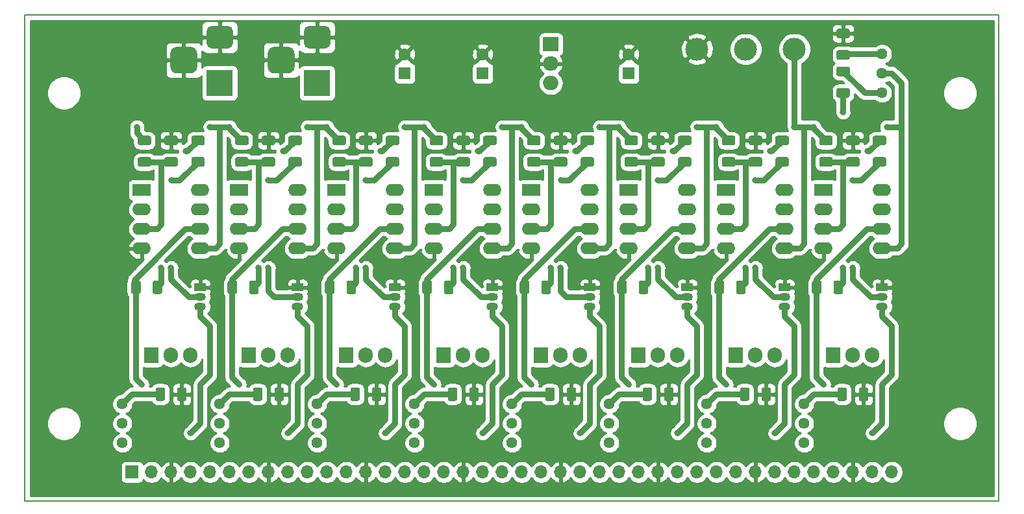
<source format=gbr>
G04 #@! TF.GenerationSoftware,KiCad,Pcbnew,5.1.8+dfsg1-1+b1*
G04 #@! TF.CreationDate,2021-05-07T12:02:56-05:00*
G04 #@! TF.ProjectId,potentiosynth,706f7465-6e74-4696-9f73-796e74682e6b,A*
G04 #@! TF.SameCoordinates,Original*
G04 #@! TF.FileFunction,Copper,L1,Top*
G04 #@! TF.FilePolarity,Positive*
%FSLAX46Y46*%
G04 Gerber Fmt 4.6, Leading zero omitted, Abs format (unit mm)*
G04 Created by KiCad (PCBNEW 5.1.8+dfsg1-1+b1) date 2021-05-07 12:02:56*
%MOMM*%
%LPD*%
G01*
G04 APERTURE LIST*
G04 #@! TA.AperFunction,Profile*
%ADD10C,0.150000*%
G04 #@! TD*
G04 #@! TA.AperFunction,ComponentPad*
%ADD11C,1.440000*%
G04 #@! TD*
G04 #@! TA.AperFunction,ComponentPad*
%ADD12C,3.000000*%
G04 #@! TD*
G04 #@! TA.AperFunction,ComponentPad*
%ADD13R,3.500000X3.500000*%
G04 #@! TD*
G04 #@! TA.AperFunction,ComponentPad*
%ADD14O,2.400000X1.600000*%
G04 #@! TD*
G04 #@! TA.AperFunction,ComponentPad*
%ADD15R,2.400000X1.600000*%
G04 #@! TD*
G04 #@! TA.AperFunction,ComponentPad*
%ADD16R,1.500000X1.050000*%
G04 #@! TD*
G04 #@! TA.AperFunction,ComponentPad*
%ADD17O,1.500000X1.050000*%
G04 #@! TD*
G04 #@! TA.AperFunction,ComponentPad*
%ADD18O,1.905000X2.000000*%
G04 #@! TD*
G04 #@! TA.AperFunction,ComponentPad*
%ADD19R,1.905000X2.000000*%
G04 #@! TD*
G04 #@! TA.AperFunction,ComponentPad*
%ADD20O,2.000000X1.905000*%
G04 #@! TD*
G04 #@! TA.AperFunction,ComponentPad*
%ADD21R,2.000000X1.905000*%
G04 #@! TD*
G04 #@! TA.AperFunction,ComponentPad*
%ADD22O,1.700000X1.700000*%
G04 #@! TD*
G04 #@! TA.AperFunction,ComponentPad*
%ADD23R,1.700000X1.700000*%
G04 #@! TD*
G04 #@! TA.AperFunction,ComponentPad*
%ADD24C,1.600000*%
G04 #@! TD*
G04 #@! TA.AperFunction,ComponentPad*
%ADD25R,1.600000X1.600000*%
G04 #@! TD*
G04 #@! TA.AperFunction,ViaPad*
%ADD26C,0.800000*%
G04 #@! TD*
G04 #@! TA.AperFunction,Conductor*
%ADD27C,0.762000*%
G04 #@! TD*
G04 #@! TA.AperFunction,Conductor*
%ADD28C,0.254000*%
G04 #@! TD*
G04 #@! TA.AperFunction,Conductor*
%ADD29C,0.100000*%
G04 #@! TD*
G04 APERTURE END LIST*
D10*
X50800000Y-127000000D02*
X177800000Y-127000000D01*
X50800000Y-63500000D02*
X177800000Y-63500000D01*
X50800000Y-127000000D02*
X50800000Y-63500000D01*
X177800000Y-127000000D02*
X177800000Y-63500000D01*
D11*
X139700000Y-119380000D03*
X139700000Y-116840000D03*
X139700000Y-114300000D03*
G04 #@! TA.AperFunction,SMDPad,CuDef*
G36*
G01*
X157975000Y-112405000D02*
X157975000Y-113655000D01*
G75*
G02*
X157725000Y-113905000I-250000J0D01*
G01*
X156975000Y-113905000D01*
G75*
G02*
X156725000Y-113655000I0J250000D01*
G01*
X156725000Y-112405000D01*
G75*
G02*
X156975000Y-112155000I250000J0D01*
G01*
X157725000Y-112155000D01*
G75*
G02*
X157975000Y-112405000I0J-250000D01*
G01*
G37*
G04 #@! TD.AperFunction*
G04 #@! TA.AperFunction,SMDPad,CuDef*
G36*
G01*
X160775000Y-112405000D02*
X160775000Y-113655000D01*
G75*
G02*
X160525000Y-113905000I-250000J0D01*
G01*
X159775000Y-113905000D01*
G75*
G02*
X159525000Y-113655000I0J250000D01*
G01*
X159525000Y-112405000D01*
G75*
G02*
X159775000Y-112155000I250000J0D01*
G01*
X160525000Y-112155000D01*
G75*
G02*
X160775000Y-112405000I0J-250000D01*
G01*
G37*
G04 #@! TD.AperFunction*
G04 #@! TA.AperFunction,SMDPad,CuDef*
G36*
G01*
X145275000Y-112405000D02*
X145275000Y-113655000D01*
G75*
G02*
X145025000Y-113905000I-250000J0D01*
G01*
X144275000Y-113905000D01*
G75*
G02*
X144025000Y-113655000I0J250000D01*
G01*
X144025000Y-112405000D01*
G75*
G02*
X144275000Y-112155000I250000J0D01*
G01*
X145025000Y-112155000D01*
G75*
G02*
X145275000Y-112405000I0J-250000D01*
G01*
G37*
G04 #@! TD.AperFunction*
G04 #@! TA.AperFunction,SMDPad,CuDef*
G36*
G01*
X148075000Y-112405000D02*
X148075000Y-113655000D01*
G75*
G02*
X147825000Y-113905000I-250000J0D01*
G01*
X147075000Y-113905000D01*
G75*
G02*
X146825000Y-113655000I0J250000D01*
G01*
X146825000Y-112405000D01*
G75*
G02*
X147075000Y-112155000I250000J0D01*
G01*
X147825000Y-112155000D01*
G75*
G02*
X148075000Y-112405000I0J-250000D01*
G01*
G37*
G04 #@! TD.AperFunction*
G04 #@! TA.AperFunction,SMDPad,CuDef*
G36*
G01*
X132575000Y-112405000D02*
X132575000Y-113655000D01*
G75*
G02*
X132325000Y-113905000I-250000J0D01*
G01*
X131575000Y-113905000D01*
G75*
G02*
X131325000Y-113655000I0J250000D01*
G01*
X131325000Y-112405000D01*
G75*
G02*
X131575000Y-112155000I250000J0D01*
G01*
X132325000Y-112155000D01*
G75*
G02*
X132575000Y-112405000I0J-250000D01*
G01*
G37*
G04 #@! TD.AperFunction*
G04 #@! TA.AperFunction,SMDPad,CuDef*
G36*
G01*
X135375000Y-112405000D02*
X135375000Y-113655000D01*
G75*
G02*
X135125000Y-113905000I-250000J0D01*
G01*
X134375000Y-113905000D01*
G75*
G02*
X134125000Y-113655000I0J250000D01*
G01*
X134125000Y-112405000D01*
G75*
G02*
X134375000Y-112155000I250000J0D01*
G01*
X135125000Y-112155000D01*
G75*
G02*
X135375000Y-112405000I0J-250000D01*
G01*
G37*
G04 #@! TD.AperFunction*
G04 #@! TA.AperFunction,SMDPad,CuDef*
G36*
G01*
X119875000Y-112405000D02*
X119875000Y-113655000D01*
G75*
G02*
X119625000Y-113905000I-250000J0D01*
G01*
X118875000Y-113905000D01*
G75*
G02*
X118625000Y-113655000I0J250000D01*
G01*
X118625000Y-112405000D01*
G75*
G02*
X118875000Y-112155000I250000J0D01*
G01*
X119625000Y-112155000D01*
G75*
G02*
X119875000Y-112405000I0J-250000D01*
G01*
G37*
G04 #@! TD.AperFunction*
G04 #@! TA.AperFunction,SMDPad,CuDef*
G36*
G01*
X122675000Y-112405000D02*
X122675000Y-113655000D01*
G75*
G02*
X122425000Y-113905000I-250000J0D01*
G01*
X121675000Y-113905000D01*
G75*
G02*
X121425000Y-113655000I0J250000D01*
G01*
X121425000Y-112405000D01*
G75*
G02*
X121675000Y-112155000I250000J0D01*
G01*
X122425000Y-112155000D01*
G75*
G02*
X122675000Y-112405000I0J-250000D01*
G01*
G37*
G04 #@! TD.AperFunction*
G04 #@! TA.AperFunction,SMDPad,CuDef*
G36*
G01*
X107175000Y-112405000D02*
X107175000Y-113655000D01*
G75*
G02*
X106925000Y-113905000I-250000J0D01*
G01*
X106175000Y-113905000D01*
G75*
G02*
X105925000Y-113655000I0J250000D01*
G01*
X105925000Y-112405000D01*
G75*
G02*
X106175000Y-112155000I250000J0D01*
G01*
X106925000Y-112155000D01*
G75*
G02*
X107175000Y-112405000I0J-250000D01*
G01*
G37*
G04 #@! TD.AperFunction*
G04 #@! TA.AperFunction,SMDPad,CuDef*
G36*
G01*
X109975000Y-112405000D02*
X109975000Y-113655000D01*
G75*
G02*
X109725000Y-113905000I-250000J0D01*
G01*
X108975000Y-113905000D01*
G75*
G02*
X108725000Y-113655000I0J250000D01*
G01*
X108725000Y-112405000D01*
G75*
G02*
X108975000Y-112155000I250000J0D01*
G01*
X109725000Y-112155000D01*
G75*
G02*
X109975000Y-112405000I0J-250000D01*
G01*
G37*
G04 #@! TD.AperFunction*
G04 #@! TA.AperFunction,SMDPad,CuDef*
G36*
G01*
X94475000Y-112405000D02*
X94475000Y-113655000D01*
G75*
G02*
X94225000Y-113905000I-250000J0D01*
G01*
X93475000Y-113905000D01*
G75*
G02*
X93225000Y-113655000I0J250000D01*
G01*
X93225000Y-112405000D01*
G75*
G02*
X93475000Y-112155000I250000J0D01*
G01*
X94225000Y-112155000D01*
G75*
G02*
X94475000Y-112405000I0J-250000D01*
G01*
G37*
G04 #@! TD.AperFunction*
G04 #@! TA.AperFunction,SMDPad,CuDef*
G36*
G01*
X97275000Y-112405000D02*
X97275000Y-113655000D01*
G75*
G02*
X97025000Y-113905000I-250000J0D01*
G01*
X96275000Y-113905000D01*
G75*
G02*
X96025000Y-113655000I0J250000D01*
G01*
X96025000Y-112405000D01*
G75*
G02*
X96275000Y-112155000I250000J0D01*
G01*
X97025000Y-112155000D01*
G75*
G02*
X97275000Y-112405000I0J-250000D01*
G01*
G37*
G04 #@! TD.AperFunction*
G04 #@! TA.AperFunction,SMDPad,CuDef*
G36*
G01*
X81775000Y-112405000D02*
X81775000Y-113655000D01*
G75*
G02*
X81525000Y-113905000I-250000J0D01*
G01*
X80775000Y-113905000D01*
G75*
G02*
X80525000Y-113655000I0J250000D01*
G01*
X80525000Y-112405000D01*
G75*
G02*
X80775000Y-112155000I250000J0D01*
G01*
X81525000Y-112155000D01*
G75*
G02*
X81775000Y-112405000I0J-250000D01*
G01*
G37*
G04 #@! TD.AperFunction*
G04 #@! TA.AperFunction,SMDPad,CuDef*
G36*
G01*
X84575000Y-112405000D02*
X84575000Y-113655000D01*
G75*
G02*
X84325000Y-113905000I-250000J0D01*
G01*
X83575000Y-113905000D01*
G75*
G02*
X83325000Y-113655000I0J250000D01*
G01*
X83325000Y-112405000D01*
G75*
G02*
X83575000Y-112155000I250000J0D01*
G01*
X84325000Y-112155000D01*
G75*
G02*
X84575000Y-112405000I0J-250000D01*
G01*
G37*
G04 #@! TD.AperFunction*
G04 #@! TA.AperFunction,SMDPad,CuDef*
G36*
G01*
X69075000Y-112405000D02*
X69075000Y-113655000D01*
G75*
G02*
X68825000Y-113905000I-250000J0D01*
G01*
X68075000Y-113905000D01*
G75*
G02*
X67825000Y-113655000I0J250000D01*
G01*
X67825000Y-112405000D01*
G75*
G02*
X68075000Y-112155000I250000J0D01*
G01*
X68825000Y-112155000D01*
G75*
G02*
X69075000Y-112405000I0J-250000D01*
G01*
G37*
G04 #@! TD.AperFunction*
G04 #@! TA.AperFunction,SMDPad,CuDef*
G36*
G01*
X71875000Y-112405000D02*
X71875000Y-113655000D01*
G75*
G02*
X71625000Y-113905000I-250000J0D01*
G01*
X70875000Y-113905000D01*
G75*
G02*
X70625000Y-113655000I0J250000D01*
G01*
X70625000Y-112405000D01*
G75*
G02*
X70875000Y-112155000I250000J0D01*
G01*
X71625000Y-112155000D01*
G75*
G02*
X71875000Y-112405000I0J-250000D01*
G01*
G37*
G04 #@! TD.AperFunction*
G04 #@! TA.AperFunction,SMDPad,CuDef*
G36*
G01*
X158105000Y-66535000D02*
X156855000Y-66535000D01*
G75*
G02*
X156605000Y-66285000I0J250000D01*
G01*
X156605000Y-65535000D01*
G75*
G02*
X156855000Y-65285000I250000J0D01*
G01*
X158105000Y-65285000D01*
G75*
G02*
X158355000Y-65535000I0J-250000D01*
G01*
X158355000Y-66285000D01*
G75*
G02*
X158105000Y-66535000I-250000J0D01*
G01*
G37*
G04 #@! TD.AperFunction*
G04 #@! TA.AperFunction,SMDPad,CuDef*
G36*
G01*
X158105000Y-69335000D02*
X156855000Y-69335000D01*
G75*
G02*
X156605000Y-69085000I0J250000D01*
G01*
X156605000Y-68335000D01*
G75*
G02*
X156855000Y-68085000I250000J0D01*
G01*
X158105000Y-68085000D01*
G75*
G02*
X158355000Y-68335000I0J-250000D01*
G01*
X158355000Y-69085000D01*
G75*
G02*
X158105000Y-69335000I-250000J0D01*
G01*
G37*
G04 #@! TD.AperFunction*
G04 #@! TA.AperFunction,SMDPad,CuDef*
G36*
G01*
X158105000Y-71485000D02*
X156855000Y-71485000D01*
G75*
G02*
X156605000Y-71235000I0J250000D01*
G01*
X156605000Y-70485000D01*
G75*
G02*
X156855000Y-70235000I250000J0D01*
G01*
X158105000Y-70235000D01*
G75*
G02*
X158355000Y-70485000I0J-250000D01*
G01*
X158355000Y-71235000D01*
G75*
G02*
X158105000Y-71485000I-250000J0D01*
G01*
G37*
G04 #@! TD.AperFunction*
G04 #@! TA.AperFunction,SMDPad,CuDef*
G36*
G01*
X158105000Y-74285000D02*
X156855000Y-74285000D01*
G75*
G02*
X156605000Y-74035000I0J250000D01*
G01*
X156605000Y-73285000D01*
G75*
G02*
X156855000Y-73035000I250000J0D01*
G01*
X158105000Y-73035000D01*
G75*
G02*
X158355000Y-73285000I0J-250000D01*
G01*
X158355000Y-74035000D01*
G75*
G02*
X158105000Y-74285000I-250000J0D01*
G01*
G37*
G04 #@! TD.AperFunction*
D12*
X151130000Y-67945000D03*
G04 #@! TA.AperFunction,SMDPad,CuDef*
G36*
G01*
X159375000Y-80505000D02*
X158125000Y-80505000D01*
G75*
G02*
X157875000Y-80255000I0J250000D01*
G01*
X157875000Y-79505000D01*
G75*
G02*
X158125000Y-79255000I250000J0D01*
G01*
X159375000Y-79255000D01*
G75*
G02*
X159625000Y-79505000I0J-250000D01*
G01*
X159625000Y-80255000D01*
G75*
G02*
X159375000Y-80505000I-250000J0D01*
G01*
G37*
G04 #@! TD.AperFunction*
G04 #@! TA.AperFunction,SMDPad,CuDef*
G36*
G01*
X159375000Y-83305000D02*
X158125000Y-83305000D01*
G75*
G02*
X157875000Y-83055000I0J250000D01*
G01*
X157875000Y-82305000D01*
G75*
G02*
X158125000Y-82055000I250000J0D01*
G01*
X159375000Y-82055000D01*
G75*
G02*
X159625000Y-82305000I0J-250000D01*
G01*
X159625000Y-83055000D01*
G75*
G02*
X159375000Y-83305000I-250000J0D01*
G01*
G37*
G04 #@! TD.AperFunction*
G04 #@! TA.AperFunction,SMDPad,CuDef*
G36*
G01*
X146675000Y-80505000D02*
X145425000Y-80505000D01*
G75*
G02*
X145175000Y-80255000I0J250000D01*
G01*
X145175000Y-79505000D01*
G75*
G02*
X145425000Y-79255000I250000J0D01*
G01*
X146675000Y-79255000D01*
G75*
G02*
X146925000Y-79505000I0J-250000D01*
G01*
X146925000Y-80255000D01*
G75*
G02*
X146675000Y-80505000I-250000J0D01*
G01*
G37*
G04 #@! TD.AperFunction*
G04 #@! TA.AperFunction,SMDPad,CuDef*
G36*
G01*
X146675000Y-83305000D02*
X145425000Y-83305000D01*
G75*
G02*
X145175000Y-83055000I0J250000D01*
G01*
X145175000Y-82305000D01*
G75*
G02*
X145425000Y-82055000I250000J0D01*
G01*
X146675000Y-82055000D01*
G75*
G02*
X146925000Y-82305000I0J-250000D01*
G01*
X146925000Y-83055000D01*
G75*
G02*
X146675000Y-83305000I-250000J0D01*
G01*
G37*
G04 #@! TD.AperFunction*
G04 #@! TA.AperFunction,SMDPad,CuDef*
G36*
G01*
X133975000Y-80505000D02*
X132725000Y-80505000D01*
G75*
G02*
X132475000Y-80255000I0J250000D01*
G01*
X132475000Y-79505000D01*
G75*
G02*
X132725000Y-79255000I250000J0D01*
G01*
X133975000Y-79255000D01*
G75*
G02*
X134225000Y-79505000I0J-250000D01*
G01*
X134225000Y-80255000D01*
G75*
G02*
X133975000Y-80505000I-250000J0D01*
G01*
G37*
G04 #@! TD.AperFunction*
G04 #@! TA.AperFunction,SMDPad,CuDef*
G36*
G01*
X133975000Y-83305000D02*
X132725000Y-83305000D01*
G75*
G02*
X132475000Y-83055000I0J250000D01*
G01*
X132475000Y-82305000D01*
G75*
G02*
X132725000Y-82055000I250000J0D01*
G01*
X133975000Y-82055000D01*
G75*
G02*
X134225000Y-82305000I0J-250000D01*
G01*
X134225000Y-83055000D01*
G75*
G02*
X133975000Y-83305000I-250000J0D01*
G01*
G37*
G04 #@! TD.AperFunction*
G04 #@! TA.AperFunction,SMDPad,CuDef*
G36*
G01*
X121275000Y-80505000D02*
X120025000Y-80505000D01*
G75*
G02*
X119775000Y-80255000I0J250000D01*
G01*
X119775000Y-79505000D01*
G75*
G02*
X120025000Y-79255000I250000J0D01*
G01*
X121275000Y-79255000D01*
G75*
G02*
X121525000Y-79505000I0J-250000D01*
G01*
X121525000Y-80255000D01*
G75*
G02*
X121275000Y-80505000I-250000J0D01*
G01*
G37*
G04 #@! TD.AperFunction*
G04 #@! TA.AperFunction,SMDPad,CuDef*
G36*
G01*
X121275000Y-83305000D02*
X120025000Y-83305000D01*
G75*
G02*
X119775000Y-83055000I0J250000D01*
G01*
X119775000Y-82305000D01*
G75*
G02*
X120025000Y-82055000I250000J0D01*
G01*
X121275000Y-82055000D01*
G75*
G02*
X121525000Y-82305000I0J-250000D01*
G01*
X121525000Y-83055000D01*
G75*
G02*
X121275000Y-83305000I-250000J0D01*
G01*
G37*
G04 #@! TD.AperFunction*
G04 #@! TA.AperFunction,SMDPad,CuDef*
G36*
G01*
X108575000Y-80505000D02*
X107325000Y-80505000D01*
G75*
G02*
X107075000Y-80255000I0J250000D01*
G01*
X107075000Y-79505000D01*
G75*
G02*
X107325000Y-79255000I250000J0D01*
G01*
X108575000Y-79255000D01*
G75*
G02*
X108825000Y-79505000I0J-250000D01*
G01*
X108825000Y-80255000D01*
G75*
G02*
X108575000Y-80505000I-250000J0D01*
G01*
G37*
G04 #@! TD.AperFunction*
G04 #@! TA.AperFunction,SMDPad,CuDef*
G36*
G01*
X108575000Y-83305000D02*
X107325000Y-83305000D01*
G75*
G02*
X107075000Y-83055000I0J250000D01*
G01*
X107075000Y-82305000D01*
G75*
G02*
X107325000Y-82055000I250000J0D01*
G01*
X108575000Y-82055000D01*
G75*
G02*
X108825000Y-82305000I0J-250000D01*
G01*
X108825000Y-83055000D01*
G75*
G02*
X108575000Y-83305000I-250000J0D01*
G01*
G37*
G04 #@! TD.AperFunction*
G04 #@! TA.AperFunction,SMDPad,CuDef*
G36*
G01*
X95875000Y-80505000D02*
X94625000Y-80505000D01*
G75*
G02*
X94375000Y-80255000I0J250000D01*
G01*
X94375000Y-79505000D01*
G75*
G02*
X94625000Y-79255000I250000J0D01*
G01*
X95875000Y-79255000D01*
G75*
G02*
X96125000Y-79505000I0J-250000D01*
G01*
X96125000Y-80255000D01*
G75*
G02*
X95875000Y-80505000I-250000J0D01*
G01*
G37*
G04 #@! TD.AperFunction*
G04 #@! TA.AperFunction,SMDPad,CuDef*
G36*
G01*
X95875000Y-83305000D02*
X94625000Y-83305000D01*
G75*
G02*
X94375000Y-83055000I0J250000D01*
G01*
X94375000Y-82305000D01*
G75*
G02*
X94625000Y-82055000I250000J0D01*
G01*
X95875000Y-82055000D01*
G75*
G02*
X96125000Y-82305000I0J-250000D01*
G01*
X96125000Y-83055000D01*
G75*
G02*
X95875000Y-83305000I-250000J0D01*
G01*
G37*
G04 #@! TD.AperFunction*
G04 #@! TA.AperFunction,SMDPad,CuDef*
G36*
G01*
X83175000Y-80505000D02*
X81925000Y-80505000D01*
G75*
G02*
X81675000Y-80255000I0J250000D01*
G01*
X81675000Y-79505000D01*
G75*
G02*
X81925000Y-79255000I250000J0D01*
G01*
X83175000Y-79255000D01*
G75*
G02*
X83425000Y-79505000I0J-250000D01*
G01*
X83425000Y-80255000D01*
G75*
G02*
X83175000Y-80505000I-250000J0D01*
G01*
G37*
G04 #@! TD.AperFunction*
G04 #@! TA.AperFunction,SMDPad,CuDef*
G36*
G01*
X83175000Y-83305000D02*
X81925000Y-83305000D01*
G75*
G02*
X81675000Y-83055000I0J250000D01*
G01*
X81675000Y-82305000D01*
G75*
G02*
X81925000Y-82055000I250000J0D01*
G01*
X83175000Y-82055000D01*
G75*
G02*
X83425000Y-82305000I0J-250000D01*
G01*
X83425000Y-83055000D01*
G75*
G02*
X83175000Y-83305000I-250000J0D01*
G01*
G37*
G04 #@! TD.AperFunction*
G04 #@! TA.AperFunction,SMDPad,CuDef*
G36*
G01*
X70475000Y-80505000D02*
X69225000Y-80505000D01*
G75*
G02*
X68975000Y-80255000I0J250000D01*
G01*
X68975000Y-79505000D01*
G75*
G02*
X69225000Y-79255000I250000J0D01*
G01*
X70475000Y-79255000D01*
G75*
G02*
X70725000Y-79505000I0J-250000D01*
G01*
X70725000Y-80255000D01*
G75*
G02*
X70475000Y-80505000I-250000J0D01*
G01*
G37*
G04 #@! TD.AperFunction*
G04 #@! TA.AperFunction,SMDPad,CuDef*
G36*
G01*
X70475000Y-83305000D02*
X69225000Y-83305000D01*
G75*
G02*
X68975000Y-83055000I0J250000D01*
G01*
X68975000Y-82305000D01*
G75*
G02*
X69225000Y-82055000I250000J0D01*
G01*
X70475000Y-82055000D01*
G75*
G02*
X70725000Y-82305000I0J-250000D01*
G01*
X70725000Y-83055000D01*
G75*
G02*
X70475000Y-83305000I-250000J0D01*
G01*
G37*
G04 #@! TD.AperFunction*
G04 #@! TA.AperFunction,SMDPad,CuDef*
G36*
G01*
X162852500Y-80505000D02*
X161602500Y-80505000D01*
G75*
G02*
X161352500Y-80255000I0J250000D01*
G01*
X161352500Y-79505000D01*
G75*
G02*
X161602500Y-79255000I250000J0D01*
G01*
X162852500Y-79255000D01*
G75*
G02*
X163102500Y-79505000I0J-250000D01*
G01*
X163102500Y-80255000D01*
G75*
G02*
X162852500Y-80505000I-250000J0D01*
G01*
G37*
G04 #@! TD.AperFunction*
G04 #@! TA.AperFunction,SMDPad,CuDef*
G36*
G01*
X162852500Y-83305000D02*
X161602500Y-83305000D01*
G75*
G02*
X161352500Y-83055000I0J250000D01*
G01*
X161352500Y-82305000D01*
G75*
G02*
X161602500Y-82055000I250000J0D01*
G01*
X162852500Y-82055000D01*
G75*
G02*
X163102500Y-82305000I0J-250000D01*
G01*
X163102500Y-83055000D01*
G75*
G02*
X162852500Y-83305000I-250000J0D01*
G01*
G37*
G04 #@! TD.AperFunction*
G04 #@! TA.AperFunction,SMDPad,CuDef*
G36*
G01*
X150152500Y-80505000D02*
X148902500Y-80505000D01*
G75*
G02*
X148652500Y-80255000I0J250000D01*
G01*
X148652500Y-79505000D01*
G75*
G02*
X148902500Y-79255000I250000J0D01*
G01*
X150152500Y-79255000D01*
G75*
G02*
X150402500Y-79505000I0J-250000D01*
G01*
X150402500Y-80255000D01*
G75*
G02*
X150152500Y-80505000I-250000J0D01*
G01*
G37*
G04 #@! TD.AperFunction*
G04 #@! TA.AperFunction,SMDPad,CuDef*
G36*
G01*
X150152500Y-83305000D02*
X148902500Y-83305000D01*
G75*
G02*
X148652500Y-83055000I0J250000D01*
G01*
X148652500Y-82305000D01*
G75*
G02*
X148902500Y-82055000I250000J0D01*
G01*
X150152500Y-82055000D01*
G75*
G02*
X150402500Y-82305000I0J-250000D01*
G01*
X150402500Y-83055000D01*
G75*
G02*
X150152500Y-83305000I-250000J0D01*
G01*
G37*
G04 #@! TD.AperFunction*
G04 #@! TA.AperFunction,SMDPad,CuDef*
G36*
G01*
X137452500Y-80505000D02*
X136202500Y-80505000D01*
G75*
G02*
X135952500Y-80255000I0J250000D01*
G01*
X135952500Y-79505000D01*
G75*
G02*
X136202500Y-79255000I250000J0D01*
G01*
X137452500Y-79255000D01*
G75*
G02*
X137702500Y-79505000I0J-250000D01*
G01*
X137702500Y-80255000D01*
G75*
G02*
X137452500Y-80505000I-250000J0D01*
G01*
G37*
G04 #@! TD.AperFunction*
G04 #@! TA.AperFunction,SMDPad,CuDef*
G36*
G01*
X137452500Y-83305000D02*
X136202500Y-83305000D01*
G75*
G02*
X135952500Y-83055000I0J250000D01*
G01*
X135952500Y-82305000D01*
G75*
G02*
X136202500Y-82055000I250000J0D01*
G01*
X137452500Y-82055000D01*
G75*
G02*
X137702500Y-82305000I0J-250000D01*
G01*
X137702500Y-83055000D01*
G75*
G02*
X137452500Y-83305000I-250000J0D01*
G01*
G37*
G04 #@! TD.AperFunction*
G04 #@! TA.AperFunction,SMDPad,CuDef*
G36*
G01*
X124752500Y-80505000D02*
X123502500Y-80505000D01*
G75*
G02*
X123252500Y-80255000I0J250000D01*
G01*
X123252500Y-79505000D01*
G75*
G02*
X123502500Y-79255000I250000J0D01*
G01*
X124752500Y-79255000D01*
G75*
G02*
X125002500Y-79505000I0J-250000D01*
G01*
X125002500Y-80255000D01*
G75*
G02*
X124752500Y-80505000I-250000J0D01*
G01*
G37*
G04 #@! TD.AperFunction*
G04 #@! TA.AperFunction,SMDPad,CuDef*
G36*
G01*
X124752500Y-83305000D02*
X123502500Y-83305000D01*
G75*
G02*
X123252500Y-83055000I0J250000D01*
G01*
X123252500Y-82305000D01*
G75*
G02*
X123502500Y-82055000I250000J0D01*
G01*
X124752500Y-82055000D01*
G75*
G02*
X125002500Y-82305000I0J-250000D01*
G01*
X125002500Y-83055000D01*
G75*
G02*
X124752500Y-83305000I-250000J0D01*
G01*
G37*
G04 #@! TD.AperFunction*
G04 #@! TA.AperFunction,SMDPad,CuDef*
G36*
G01*
X112052500Y-80505000D02*
X110802500Y-80505000D01*
G75*
G02*
X110552500Y-80255000I0J250000D01*
G01*
X110552500Y-79505000D01*
G75*
G02*
X110802500Y-79255000I250000J0D01*
G01*
X112052500Y-79255000D01*
G75*
G02*
X112302500Y-79505000I0J-250000D01*
G01*
X112302500Y-80255000D01*
G75*
G02*
X112052500Y-80505000I-250000J0D01*
G01*
G37*
G04 #@! TD.AperFunction*
G04 #@! TA.AperFunction,SMDPad,CuDef*
G36*
G01*
X112052500Y-83305000D02*
X110802500Y-83305000D01*
G75*
G02*
X110552500Y-83055000I0J250000D01*
G01*
X110552500Y-82305000D01*
G75*
G02*
X110802500Y-82055000I250000J0D01*
G01*
X112052500Y-82055000D01*
G75*
G02*
X112302500Y-82305000I0J-250000D01*
G01*
X112302500Y-83055000D01*
G75*
G02*
X112052500Y-83305000I-250000J0D01*
G01*
G37*
G04 #@! TD.AperFunction*
G04 #@! TA.AperFunction,SMDPad,CuDef*
G36*
G01*
X99352500Y-80505000D02*
X98102500Y-80505000D01*
G75*
G02*
X97852500Y-80255000I0J250000D01*
G01*
X97852500Y-79505000D01*
G75*
G02*
X98102500Y-79255000I250000J0D01*
G01*
X99352500Y-79255000D01*
G75*
G02*
X99602500Y-79505000I0J-250000D01*
G01*
X99602500Y-80255000D01*
G75*
G02*
X99352500Y-80505000I-250000J0D01*
G01*
G37*
G04 #@! TD.AperFunction*
G04 #@! TA.AperFunction,SMDPad,CuDef*
G36*
G01*
X99352500Y-83305000D02*
X98102500Y-83305000D01*
G75*
G02*
X97852500Y-83055000I0J250000D01*
G01*
X97852500Y-82305000D01*
G75*
G02*
X98102500Y-82055000I250000J0D01*
G01*
X99352500Y-82055000D01*
G75*
G02*
X99602500Y-82305000I0J-250000D01*
G01*
X99602500Y-83055000D01*
G75*
G02*
X99352500Y-83305000I-250000J0D01*
G01*
G37*
G04 #@! TD.AperFunction*
G04 #@! TA.AperFunction,SMDPad,CuDef*
G36*
G01*
X86652500Y-80505000D02*
X85402500Y-80505000D01*
G75*
G02*
X85152500Y-80255000I0J250000D01*
G01*
X85152500Y-79505000D01*
G75*
G02*
X85402500Y-79255000I250000J0D01*
G01*
X86652500Y-79255000D01*
G75*
G02*
X86902500Y-79505000I0J-250000D01*
G01*
X86902500Y-80255000D01*
G75*
G02*
X86652500Y-80505000I-250000J0D01*
G01*
G37*
G04 #@! TD.AperFunction*
G04 #@! TA.AperFunction,SMDPad,CuDef*
G36*
G01*
X86652500Y-83305000D02*
X85402500Y-83305000D01*
G75*
G02*
X85152500Y-83055000I0J250000D01*
G01*
X85152500Y-82305000D01*
G75*
G02*
X85402500Y-82055000I250000J0D01*
G01*
X86652500Y-82055000D01*
G75*
G02*
X86902500Y-82305000I0J-250000D01*
G01*
X86902500Y-83055000D01*
G75*
G02*
X86652500Y-83305000I-250000J0D01*
G01*
G37*
G04 #@! TD.AperFunction*
G04 #@! TA.AperFunction,SMDPad,CuDef*
G36*
G01*
X73982500Y-80505000D02*
X72732500Y-80505000D01*
G75*
G02*
X72482500Y-80255000I0J250000D01*
G01*
X72482500Y-79505000D01*
G75*
G02*
X72732500Y-79255000I250000J0D01*
G01*
X73982500Y-79255000D01*
G75*
G02*
X74232500Y-79505000I0J-250000D01*
G01*
X74232500Y-80255000D01*
G75*
G02*
X73982500Y-80505000I-250000J0D01*
G01*
G37*
G04 #@! TD.AperFunction*
G04 #@! TA.AperFunction,SMDPad,CuDef*
G36*
G01*
X73982500Y-83305000D02*
X72732500Y-83305000D01*
G75*
G02*
X72482500Y-83055000I0J250000D01*
G01*
X72482500Y-82305000D01*
G75*
G02*
X72732500Y-82055000I250000J0D01*
G01*
X73982500Y-82055000D01*
G75*
G02*
X74232500Y-82305000I0J-250000D01*
G01*
X74232500Y-83055000D01*
G75*
G02*
X73982500Y-83305000I-250000J0D01*
G01*
G37*
G04 #@! TD.AperFunction*
G04 #@! TA.AperFunction,SMDPad,CuDef*
G36*
G01*
X154670000Y-98435000D02*
X154670000Y-99685000D01*
G75*
G02*
X154420000Y-99935000I-250000J0D01*
G01*
X153670000Y-99935000D01*
G75*
G02*
X153420000Y-99685000I0J250000D01*
G01*
X153420000Y-98435000D01*
G75*
G02*
X153670000Y-98185000I250000J0D01*
G01*
X154420000Y-98185000D01*
G75*
G02*
X154670000Y-98435000I0J-250000D01*
G01*
G37*
G04 #@! TD.AperFunction*
G04 #@! TA.AperFunction,SMDPad,CuDef*
G36*
G01*
X157470000Y-98435000D02*
X157470000Y-99685000D01*
G75*
G02*
X157220000Y-99935000I-250000J0D01*
G01*
X156470000Y-99935000D01*
G75*
G02*
X156220000Y-99685000I0J250000D01*
G01*
X156220000Y-98435000D01*
G75*
G02*
X156470000Y-98185000I250000J0D01*
G01*
X157220000Y-98185000D01*
G75*
G02*
X157470000Y-98435000I0J-250000D01*
G01*
G37*
G04 #@! TD.AperFunction*
G04 #@! TA.AperFunction,SMDPad,CuDef*
G36*
G01*
X141970000Y-98435000D02*
X141970000Y-99685000D01*
G75*
G02*
X141720000Y-99935000I-250000J0D01*
G01*
X140970000Y-99935000D01*
G75*
G02*
X140720000Y-99685000I0J250000D01*
G01*
X140720000Y-98435000D01*
G75*
G02*
X140970000Y-98185000I250000J0D01*
G01*
X141720000Y-98185000D01*
G75*
G02*
X141970000Y-98435000I0J-250000D01*
G01*
G37*
G04 #@! TD.AperFunction*
G04 #@! TA.AperFunction,SMDPad,CuDef*
G36*
G01*
X144770000Y-98435000D02*
X144770000Y-99685000D01*
G75*
G02*
X144520000Y-99935000I-250000J0D01*
G01*
X143770000Y-99935000D01*
G75*
G02*
X143520000Y-99685000I0J250000D01*
G01*
X143520000Y-98435000D01*
G75*
G02*
X143770000Y-98185000I250000J0D01*
G01*
X144520000Y-98185000D01*
G75*
G02*
X144770000Y-98435000I0J-250000D01*
G01*
G37*
G04 #@! TD.AperFunction*
G04 #@! TA.AperFunction,SMDPad,CuDef*
G36*
G01*
X129270000Y-98435000D02*
X129270000Y-99685000D01*
G75*
G02*
X129020000Y-99935000I-250000J0D01*
G01*
X128270000Y-99935000D01*
G75*
G02*
X128020000Y-99685000I0J250000D01*
G01*
X128020000Y-98435000D01*
G75*
G02*
X128270000Y-98185000I250000J0D01*
G01*
X129020000Y-98185000D01*
G75*
G02*
X129270000Y-98435000I0J-250000D01*
G01*
G37*
G04 #@! TD.AperFunction*
G04 #@! TA.AperFunction,SMDPad,CuDef*
G36*
G01*
X132070000Y-98435000D02*
X132070000Y-99685000D01*
G75*
G02*
X131820000Y-99935000I-250000J0D01*
G01*
X131070000Y-99935000D01*
G75*
G02*
X130820000Y-99685000I0J250000D01*
G01*
X130820000Y-98435000D01*
G75*
G02*
X131070000Y-98185000I250000J0D01*
G01*
X131820000Y-98185000D01*
G75*
G02*
X132070000Y-98435000I0J-250000D01*
G01*
G37*
G04 #@! TD.AperFunction*
G04 #@! TA.AperFunction,SMDPad,CuDef*
G36*
G01*
X116570000Y-98435000D02*
X116570000Y-99685000D01*
G75*
G02*
X116320000Y-99935000I-250000J0D01*
G01*
X115570000Y-99935000D01*
G75*
G02*
X115320000Y-99685000I0J250000D01*
G01*
X115320000Y-98435000D01*
G75*
G02*
X115570000Y-98185000I250000J0D01*
G01*
X116320000Y-98185000D01*
G75*
G02*
X116570000Y-98435000I0J-250000D01*
G01*
G37*
G04 #@! TD.AperFunction*
G04 #@! TA.AperFunction,SMDPad,CuDef*
G36*
G01*
X119370000Y-98435000D02*
X119370000Y-99685000D01*
G75*
G02*
X119120000Y-99935000I-250000J0D01*
G01*
X118370000Y-99935000D01*
G75*
G02*
X118120000Y-99685000I0J250000D01*
G01*
X118120000Y-98435000D01*
G75*
G02*
X118370000Y-98185000I250000J0D01*
G01*
X119120000Y-98185000D01*
G75*
G02*
X119370000Y-98435000I0J-250000D01*
G01*
G37*
G04 #@! TD.AperFunction*
G04 #@! TA.AperFunction,SMDPad,CuDef*
G36*
G01*
X103870000Y-98435000D02*
X103870000Y-99685000D01*
G75*
G02*
X103620000Y-99935000I-250000J0D01*
G01*
X102870000Y-99935000D01*
G75*
G02*
X102620000Y-99685000I0J250000D01*
G01*
X102620000Y-98435000D01*
G75*
G02*
X102870000Y-98185000I250000J0D01*
G01*
X103620000Y-98185000D01*
G75*
G02*
X103870000Y-98435000I0J-250000D01*
G01*
G37*
G04 #@! TD.AperFunction*
G04 #@! TA.AperFunction,SMDPad,CuDef*
G36*
G01*
X106670000Y-98435000D02*
X106670000Y-99685000D01*
G75*
G02*
X106420000Y-99935000I-250000J0D01*
G01*
X105670000Y-99935000D01*
G75*
G02*
X105420000Y-99685000I0J250000D01*
G01*
X105420000Y-98435000D01*
G75*
G02*
X105670000Y-98185000I250000J0D01*
G01*
X106420000Y-98185000D01*
G75*
G02*
X106670000Y-98435000I0J-250000D01*
G01*
G37*
G04 #@! TD.AperFunction*
G04 #@! TA.AperFunction,SMDPad,CuDef*
G36*
G01*
X91170000Y-98435000D02*
X91170000Y-99685000D01*
G75*
G02*
X90920000Y-99935000I-250000J0D01*
G01*
X90170000Y-99935000D01*
G75*
G02*
X89920000Y-99685000I0J250000D01*
G01*
X89920000Y-98435000D01*
G75*
G02*
X90170000Y-98185000I250000J0D01*
G01*
X90920000Y-98185000D01*
G75*
G02*
X91170000Y-98435000I0J-250000D01*
G01*
G37*
G04 #@! TD.AperFunction*
G04 #@! TA.AperFunction,SMDPad,CuDef*
G36*
G01*
X93970000Y-98435000D02*
X93970000Y-99685000D01*
G75*
G02*
X93720000Y-99935000I-250000J0D01*
G01*
X92970000Y-99935000D01*
G75*
G02*
X92720000Y-99685000I0J250000D01*
G01*
X92720000Y-98435000D01*
G75*
G02*
X92970000Y-98185000I250000J0D01*
G01*
X93720000Y-98185000D01*
G75*
G02*
X93970000Y-98435000I0J-250000D01*
G01*
G37*
G04 #@! TD.AperFunction*
G04 #@! TA.AperFunction,SMDPad,CuDef*
G36*
G01*
X78470000Y-98435000D02*
X78470000Y-99685000D01*
G75*
G02*
X78220000Y-99935000I-250000J0D01*
G01*
X77470000Y-99935000D01*
G75*
G02*
X77220000Y-99685000I0J250000D01*
G01*
X77220000Y-98435000D01*
G75*
G02*
X77470000Y-98185000I250000J0D01*
G01*
X78220000Y-98185000D01*
G75*
G02*
X78470000Y-98435000I0J-250000D01*
G01*
G37*
G04 #@! TD.AperFunction*
G04 #@! TA.AperFunction,SMDPad,CuDef*
G36*
G01*
X81270000Y-98435000D02*
X81270000Y-99685000D01*
G75*
G02*
X81020000Y-99935000I-250000J0D01*
G01*
X80270000Y-99935000D01*
G75*
G02*
X80020000Y-99685000I0J250000D01*
G01*
X80020000Y-98435000D01*
G75*
G02*
X80270000Y-98185000I250000J0D01*
G01*
X81020000Y-98185000D01*
G75*
G02*
X81270000Y-98435000I0J-250000D01*
G01*
G37*
G04 #@! TD.AperFunction*
G04 #@! TA.AperFunction,SMDPad,CuDef*
G36*
G01*
X65900000Y-98435000D02*
X65900000Y-99685000D01*
G75*
G02*
X65650000Y-99935000I-250000J0D01*
G01*
X64900000Y-99935000D01*
G75*
G02*
X64650000Y-99685000I0J250000D01*
G01*
X64650000Y-98435000D01*
G75*
G02*
X64900000Y-98185000I250000J0D01*
G01*
X65650000Y-98185000D01*
G75*
G02*
X65900000Y-98435000I0J-250000D01*
G01*
G37*
G04 #@! TD.AperFunction*
G04 #@! TA.AperFunction,SMDPad,CuDef*
G36*
G01*
X68700000Y-98435000D02*
X68700000Y-99685000D01*
G75*
G02*
X68450000Y-99935000I-250000J0D01*
G01*
X67700000Y-99935000D01*
G75*
G02*
X67450000Y-99685000I0J250000D01*
G01*
X67450000Y-98435000D01*
G75*
G02*
X67700000Y-98185000I250000J0D01*
G01*
X68450000Y-98185000D01*
G75*
G02*
X68700000Y-98435000I0J-250000D01*
G01*
G37*
G04 #@! TD.AperFunction*
G04 #@! TA.AperFunction,SMDPad,CuDef*
G36*
G01*
X154617500Y-82055000D02*
X155867500Y-82055000D01*
G75*
G02*
X156117500Y-82305000I0J-250000D01*
G01*
X156117500Y-83055000D01*
G75*
G02*
X155867500Y-83305000I-250000J0D01*
G01*
X154617500Y-83305000D01*
G75*
G02*
X154367500Y-83055000I0J250000D01*
G01*
X154367500Y-82305000D01*
G75*
G02*
X154617500Y-82055000I250000J0D01*
G01*
G37*
G04 #@! TD.AperFunction*
G04 #@! TA.AperFunction,SMDPad,CuDef*
G36*
G01*
X154617500Y-79255000D02*
X155867500Y-79255000D01*
G75*
G02*
X156117500Y-79505000I0J-250000D01*
G01*
X156117500Y-80255000D01*
G75*
G02*
X155867500Y-80505000I-250000J0D01*
G01*
X154617500Y-80505000D01*
G75*
G02*
X154367500Y-80255000I0J250000D01*
G01*
X154367500Y-79505000D01*
G75*
G02*
X154617500Y-79255000I250000J0D01*
G01*
G37*
G04 #@! TD.AperFunction*
G04 #@! TA.AperFunction,SMDPad,CuDef*
G36*
G01*
X141917500Y-82055000D02*
X143167500Y-82055000D01*
G75*
G02*
X143417500Y-82305000I0J-250000D01*
G01*
X143417500Y-83055000D01*
G75*
G02*
X143167500Y-83305000I-250000J0D01*
G01*
X141917500Y-83305000D01*
G75*
G02*
X141667500Y-83055000I0J250000D01*
G01*
X141667500Y-82305000D01*
G75*
G02*
X141917500Y-82055000I250000J0D01*
G01*
G37*
G04 #@! TD.AperFunction*
G04 #@! TA.AperFunction,SMDPad,CuDef*
G36*
G01*
X141917500Y-79255000D02*
X143167500Y-79255000D01*
G75*
G02*
X143417500Y-79505000I0J-250000D01*
G01*
X143417500Y-80255000D01*
G75*
G02*
X143167500Y-80505000I-250000J0D01*
G01*
X141917500Y-80505000D01*
G75*
G02*
X141667500Y-80255000I0J250000D01*
G01*
X141667500Y-79505000D01*
G75*
G02*
X141917500Y-79255000I250000J0D01*
G01*
G37*
G04 #@! TD.AperFunction*
G04 #@! TA.AperFunction,SMDPad,CuDef*
G36*
G01*
X129217500Y-82055000D02*
X130467500Y-82055000D01*
G75*
G02*
X130717500Y-82305000I0J-250000D01*
G01*
X130717500Y-83055000D01*
G75*
G02*
X130467500Y-83305000I-250000J0D01*
G01*
X129217500Y-83305000D01*
G75*
G02*
X128967500Y-83055000I0J250000D01*
G01*
X128967500Y-82305000D01*
G75*
G02*
X129217500Y-82055000I250000J0D01*
G01*
G37*
G04 #@! TD.AperFunction*
G04 #@! TA.AperFunction,SMDPad,CuDef*
G36*
G01*
X129217500Y-79255000D02*
X130467500Y-79255000D01*
G75*
G02*
X130717500Y-79505000I0J-250000D01*
G01*
X130717500Y-80255000D01*
G75*
G02*
X130467500Y-80505000I-250000J0D01*
G01*
X129217500Y-80505000D01*
G75*
G02*
X128967500Y-80255000I0J250000D01*
G01*
X128967500Y-79505000D01*
G75*
G02*
X129217500Y-79255000I250000J0D01*
G01*
G37*
G04 #@! TD.AperFunction*
G04 #@! TA.AperFunction,SMDPad,CuDef*
G36*
G01*
X116517500Y-82055000D02*
X117767500Y-82055000D01*
G75*
G02*
X118017500Y-82305000I0J-250000D01*
G01*
X118017500Y-83055000D01*
G75*
G02*
X117767500Y-83305000I-250000J0D01*
G01*
X116517500Y-83305000D01*
G75*
G02*
X116267500Y-83055000I0J250000D01*
G01*
X116267500Y-82305000D01*
G75*
G02*
X116517500Y-82055000I250000J0D01*
G01*
G37*
G04 #@! TD.AperFunction*
G04 #@! TA.AperFunction,SMDPad,CuDef*
G36*
G01*
X116517500Y-79255000D02*
X117767500Y-79255000D01*
G75*
G02*
X118017500Y-79505000I0J-250000D01*
G01*
X118017500Y-80255000D01*
G75*
G02*
X117767500Y-80505000I-250000J0D01*
G01*
X116517500Y-80505000D01*
G75*
G02*
X116267500Y-80255000I0J250000D01*
G01*
X116267500Y-79505000D01*
G75*
G02*
X116517500Y-79255000I250000J0D01*
G01*
G37*
G04 #@! TD.AperFunction*
G04 #@! TA.AperFunction,SMDPad,CuDef*
G36*
G01*
X103817500Y-82055000D02*
X105067500Y-82055000D01*
G75*
G02*
X105317500Y-82305000I0J-250000D01*
G01*
X105317500Y-83055000D01*
G75*
G02*
X105067500Y-83305000I-250000J0D01*
G01*
X103817500Y-83305000D01*
G75*
G02*
X103567500Y-83055000I0J250000D01*
G01*
X103567500Y-82305000D01*
G75*
G02*
X103817500Y-82055000I250000J0D01*
G01*
G37*
G04 #@! TD.AperFunction*
G04 #@! TA.AperFunction,SMDPad,CuDef*
G36*
G01*
X103817500Y-79255000D02*
X105067500Y-79255000D01*
G75*
G02*
X105317500Y-79505000I0J-250000D01*
G01*
X105317500Y-80255000D01*
G75*
G02*
X105067500Y-80505000I-250000J0D01*
G01*
X103817500Y-80505000D01*
G75*
G02*
X103567500Y-80255000I0J250000D01*
G01*
X103567500Y-79505000D01*
G75*
G02*
X103817500Y-79255000I250000J0D01*
G01*
G37*
G04 #@! TD.AperFunction*
G04 #@! TA.AperFunction,SMDPad,CuDef*
G36*
G01*
X91147500Y-82055000D02*
X92397500Y-82055000D01*
G75*
G02*
X92647500Y-82305000I0J-250000D01*
G01*
X92647500Y-83055000D01*
G75*
G02*
X92397500Y-83305000I-250000J0D01*
G01*
X91147500Y-83305000D01*
G75*
G02*
X90897500Y-83055000I0J250000D01*
G01*
X90897500Y-82305000D01*
G75*
G02*
X91147500Y-82055000I250000J0D01*
G01*
G37*
G04 #@! TD.AperFunction*
G04 #@! TA.AperFunction,SMDPad,CuDef*
G36*
G01*
X91147500Y-79255000D02*
X92397500Y-79255000D01*
G75*
G02*
X92647500Y-79505000I0J-250000D01*
G01*
X92647500Y-80255000D01*
G75*
G02*
X92397500Y-80505000I-250000J0D01*
G01*
X91147500Y-80505000D01*
G75*
G02*
X90897500Y-80255000I0J250000D01*
G01*
X90897500Y-79505000D01*
G75*
G02*
X91147500Y-79255000I250000J0D01*
G01*
G37*
G04 #@! TD.AperFunction*
G04 #@! TA.AperFunction,SMDPad,CuDef*
G36*
G01*
X78447500Y-82055000D02*
X79697500Y-82055000D01*
G75*
G02*
X79947500Y-82305000I0J-250000D01*
G01*
X79947500Y-83055000D01*
G75*
G02*
X79697500Y-83305000I-250000J0D01*
G01*
X78447500Y-83305000D01*
G75*
G02*
X78197500Y-83055000I0J250000D01*
G01*
X78197500Y-82305000D01*
G75*
G02*
X78447500Y-82055000I250000J0D01*
G01*
G37*
G04 #@! TD.AperFunction*
G04 #@! TA.AperFunction,SMDPad,CuDef*
G36*
G01*
X78447500Y-79255000D02*
X79697500Y-79255000D01*
G75*
G02*
X79947500Y-79505000I0J-250000D01*
G01*
X79947500Y-80255000D01*
G75*
G02*
X79697500Y-80505000I-250000J0D01*
G01*
X78447500Y-80505000D01*
G75*
G02*
X78197500Y-80255000I0J250000D01*
G01*
X78197500Y-79505000D01*
G75*
G02*
X78447500Y-79255000I250000J0D01*
G01*
G37*
G04 #@! TD.AperFunction*
G04 #@! TA.AperFunction,SMDPad,CuDef*
G36*
G01*
X65747500Y-82055000D02*
X66997500Y-82055000D01*
G75*
G02*
X67247500Y-82305000I0J-250000D01*
G01*
X67247500Y-83055000D01*
G75*
G02*
X66997500Y-83305000I-250000J0D01*
G01*
X65747500Y-83305000D01*
G75*
G02*
X65497500Y-83055000I0J250000D01*
G01*
X65497500Y-82305000D01*
G75*
G02*
X65747500Y-82055000I250000J0D01*
G01*
G37*
G04 #@! TD.AperFunction*
G04 #@! TA.AperFunction,SMDPad,CuDef*
G36*
G01*
X65747500Y-79255000D02*
X66997500Y-79255000D01*
G75*
G02*
X67247500Y-79505000I0J-250000D01*
G01*
X67247500Y-80255000D01*
G75*
G02*
X66997500Y-80505000I-250000J0D01*
G01*
X65747500Y-80505000D01*
G75*
G02*
X65497500Y-80255000I0J250000D01*
G01*
X65497500Y-79505000D01*
G75*
G02*
X65747500Y-79255000I250000J0D01*
G01*
G37*
G04 #@! TD.AperFunction*
G04 #@! TA.AperFunction,ComponentPad*
G36*
G01*
X83325000Y-67640000D02*
X85075000Y-67640000D01*
G75*
G02*
X85950000Y-68515000I0J-875000D01*
G01*
X85950000Y-70265000D01*
G75*
G02*
X85075000Y-71140000I-875000J0D01*
G01*
X83325000Y-71140000D01*
G75*
G02*
X82450000Y-70265000I0J875000D01*
G01*
X82450000Y-68515000D01*
G75*
G02*
X83325000Y-67640000I875000J0D01*
G01*
G37*
G04 #@! TD.AperFunction*
G04 #@! TA.AperFunction,ComponentPad*
G36*
G01*
X87900000Y-64890000D02*
X89900000Y-64890000D01*
G75*
G02*
X90650000Y-65640000I0J-750000D01*
G01*
X90650000Y-67140000D01*
G75*
G02*
X89900000Y-67890000I-750000J0D01*
G01*
X87900000Y-67890000D01*
G75*
G02*
X87150000Y-67140000I0J750000D01*
G01*
X87150000Y-65640000D01*
G75*
G02*
X87900000Y-64890000I750000J0D01*
G01*
G37*
G04 #@! TD.AperFunction*
D13*
X88900000Y-72390000D03*
G04 #@! TA.AperFunction,ComponentPad*
G36*
G01*
X70625000Y-67640000D02*
X72375000Y-67640000D01*
G75*
G02*
X73250000Y-68515000I0J-875000D01*
G01*
X73250000Y-70265000D01*
G75*
G02*
X72375000Y-71140000I-875000J0D01*
G01*
X70625000Y-71140000D01*
G75*
G02*
X69750000Y-70265000I0J875000D01*
G01*
X69750000Y-68515000D01*
G75*
G02*
X70625000Y-67640000I875000J0D01*
G01*
G37*
G04 #@! TD.AperFunction*
G04 #@! TA.AperFunction,ComponentPad*
G36*
G01*
X75200000Y-64890000D02*
X77200000Y-64890000D01*
G75*
G02*
X77950000Y-65640000I0J-750000D01*
G01*
X77950000Y-67140000D01*
G75*
G02*
X77200000Y-67890000I-750000J0D01*
G01*
X75200000Y-67890000D01*
G75*
G02*
X74450000Y-67140000I0J750000D01*
G01*
X74450000Y-65640000D01*
G75*
G02*
X75200000Y-64890000I750000J0D01*
G01*
G37*
G04 #@! TD.AperFunction*
X76200000Y-72390000D03*
D11*
X76200000Y-119380000D03*
X76200000Y-116840000D03*
X76200000Y-114300000D03*
D14*
X111760000Y-86360000D03*
X104140000Y-93980000D03*
X111760000Y-88900000D03*
X104140000Y-91440000D03*
X111760000Y-91440000D03*
X104140000Y-88900000D03*
X111760000Y-93980000D03*
D15*
X104140000Y-86360000D03*
D14*
X99060000Y-86360000D03*
X91440000Y-93980000D03*
X99060000Y-88900000D03*
X91440000Y-91440000D03*
X99060000Y-91440000D03*
X91440000Y-88900000D03*
X99060000Y-93980000D03*
D15*
X91440000Y-86360000D03*
D14*
X124460000Y-86360000D03*
X116840000Y-93980000D03*
X124460000Y-88900000D03*
X116840000Y-91440000D03*
X124460000Y-91440000D03*
X116840000Y-88900000D03*
X124460000Y-93980000D03*
D15*
X116840000Y-86360000D03*
D14*
X162560000Y-86360000D03*
X154940000Y-93980000D03*
X162560000Y-88900000D03*
X154940000Y-91440000D03*
X162560000Y-91440000D03*
X154940000Y-88900000D03*
X162560000Y-93980000D03*
D15*
X154940000Y-86360000D03*
D14*
X149860000Y-86360000D03*
X142240000Y-93980000D03*
X149860000Y-88900000D03*
X142240000Y-91440000D03*
X149860000Y-91440000D03*
X142240000Y-88900000D03*
X149860000Y-93980000D03*
D15*
X142240000Y-86360000D03*
D14*
X137160000Y-86360000D03*
X129540000Y-93980000D03*
X137160000Y-88900000D03*
X129540000Y-91440000D03*
X137160000Y-91440000D03*
X129540000Y-88900000D03*
X137160000Y-93980000D03*
D15*
X129540000Y-86360000D03*
D14*
X86360000Y-86360000D03*
X78740000Y-93980000D03*
X86360000Y-88900000D03*
X78740000Y-91440000D03*
X86360000Y-91440000D03*
X78740000Y-88900000D03*
X86360000Y-93980000D03*
D15*
X78740000Y-86360000D03*
D14*
X73660000Y-86360000D03*
X66040000Y-93980000D03*
X73660000Y-88900000D03*
X66040000Y-91440000D03*
X73660000Y-91440000D03*
X66040000Y-88900000D03*
X73660000Y-93980000D03*
D15*
X66040000Y-86360000D03*
D11*
X101600000Y-119380000D03*
X101600000Y-116840000D03*
X101600000Y-114300000D03*
X88900000Y-119380000D03*
X88900000Y-116840000D03*
X88900000Y-114300000D03*
X114300000Y-119380000D03*
X114300000Y-116840000D03*
X114300000Y-114300000D03*
X152400000Y-119380000D03*
X152400000Y-116840000D03*
X152400000Y-114300000D03*
X127000000Y-119380000D03*
X127000000Y-116840000D03*
X127000000Y-114300000D03*
X63500000Y-119380000D03*
X63500000Y-116840000D03*
X63500000Y-114300000D03*
D16*
X111760000Y-99060000D03*
D17*
X111760000Y-101600000D03*
X111760000Y-100330000D03*
D16*
X99060000Y-99060000D03*
D17*
X99060000Y-101600000D03*
X99060000Y-100330000D03*
D16*
X124460000Y-99060000D03*
D17*
X124460000Y-101600000D03*
X124460000Y-100330000D03*
D16*
X162560000Y-99060000D03*
D17*
X162560000Y-101600000D03*
X162560000Y-100330000D03*
D16*
X149860000Y-99060000D03*
D17*
X149860000Y-101600000D03*
X149860000Y-100330000D03*
D16*
X137160000Y-99060000D03*
D17*
X137160000Y-101600000D03*
X137160000Y-100330000D03*
D16*
X86360000Y-99060000D03*
D17*
X86360000Y-101600000D03*
X86360000Y-100330000D03*
D16*
X73660000Y-99060000D03*
D17*
X73660000Y-101600000D03*
X73660000Y-100330000D03*
D18*
X110490000Y-107950000D03*
X107950000Y-107950000D03*
D19*
X105410000Y-107950000D03*
D18*
X97790000Y-107950000D03*
X95250000Y-107950000D03*
D19*
X92710000Y-107950000D03*
D18*
X123190000Y-107950000D03*
X120650000Y-107950000D03*
D19*
X118110000Y-107950000D03*
D18*
X161290000Y-107950000D03*
X158750000Y-107950000D03*
D19*
X156210000Y-107950000D03*
D18*
X148590000Y-107950000D03*
X146050000Y-107950000D03*
D19*
X143510000Y-107950000D03*
D18*
X135890000Y-107950000D03*
X133350000Y-107950000D03*
D19*
X130810000Y-107950000D03*
D18*
X85090000Y-107950000D03*
X82550000Y-107950000D03*
D19*
X80010000Y-107950000D03*
D18*
X72390000Y-107950000D03*
X69850000Y-107950000D03*
D19*
X67310000Y-107950000D03*
D20*
X119380000Y-72390000D03*
X119380000Y-69850000D03*
D21*
X119380000Y-67310000D03*
D11*
X162560000Y-68580000D03*
X162560000Y-71120000D03*
X162560000Y-73660000D03*
D22*
X163830000Y-123190000D03*
X161290000Y-123190000D03*
X158750000Y-123190000D03*
X156210000Y-123190000D03*
X153670000Y-123190000D03*
X151130000Y-123190000D03*
X148590000Y-123190000D03*
X146050000Y-123190000D03*
X143510000Y-123190000D03*
X140970000Y-123190000D03*
X138430000Y-123190000D03*
X135890000Y-123190000D03*
X133350000Y-123190000D03*
X130810000Y-123190000D03*
X128270000Y-123190000D03*
X125730000Y-123190000D03*
X123190000Y-123190000D03*
X120650000Y-123190000D03*
X118110000Y-123190000D03*
X115570000Y-123190000D03*
X113030000Y-123190000D03*
X110490000Y-123190000D03*
X107950000Y-123190000D03*
X105410000Y-123190000D03*
X102870000Y-123190000D03*
X100330000Y-123190000D03*
X97790000Y-123190000D03*
X95250000Y-123190000D03*
X92710000Y-123190000D03*
X90170000Y-123190000D03*
X87630000Y-123190000D03*
X85090000Y-123190000D03*
X82550000Y-123190000D03*
X80010000Y-123190000D03*
X77470000Y-123190000D03*
X74930000Y-123190000D03*
X72390000Y-123190000D03*
X69850000Y-123190000D03*
X67310000Y-123190000D03*
D23*
X64770000Y-123190000D03*
D12*
X144780000Y-67945000D03*
X138430000Y-67945000D03*
D24*
X129540000Y-68620000D03*
D25*
X129540000Y-71120000D03*
D24*
X110490000Y-68620000D03*
D25*
X110490000Y-71120000D03*
D24*
X100330000Y-68620000D03*
D25*
X100330000Y-71120000D03*
D26*
X157480000Y-76200000D03*
X69850000Y-96520000D03*
X71755000Y-81280000D03*
X82550000Y-96520000D03*
X84455000Y-81280000D03*
X161290000Y-118110000D03*
X154940000Y-111760000D03*
X148590000Y-118110000D03*
X142240000Y-111760000D03*
X135890000Y-118110000D03*
X129540000Y-111760000D03*
X123190000Y-118110000D03*
X116840000Y-111760000D03*
X110490000Y-118110000D03*
X104140000Y-111760000D03*
X97790000Y-118110000D03*
X91440000Y-111760000D03*
X85090000Y-118110000D03*
X78740000Y-111760000D03*
X72390000Y-118110000D03*
X66040000Y-111760000D03*
X95250000Y-96520000D03*
X97155000Y-81280000D03*
X107950000Y-96520000D03*
X109855000Y-81280000D03*
X120650000Y-96520000D03*
X122555000Y-81280000D03*
X133350000Y-96520000D03*
X135255000Y-81280000D03*
X146050000Y-96520000D03*
X147955000Y-81280000D03*
X158750000Y-96520000D03*
X160655000Y-81280000D03*
X77470000Y-78105000D03*
X87630000Y-78105000D03*
X90170000Y-78105000D03*
X100330000Y-78105000D03*
X102870000Y-78105000D03*
X113030000Y-78105000D03*
X115570000Y-78105000D03*
X125730000Y-78105000D03*
X128270000Y-78105000D03*
X138430000Y-78105000D03*
X140970000Y-78105000D03*
X151130000Y-78105000D03*
X153670000Y-78105000D03*
X74930000Y-78105000D03*
X65405000Y-78105000D03*
X163195000Y-78105000D03*
X69893500Y-85090000D03*
X68580000Y-96520000D03*
X81280000Y-96520000D03*
X82550000Y-85090000D03*
X93980000Y-96520000D03*
X95250000Y-85090000D03*
X106680000Y-96520000D03*
X107950000Y-85090000D03*
X119380000Y-96520000D03*
X120693500Y-85090000D03*
X132080000Y-96520000D03*
X133350000Y-85090000D03*
X144780000Y-96520000D03*
X146050000Y-85090000D03*
X157480000Y-96520000D03*
X158750000Y-85090000D03*
D27*
X157480000Y-73660000D02*
X157480000Y-76200000D01*
X69850000Y-98032000D02*
X72148000Y-100330000D01*
X72148000Y-100330000D02*
X73660000Y-100330000D01*
X69850000Y-96520000D02*
X69850000Y-98032000D01*
X71957500Y-81280000D02*
X73357500Y-79880000D01*
X71755000Y-81280000D02*
X71957500Y-81280000D01*
X160280000Y-73660000D02*
X157480000Y-70860000D01*
X162560000Y-73660000D02*
X160280000Y-73660000D01*
X84848000Y-100330000D02*
X86360000Y-100330000D01*
X83300866Y-100330000D02*
X84848000Y-100330000D01*
X82550000Y-99579134D02*
X83300866Y-100330000D01*
X82550000Y-96520000D02*
X82550000Y-99579134D01*
X84627500Y-81280000D02*
X86027500Y-79880000D01*
X84455000Y-81280000D02*
X84627500Y-81280000D01*
X162560000Y-102887000D02*
X163813000Y-104140000D01*
X162560000Y-101600000D02*
X162560000Y-102887000D01*
X163813000Y-104140000D02*
X163813000Y-110507000D01*
X163813000Y-110507000D02*
X162560000Y-111760000D01*
X162560000Y-111760000D02*
X162560000Y-116840000D01*
X162560000Y-116840000D02*
X161290000Y-118110000D01*
X154002500Y-98360000D02*
X154002500Y-99060000D01*
X160598000Y-91440000D02*
X154002500Y-98035500D01*
X154002500Y-98035500D02*
X154002500Y-98360000D01*
X162560000Y-91440000D02*
X160598000Y-91440000D01*
X154002500Y-99060000D02*
X154002500Y-110822500D01*
X154002500Y-110822500D02*
X154940000Y-111760000D01*
X149860000Y-102887000D02*
X151113000Y-104140000D01*
X149860000Y-101600000D02*
X149860000Y-102887000D01*
X151113000Y-104140000D02*
X151113000Y-110507000D01*
X151113000Y-110507000D02*
X149860000Y-111760000D01*
X149860000Y-111760000D02*
X149860000Y-116840000D01*
X149860000Y-116840000D02*
X148590000Y-118110000D01*
X141302500Y-98360000D02*
X141302500Y-99060000D01*
X141302500Y-98035500D02*
X141302500Y-98360000D01*
X147898000Y-91440000D02*
X141302500Y-98035500D01*
X149860000Y-91440000D02*
X147898000Y-91440000D01*
X141302500Y-110157500D02*
X141302500Y-110822500D01*
X141302500Y-110822500D02*
X142240000Y-111760000D01*
X141302500Y-99060000D02*
X141302500Y-110157500D01*
X137160000Y-102887000D02*
X138413000Y-104140000D01*
X137160000Y-101600000D02*
X137160000Y-102887000D01*
X138413000Y-104140000D02*
X138413000Y-110507000D01*
X138413000Y-110507000D02*
X137160000Y-111760000D01*
X137160000Y-111760000D02*
X137160000Y-116840000D01*
X137160000Y-116840000D02*
X135890000Y-118110000D01*
X128602500Y-98360000D02*
X128602500Y-99060000D01*
X135198000Y-91440000D02*
X128602500Y-98035500D01*
X128602500Y-98035500D02*
X128602500Y-98360000D01*
X137160000Y-91440000D02*
X135198000Y-91440000D01*
X128602500Y-99060000D02*
X128602500Y-110822500D01*
X128602500Y-110822500D02*
X129540000Y-111760000D01*
X124460000Y-102887000D02*
X125713000Y-104140000D01*
X124460000Y-101600000D02*
X124460000Y-102887000D01*
X125713000Y-104140000D02*
X125713000Y-110507000D01*
X125713000Y-110507000D02*
X124460000Y-111760000D01*
X124460000Y-111760000D02*
X124460000Y-116840000D01*
X124460000Y-116840000D02*
X123190000Y-118110000D01*
X115902500Y-98035500D02*
X115902500Y-98360000D01*
X115902500Y-98360000D02*
X115902500Y-99060000D01*
X122498000Y-91440000D02*
X115902500Y-98035500D01*
X124460000Y-91440000D02*
X122498000Y-91440000D01*
X115902500Y-110822500D02*
X115902500Y-99060000D01*
X115902500Y-110822500D02*
X116840000Y-111760000D01*
X111760000Y-102887000D02*
X113013000Y-104140000D01*
X111760000Y-101600000D02*
X111760000Y-102887000D01*
X113013000Y-104140000D02*
X113013000Y-110507000D01*
X113013000Y-110507000D02*
X111760000Y-111760000D01*
X111760000Y-111760000D02*
X111760000Y-116840000D01*
X111760000Y-116840000D02*
X110490000Y-118110000D01*
X103202500Y-98360000D02*
X103202500Y-99060000D01*
X103202500Y-98035500D02*
X103202500Y-98360000D01*
X109798000Y-91440000D02*
X103202500Y-98035500D01*
X111760000Y-91440000D02*
X109798000Y-91440000D01*
X103202500Y-99060000D02*
X103202500Y-110822500D01*
X103202500Y-110822500D02*
X104140000Y-111760000D01*
X99060000Y-102887000D02*
X100313000Y-104140000D01*
X100313000Y-104140000D02*
X100313000Y-110507000D01*
X99060000Y-101600000D02*
X99060000Y-102887000D01*
X100313000Y-110507000D02*
X99060000Y-111760000D01*
X99060000Y-111760000D02*
X99060000Y-116840000D01*
X99060000Y-116840000D02*
X97790000Y-118110000D01*
X90502500Y-98360000D02*
X90502500Y-99060000D01*
X90502500Y-98035500D02*
X90502500Y-98360000D01*
X97098000Y-91440000D02*
X90502500Y-98035500D01*
X99060000Y-91440000D02*
X97098000Y-91440000D01*
X90502500Y-99060000D02*
X90502500Y-110822500D01*
X90502500Y-110822500D02*
X91440000Y-111760000D01*
X86360000Y-102887000D02*
X87630000Y-104157000D01*
X86360000Y-101600000D02*
X86360000Y-102887000D01*
X87630000Y-104157000D02*
X87630000Y-110490000D01*
X87630000Y-110490000D02*
X86360000Y-111760000D01*
X86360000Y-111760000D02*
X86360000Y-116840000D01*
X86360000Y-116840000D02*
X85090000Y-118110000D01*
X77802500Y-98360000D02*
X77802500Y-99060000D01*
X77802500Y-98035500D02*
X77802500Y-98360000D01*
X84398000Y-91440000D02*
X77802500Y-98035500D01*
X86360000Y-91440000D02*
X84398000Y-91440000D01*
X77802500Y-99060000D02*
X77802500Y-110822500D01*
X77802500Y-110822500D02*
X78740000Y-111760000D01*
X73660000Y-102887000D02*
X73660000Y-101600000D01*
X74930000Y-104157000D02*
X73660000Y-102887000D01*
X74930000Y-104157000D02*
X74930000Y-110490000D01*
X74930000Y-110490000D02*
X73660000Y-111760000D01*
X73660000Y-111760000D02*
X73660000Y-116840000D01*
X73660000Y-116840000D02*
X72390000Y-118110000D01*
X71698000Y-91440000D02*
X73660000Y-91440000D01*
X65737500Y-97400500D02*
X71698000Y-91440000D01*
X65737500Y-97400500D02*
X65737500Y-97457500D01*
X65102500Y-98092500D02*
X65102500Y-99060000D01*
X65737500Y-97457500D02*
X65102500Y-98092500D01*
X65275000Y-99060000D02*
X65275000Y-110995000D01*
X65275000Y-110995000D02*
X66040000Y-111760000D01*
X97548000Y-100330000D02*
X99060000Y-100330000D01*
X95250000Y-98032000D02*
X97548000Y-100330000D01*
X95250000Y-96520000D02*
X95250000Y-98032000D01*
X97327500Y-81280000D02*
X98727500Y-79880000D01*
X97155000Y-81280000D02*
X97327500Y-81280000D01*
X110248000Y-100330000D02*
X111760000Y-100330000D01*
X107950000Y-98032000D02*
X110248000Y-100330000D01*
X107950000Y-96520000D02*
X107950000Y-98032000D01*
X110027500Y-81280000D02*
X111427500Y-79880000D01*
X109855000Y-81280000D02*
X110027500Y-81280000D01*
X122948000Y-100330000D02*
X124460000Y-100330000D01*
X121400866Y-100330000D02*
X122948000Y-100330000D01*
X120650000Y-99579134D02*
X121400866Y-100330000D01*
X120650000Y-96520000D02*
X120650000Y-99579134D01*
X122727500Y-81280000D02*
X124127500Y-79880000D01*
X122555000Y-81280000D02*
X122727500Y-81280000D01*
X135648000Y-100330000D02*
X137160000Y-100330000D01*
X133350000Y-98032000D02*
X135648000Y-100330000D01*
X133350000Y-96520000D02*
X133350000Y-98032000D01*
X135427500Y-81280000D02*
X136827500Y-79880000D01*
X135255000Y-81280000D02*
X135427500Y-81280000D01*
X146050000Y-98032000D02*
X148348000Y-100330000D01*
X148348000Y-100330000D02*
X149860000Y-100330000D01*
X146050000Y-96520000D02*
X146050000Y-98032000D01*
X148127500Y-81280000D02*
X149527500Y-79880000D01*
X147955000Y-81280000D02*
X148127500Y-81280000D01*
X161048000Y-100330000D02*
X162560000Y-100330000D01*
X158750000Y-98032000D02*
X161048000Y-100330000D01*
X158750000Y-96520000D02*
X158750000Y-98032000D01*
X160827500Y-81280000D02*
X162227500Y-79880000D01*
X160655000Y-81280000D02*
X160827500Y-81280000D01*
X75622000Y-93980000D02*
X73660000Y-93980000D01*
X76200000Y-93402000D02*
X75622000Y-93980000D01*
X127000000Y-93402000D02*
X126422000Y-93980000D01*
X126422000Y-93980000D02*
X124460000Y-93980000D01*
X114300000Y-93402000D02*
X113722000Y-93980000D01*
X113722000Y-93980000D02*
X111760000Y-93980000D01*
X127000000Y-78105000D02*
X128270000Y-78105000D01*
X127000000Y-78105000D02*
X127000000Y-93402000D01*
X125730000Y-78105000D02*
X127000000Y-78105000D01*
X139122000Y-93980000D02*
X137160000Y-93980000D01*
X139700000Y-93402000D02*
X139122000Y-93980000D01*
X139700000Y-78105000D02*
X139700000Y-93402000D01*
X139700000Y-78105000D02*
X140970000Y-78105000D01*
X138430000Y-78105000D02*
X139700000Y-78105000D01*
X152400000Y-93402000D02*
X151822000Y-93980000D01*
X152400000Y-78105000D02*
X152400000Y-93402000D01*
X152400000Y-78105000D02*
X153670000Y-78105000D01*
X151822000Y-93980000D02*
X149860000Y-93980000D01*
X151130000Y-78105000D02*
X152400000Y-78105000D01*
X114300000Y-93402000D02*
X114300000Y-78105000D01*
X113030000Y-78105000D02*
X114300000Y-78105000D01*
X114300000Y-78105000D02*
X115570000Y-78105000D01*
X101022000Y-93980000D02*
X101600000Y-93402000D01*
X99060000Y-93980000D02*
X101022000Y-93980000D01*
X101600000Y-93402000D02*
X101600000Y-78105000D01*
X100330000Y-78105000D02*
X101600000Y-78105000D01*
X101600000Y-78105000D02*
X102870000Y-78105000D01*
X88322000Y-93980000D02*
X88900000Y-93402000D01*
X86360000Y-93980000D02*
X88322000Y-93980000D01*
X88900000Y-93402000D02*
X88900000Y-78105000D01*
X87630000Y-78105000D02*
X88900000Y-78105000D01*
X88900000Y-78105000D02*
X90170000Y-78105000D01*
X162560000Y-93980000D02*
X164522000Y-93980000D01*
X164522000Y-93980000D02*
X165100000Y-93402000D01*
X165100000Y-93402000D02*
X165100000Y-78105000D01*
X163195000Y-78105000D02*
X165100000Y-78105000D01*
X165100000Y-78105000D02*
X165100000Y-72390000D01*
X76200000Y-80645000D02*
X76200000Y-93402000D01*
X76200000Y-78105000D02*
X76200000Y-80645000D01*
X76200000Y-79375000D02*
X76200000Y-80645000D01*
X76200000Y-78105000D02*
X74930000Y-78105000D01*
X77470000Y-78105000D02*
X76200000Y-78105000D01*
X65405000Y-78912500D02*
X66372500Y-79880000D01*
X65405000Y-78105000D02*
X65405000Y-78912500D01*
X77470000Y-78277500D02*
X79072500Y-79880000D01*
X77470000Y-78105000D02*
X77470000Y-78277500D01*
X90170000Y-78277500D02*
X91772500Y-79880000D01*
X90170000Y-78105000D02*
X90170000Y-78277500D01*
X115570000Y-78307500D02*
X117142500Y-79880000D01*
X115570000Y-78105000D02*
X115570000Y-78307500D01*
X128270000Y-78307500D02*
X129842500Y-79880000D01*
X128270000Y-78105000D02*
X128270000Y-78307500D01*
X140970000Y-78307500D02*
X142542500Y-79880000D01*
X140970000Y-78105000D02*
X140970000Y-78307500D01*
X153670000Y-78307500D02*
X155242500Y-79880000D01*
X153670000Y-78105000D02*
X153670000Y-78307500D01*
X102870000Y-78307500D02*
X104442500Y-79880000D01*
X102870000Y-78105000D02*
X102870000Y-78307500D01*
X151130000Y-78105000D02*
X151130000Y-67945000D01*
X163830000Y-71120000D02*
X165100000Y-72390000D01*
X162560000Y-71120000D02*
X163830000Y-71120000D01*
X68002000Y-91440000D02*
X68580000Y-90862000D01*
X66040000Y-91440000D02*
X68002000Y-91440000D01*
X69850000Y-82680000D02*
X66372500Y-82680000D01*
X68580000Y-83075000D02*
X68975000Y-82680000D01*
X68975000Y-82680000D02*
X69850000Y-82680000D01*
X68580000Y-90862000D02*
X68580000Y-83075000D01*
X79072500Y-82680000D02*
X82550000Y-82680000D01*
X80702000Y-91440000D02*
X81280000Y-90862000D01*
X78740000Y-91440000D02*
X80702000Y-91440000D01*
X81280000Y-83075000D02*
X81675000Y-82680000D01*
X81675000Y-82680000D02*
X82550000Y-82680000D01*
X81280000Y-90862000D02*
X81280000Y-83075000D01*
X91772500Y-82680000D02*
X95250000Y-82680000D01*
X93402000Y-91440000D02*
X93980000Y-90862000D01*
X91440000Y-91440000D02*
X93402000Y-91440000D01*
X94375000Y-82680000D02*
X95250000Y-82680000D01*
X93980000Y-83075000D02*
X94375000Y-82680000D01*
X93980000Y-90862000D02*
X93980000Y-83075000D01*
X104442500Y-82680000D02*
X107950000Y-82680000D01*
X106102000Y-91440000D02*
X106680000Y-90862000D01*
X104140000Y-91440000D02*
X106102000Y-91440000D01*
X107075000Y-82680000D02*
X107950000Y-82680000D01*
X106680000Y-83075000D02*
X107075000Y-82680000D01*
X106680000Y-90862000D02*
X106680000Y-83075000D01*
X117142500Y-82680000D02*
X120650000Y-82680000D01*
X118802000Y-91440000D02*
X119380000Y-90862000D01*
X116840000Y-91440000D02*
X118802000Y-91440000D01*
X119380000Y-83075000D02*
X119775000Y-82680000D01*
X119775000Y-82680000D02*
X120650000Y-82680000D01*
X119380000Y-90862000D02*
X119380000Y-83075000D01*
X129842500Y-82680000D02*
X133350000Y-82680000D01*
X131502000Y-91440000D02*
X132080000Y-90862000D01*
X129540000Y-91440000D02*
X131502000Y-91440000D01*
X132475000Y-82680000D02*
X133350000Y-82680000D01*
X132080000Y-83075000D02*
X132475000Y-82680000D01*
X132080000Y-90862000D02*
X132080000Y-83075000D01*
X142542500Y-82680000D02*
X146050000Y-82680000D01*
X144202000Y-91440000D02*
X144780000Y-90862000D01*
X142240000Y-91440000D02*
X144202000Y-91440000D01*
X145175000Y-82680000D02*
X146050000Y-82680000D01*
X144780000Y-83075000D02*
X145175000Y-82680000D01*
X144780000Y-90862000D02*
X144780000Y-83075000D01*
X154940000Y-91440000D02*
X155340000Y-91440000D01*
X155242500Y-82680000D02*
X158750000Y-82680000D01*
X156902000Y-91440000D02*
X157480000Y-90862000D01*
X154940000Y-91440000D02*
X156902000Y-91440000D01*
X157875000Y-82680000D02*
X158750000Y-82680000D01*
X157480000Y-83075000D02*
X157875000Y-82680000D01*
X157480000Y-90862000D02*
X157480000Y-83075000D01*
X68580000Y-98555000D02*
X68075000Y-99060000D01*
X68580000Y-96520000D02*
X68580000Y-98555000D01*
X70947500Y-85090000D02*
X73357500Y-82680000D01*
X69893500Y-85090000D02*
X70947500Y-85090000D01*
X81280000Y-98425000D02*
X80645000Y-99060000D01*
X81280000Y-96520000D02*
X81280000Y-98425000D01*
X83617500Y-85090000D02*
X86027500Y-82680000D01*
X82550000Y-85090000D02*
X83617500Y-85090000D01*
X93980000Y-98425000D02*
X93345000Y-99060000D01*
X93980000Y-96520000D02*
X93980000Y-98425000D01*
X96317500Y-85090000D02*
X98727500Y-82680000D01*
X95250000Y-85090000D02*
X96317500Y-85090000D01*
X106680000Y-98425000D02*
X106045000Y-99060000D01*
X106680000Y-96520000D02*
X106680000Y-98425000D01*
X109017500Y-85090000D02*
X111427500Y-82680000D01*
X107950000Y-85090000D02*
X109017500Y-85090000D01*
X119380000Y-98425000D02*
X118745000Y-99060000D01*
X119380000Y-96520000D02*
X119380000Y-98425000D01*
X121717500Y-85090000D02*
X124127500Y-82680000D01*
X120693500Y-85090000D02*
X121717500Y-85090000D01*
X132080000Y-98425000D02*
X131445000Y-99060000D01*
X132080000Y-96520000D02*
X132080000Y-98425000D01*
X134417500Y-85090000D02*
X136827500Y-82680000D01*
X133350000Y-85090000D02*
X134417500Y-85090000D01*
X144780000Y-98425000D02*
X144145000Y-99060000D01*
X144780000Y-96520000D02*
X144780000Y-98425000D01*
X147117500Y-85090000D02*
X149527500Y-82680000D01*
X146050000Y-85090000D02*
X147117500Y-85090000D01*
X157480000Y-98425000D02*
X156845000Y-99060000D01*
X157480000Y-96520000D02*
X157480000Y-98425000D01*
X159817500Y-85090000D02*
X162227500Y-82680000D01*
X158750000Y-85090000D02*
X159817500Y-85090000D01*
X157610000Y-68580000D02*
X157480000Y-68710000D01*
X162560000Y-68580000D02*
X157610000Y-68580000D01*
X64770000Y-113030000D02*
X63500000Y-114300000D01*
X68450000Y-113030000D02*
X64770000Y-113030000D01*
X77470000Y-113030000D02*
X76200000Y-114300000D01*
X81150000Y-113030000D02*
X77470000Y-113030000D01*
X90170000Y-113030000D02*
X88900000Y-114300000D01*
X93850000Y-113030000D02*
X90170000Y-113030000D01*
X102870000Y-113030000D02*
X101600000Y-114300000D01*
X106550000Y-113030000D02*
X102870000Y-113030000D01*
X115570000Y-113030000D02*
X114300000Y-114300000D01*
X119250000Y-113030000D02*
X115570000Y-113030000D01*
X128270000Y-113030000D02*
X127000000Y-114300000D01*
X131950000Y-113030000D02*
X128270000Y-113030000D01*
X140970000Y-113030000D02*
X139700000Y-114300000D01*
X144650000Y-113030000D02*
X140970000Y-113030000D01*
X153670000Y-113030000D02*
X152400000Y-114300000D01*
X157350000Y-113030000D02*
X153670000Y-113030000D01*
D28*
X177090000Y-126290000D02*
X51510000Y-126290000D01*
X51510000Y-122340000D01*
X63281928Y-122340000D01*
X63281928Y-124040000D01*
X63294188Y-124164482D01*
X63330498Y-124284180D01*
X63389463Y-124394494D01*
X63468815Y-124491185D01*
X63565506Y-124570537D01*
X63675820Y-124629502D01*
X63795518Y-124665812D01*
X63920000Y-124678072D01*
X65620000Y-124678072D01*
X65744482Y-124665812D01*
X65864180Y-124629502D01*
X65974494Y-124570537D01*
X66071185Y-124491185D01*
X66150537Y-124394494D01*
X66209502Y-124284180D01*
X66231513Y-124211620D01*
X66363368Y-124343475D01*
X66606589Y-124505990D01*
X66876842Y-124617932D01*
X67163740Y-124675000D01*
X67456260Y-124675000D01*
X67743158Y-124617932D01*
X68013411Y-124505990D01*
X68256632Y-124343475D01*
X68463475Y-124136632D01*
X68585195Y-123954466D01*
X68654822Y-124071355D01*
X68849731Y-124287588D01*
X69083080Y-124461641D01*
X69345901Y-124586825D01*
X69493110Y-124631476D01*
X69723000Y-124510155D01*
X69723000Y-123317000D01*
X69703000Y-123317000D01*
X69703000Y-123063000D01*
X69723000Y-123063000D01*
X69723000Y-121869845D01*
X69977000Y-121869845D01*
X69977000Y-123063000D01*
X69997000Y-123063000D01*
X69997000Y-123317000D01*
X69977000Y-123317000D01*
X69977000Y-124510155D01*
X70206890Y-124631476D01*
X70354099Y-124586825D01*
X70616920Y-124461641D01*
X70850269Y-124287588D01*
X71045178Y-124071355D01*
X71114805Y-123954466D01*
X71236525Y-124136632D01*
X71443368Y-124343475D01*
X71686589Y-124505990D01*
X71956842Y-124617932D01*
X72243740Y-124675000D01*
X72536260Y-124675000D01*
X72823158Y-124617932D01*
X73093411Y-124505990D01*
X73336632Y-124343475D01*
X73543475Y-124136632D01*
X73660000Y-123962240D01*
X73776525Y-124136632D01*
X73983368Y-124343475D01*
X74226589Y-124505990D01*
X74496842Y-124617932D01*
X74783740Y-124675000D01*
X75076260Y-124675000D01*
X75363158Y-124617932D01*
X75633411Y-124505990D01*
X75876632Y-124343475D01*
X76083475Y-124136632D01*
X76200000Y-123962240D01*
X76316525Y-124136632D01*
X76523368Y-124343475D01*
X76766589Y-124505990D01*
X77036842Y-124617932D01*
X77323740Y-124675000D01*
X77616260Y-124675000D01*
X77903158Y-124617932D01*
X78173411Y-124505990D01*
X78416632Y-124343475D01*
X78623475Y-124136632D01*
X78740000Y-123962240D01*
X78856525Y-124136632D01*
X79063368Y-124343475D01*
X79306589Y-124505990D01*
X79576842Y-124617932D01*
X79863740Y-124675000D01*
X80156260Y-124675000D01*
X80443158Y-124617932D01*
X80713411Y-124505990D01*
X80956632Y-124343475D01*
X81163475Y-124136632D01*
X81285195Y-123954466D01*
X81354822Y-124071355D01*
X81549731Y-124287588D01*
X81783080Y-124461641D01*
X82045901Y-124586825D01*
X82193110Y-124631476D01*
X82423000Y-124510155D01*
X82423000Y-123317000D01*
X82403000Y-123317000D01*
X82403000Y-123063000D01*
X82423000Y-123063000D01*
X82423000Y-121869845D01*
X82677000Y-121869845D01*
X82677000Y-123063000D01*
X82697000Y-123063000D01*
X82697000Y-123317000D01*
X82677000Y-123317000D01*
X82677000Y-124510155D01*
X82906890Y-124631476D01*
X83054099Y-124586825D01*
X83316920Y-124461641D01*
X83550269Y-124287588D01*
X83745178Y-124071355D01*
X83814805Y-123954466D01*
X83936525Y-124136632D01*
X84143368Y-124343475D01*
X84386589Y-124505990D01*
X84656842Y-124617932D01*
X84943740Y-124675000D01*
X85236260Y-124675000D01*
X85523158Y-124617932D01*
X85793411Y-124505990D01*
X86036632Y-124343475D01*
X86243475Y-124136632D01*
X86360000Y-123962240D01*
X86476525Y-124136632D01*
X86683368Y-124343475D01*
X86926589Y-124505990D01*
X87196842Y-124617932D01*
X87483740Y-124675000D01*
X87776260Y-124675000D01*
X88063158Y-124617932D01*
X88333411Y-124505990D01*
X88576632Y-124343475D01*
X88783475Y-124136632D01*
X88900000Y-123962240D01*
X89016525Y-124136632D01*
X89223368Y-124343475D01*
X89466589Y-124505990D01*
X89736842Y-124617932D01*
X90023740Y-124675000D01*
X90316260Y-124675000D01*
X90603158Y-124617932D01*
X90873411Y-124505990D01*
X91116632Y-124343475D01*
X91323475Y-124136632D01*
X91440000Y-123962240D01*
X91556525Y-124136632D01*
X91763368Y-124343475D01*
X92006589Y-124505990D01*
X92276842Y-124617932D01*
X92563740Y-124675000D01*
X92856260Y-124675000D01*
X93143158Y-124617932D01*
X93413411Y-124505990D01*
X93656632Y-124343475D01*
X93863475Y-124136632D01*
X93985195Y-123954466D01*
X94054822Y-124071355D01*
X94249731Y-124287588D01*
X94483080Y-124461641D01*
X94745901Y-124586825D01*
X94893110Y-124631476D01*
X95123000Y-124510155D01*
X95123000Y-123317000D01*
X95103000Y-123317000D01*
X95103000Y-123063000D01*
X95123000Y-123063000D01*
X95123000Y-121869845D01*
X95377000Y-121869845D01*
X95377000Y-123063000D01*
X95397000Y-123063000D01*
X95397000Y-123317000D01*
X95377000Y-123317000D01*
X95377000Y-124510155D01*
X95606890Y-124631476D01*
X95754099Y-124586825D01*
X96016920Y-124461641D01*
X96250269Y-124287588D01*
X96445178Y-124071355D01*
X96514805Y-123954466D01*
X96636525Y-124136632D01*
X96843368Y-124343475D01*
X97086589Y-124505990D01*
X97356842Y-124617932D01*
X97643740Y-124675000D01*
X97936260Y-124675000D01*
X98223158Y-124617932D01*
X98493411Y-124505990D01*
X98736632Y-124343475D01*
X98943475Y-124136632D01*
X99060000Y-123962240D01*
X99176525Y-124136632D01*
X99383368Y-124343475D01*
X99626589Y-124505990D01*
X99896842Y-124617932D01*
X100183740Y-124675000D01*
X100476260Y-124675000D01*
X100763158Y-124617932D01*
X101033411Y-124505990D01*
X101276632Y-124343475D01*
X101483475Y-124136632D01*
X101600000Y-123962240D01*
X101716525Y-124136632D01*
X101923368Y-124343475D01*
X102166589Y-124505990D01*
X102436842Y-124617932D01*
X102723740Y-124675000D01*
X103016260Y-124675000D01*
X103303158Y-124617932D01*
X103573411Y-124505990D01*
X103816632Y-124343475D01*
X104023475Y-124136632D01*
X104140000Y-123962240D01*
X104256525Y-124136632D01*
X104463368Y-124343475D01*
X104706589Y-124505990D01*
X104976842Y-124617932D01*
X105263740Y-124675000D01*
X105556260Y-124675000D01*
X105843158Y-124617932D01*
X106113411Y-124505990D01*
X106356632Y-124343475D01*
X106563475Y-124136632D01*
X106685195Y-123954466D01*
X106754822Y-124071355D01*
X106949731Y-124287588D01*
X107183080Y-124461641D01*
X107445901Y-124586825D01*
X107593110Y-124631476D01*
X107823000Y-124510155D01*
X107823000Y-123317000D01*
X107803000Y-123317000D01*
X107803000Y-123063000D01*
X107823000Y-123063000D01*
X107823000Y-121869845D01*
X108077000Y-121869845D01*
X108077000Y-123063000D01*
X108097000Y-123063000D01*
X108097000Y-123317000D01*
X108077000Y-123317000D01*
X108077000Y-124510155D01*
X108306890Y-124631476D01*
X108454099Y-124586825D01*
X108716920Y-124461641D01*
X108950269Y-124287588D01*
X109145178Y-124071355D01*
X109214805Y-123954466D01*
X109336525Y-124136632D01*
X109543368Y-124343475D01*
X109786589Y-124505990D01*
X110056842Y-124617932D01*
X110343740Y-124675000D01*
X110636260Y-124675000D01*
X110923158Y-124617932D01*
X111193411Y-124505990D01*
X111436632Y-124343475D01*
X111643475Y-124136632D01*
X111760000Y-123962240D01*
X111876525Y-124136632D01*
X112083368Y-124343475D01*
X112326589Y-124505990D01*
X112596842Y-124617932D01*
X112883740Y-124675000D01*
X113176260Y-124675000D01*
X113463158Y-124617932D01*
X113733411Y-124505990D01*
X113976632Y-124343475D01*
X114183475Y-124136632D01*
X114300000Y-123962240D01*
X114416525Y-124136632D01*
X114623368Y-124343475D01*
X114866589Y-124505990D01*
X115136842Y-124617932D01*
X115423740Y-124675000D01*
X115716260Y-124675000D01*
X116003158Y-124617932D01*
X116273411Y-124505990D01*
X116516632Y-124343475D01*
X116723475Y-124136632D01*
X116840000Y-123962240D01*
X116956525Y-124136632D01*
X117163368Y-124343475D01*
X117406589Y-124505990D01*
X117676842Y-124617932D01*
X117963740Y-124675000D01*
X118256260Y-124675000D01*
X118543158Y-124617932D01*
X118813411Y-124505990D01*
X119056632Y-124343475D01*
X119263475Y-124136632D01*
X119385195Y-123954466D01*
X119454822Y-124071355D01*
X119649731Y-124287588D01*
X119883080Y-124461641D01*
X120145901Y-124586825D01*
X120293110Y-124631476D01*
X120523000Y-124510155D01*
X120523000Y-123317000D01*
X120503000Y-123317000D01*
X120503000Y-123063000D01*
X120523000Y-123063000D01*
X120523000Y-121869845D01*
X120777000Y-121869845D01*
X120777000Y-123063000D01*
X120797000Y-123063000D01*
X120797000Y-123317000D01*
X120777000Y-123317000D01*
X120777000Y-124510155D01*
X121006890Y-124631476D01*
X121154099Y-124586825D01*
X121416920Y-124461641D01*
X121650269Y-124287588D01*
X121845178Y-124071355D01*
X121914805Y-123954466D01*
X122036525Y-124136632D01*
X122243368Y-124343475D01*
X122486589Y-124505990D01*
X122756842Y-124617932D01*
X123043740Y-124675000D01*
X123336260Y-124675000D01*
X123623158Y-124617932D01*
X123893411Y-124505990D01*
X124136632Y-124343475D01*
X124343475Y-124136632D01*
X124460000Y-123962240D01*
X124576525Y-124136632D01*
X124783368Y-124343475D01*
X125026589Y-124505990D01*
X125296842Y-124617932D01*
X125583740Y-124675000D01*
X125876260Y-124675000D01*
X126163158Y-124617932D01*
X126433411Y-124505990D01*
X126676632Y-124343475D01*
X126883475Y-124136632D01*
X127000000Y-123962240D01*
X127116525Y-124136632D01*
X127323368Y-124343475D01*
X127566589Y-124505990D01*
X127836842Y-124617932D01*
X128123740Y-124675000D01*
X128416260Y-124675000D01*
X128703158Y-124617932D01*
X128973411Y-124505990D01*
X129216632Y-124343475D01*
X129423475Y-124136632D01*
X129540000Y-123962240D01*
X129656525Y-124136632D01*
X129863368Y-124343475D01*
X130106589Y-124505990D01*
X130376842Y-124617932D01*
X130663740Y-124675000D01*
X130956260Y-124675000D01*
X131243158Y-124617932D01*
X131513411Y-124505990D01*
X131756632Y-124343475D01*
X131963475Y-124136632D01*
X132085195Y-123954466D01*
X132154822Y-124071355D01*
X132349731Y-124287588D01*
X132583080Y-124461641D01*
X132845901Y-124586825D01*
X132993110Y-124631476D01*
X133223000Y-124510155D01*
X133223000Y-123317000D01*
X133203000Y-123317000D01*
X133203000Y-123063000D01*
X133223000Y-123063000D01*
X133223000Y-121869845D01*
X133477000Y-121869845D01*
X133477000Y-123063000D01*
X133497000Y-123063000D01*
X133497000Y-123317000D01*
X133477000Y-123317000D01*
X133477000Y-124510155D01*
X133706890Y-124631476D01*
X133854099Y-124586825D01*
X134116920Y-124461641D01*
X134350269Y-124287588D01*
X134545178Y-124071355D01*
X134614805Y-123954466D01*
X134736525Y-124136632D01*
X134943368Y-124343475D01*
X135186589Y-124505990D01*
X135456842Y-124617932D01*
X135743740Y-124675000D01*
X136036260Y-124675000D01*
X136323158Y-124617932D01*
X136593411Y-124505990D01*
X136836632Y-124343475D01*
X137043475Y-124136632D01*
X137160000Y-123962240D01*
X137276525Y-124136632D01*
X137483368Y-124343475D01*
X137726589Y-124505990D01*
X137996842Y-124617932D01*
X138283740Y-124675000D01*
X138576260Y-124675000D01*
X138863158Y-124617932D01*
X139133411Y-124505990D01*
X139376632Y-124343475D01*
X139583475Y-124136632D01*
X139700000Y-123962240D01*
X139816525Y-124136632D01*
X140023368Y-124343475D01*
X140266589Y-124505990D01*
X140536842Y-124617932D01*
X140823740Y-124675000D01*
X141116260Y-124675000D01*
X141403158Y-124617932D01*
X141673411Y-124505990D01*
X141916632Y-124343475D01*
X142123475Y-124136632D01*
X142240000Y-123962240D01*
X142356525Y-124136632D01*
X142563368Y-124343475D01*
X142806589Y-124505990D01*
X143076842Y-124617932D01*
X143363740Y-124675000D01*
X143656260Y-124675000D01*
X143943158Y-124617932D01*
X144213411Y-124505990D01*
X144456632Y-124343475D01*
X144663475Y-124136632D01*
X144785195Y-123954466D01*
X144854822Y-124071355D01*
X145049731Y-124287588D01*
X145283080Y-124461641D01*
X145545901Y-124586825D01*
X145693110Y-124631476D01*
X145923000Y-124510155D01*
X145923000Y-123317000D01*
X145903000Y-123317000D01*
X145903000Y-123063000D01*
X145923000Y-123063000D01*
X145923000Y-121869845D01*
X146177000Y-121869845D01*
X146177000Y-123063000D01*
X146197000Y-123063000D01*
X146197000Y-123317000D01*
X146177000Y-123317000D01*
X146177000Y-124510155D01*
X146406890Y-124631476D01*
X146554099Y-124586825D01*
X146816920Y-124461641D01*
X147050269Y-124287588D01*
X147245178Y-124071355D01*
X147314805Y-123954466D01*
X147436525Y-124136632D01*
X147643368Y-124343475D01*
X147886589Y-124505990D01*
X148156842Y-124617932D01*
X148443740Y-124675000D01*
X148736260Y-124675000D01*
X149023158Y-124617932D01*
X149293411Y-124505990D01*
X149536632Y-124343475D01*
X149743475Y-124136632D01*
X149860000Y-123962240D01*
X149976525Y-124136632D01*
X150183368Y-124343475D01*
X150426589Y-124505990D01*
X150696842Y-124617932D01*
X150983740Y-124675000D01*
X151276260Y-124675000D01*
X151563158Y-124617932D01*
X151833411Y-124505990D01*
X152076632Y-124343475D01*
X152283475Y-124136632D01*
X152400000Y-123962240D01*
X152516525Y-124136632D01*
X152723368Y-124343475D01*
X152966589Y-124505990D01*
X153236842Y-124617932D01*
X153523740Y-124675000D01*
X153816260Y-124675000D01*
X154103158Y-124617932D01*
X154373411Y-124505990D01*
X154616632Y-124343475D01*
X154823475Y-124136632D01*
X154940000Y-123962240D01*
X155056525Y-124136632D01*
X155263368Y-124343475D01*
X155506589Y-124505990D01*
X155776842Y-124617932D01*
X156063740Y-124675000D01*
X156356260Y-124675000D01*
X156643158Y-124617932D01*
X156913411Y-124505990D01*
X157156632Y-124343475D01*
X157363475Y-124136632D01*
X157485195Y-123954466D01*
X157554822Y-124071355D01*
X157749731Y-124287588D01*
X157983080Y-124461641D01*
X158245901Y-124586825D01*
X158393110Y-124631476D01*
X158623000Y-124510155D01*
X158623000Y-123317000D01*
X158603000Y-123317000D01*
X158603000Y-123063000D01*
X158623000Y-123063000D01*
X158623000Y-121869845D01*
X158877000Y-121869845D01*
X158877000Y-123063000D01*
X158897000Y-123063000D01*
X158897000Y-123317000D01*
X158877000Y-123317000D01*
X158877000Y-124510155D01*
X159106890Y-124631476D01*
X159254099Y-124586825D01*
X159516920Y-124461641D01*
X159750269Y-124287588D01*
X159945178Y-124071355D01*
X160014805Y-123954466D01*
X160136525Y-124136632D01*
X160343368Y-124343475D01*
X160586589Y-124505990D01*
X160856842Y-124617932D01*
X161143740Y-124675000D01*
X161436260Y-124675000D01*
X161723158Y-124617932D01*
X161993411Y-124505990D01*
X162236632Y-124343475D01*
X162443475Y-124136632D01*
X162560000Y-123962240D01*
X162676525Y-124136632D01*
X162883368Y-124343475D01*
X163126589Y-124505990D01*
X163396842Y-124617932D01*
X163683740Y-124675000D01*
X163976260Y-124675000D01*
X164263158Y-124617932D01*
X164533411Y-124505990D01*
X164776632Y-124343475D01*
X164983475Y-124136632D01*
X165145990Y-123893411D01*
X165257932Y-123623158D01*
X165315000Y-123336260D01*
X165315000Y-123043740D01*
X165257932Y-122756842D01*
X165145990Y-122486589D01*
X164983475Y-122243368D01*
X164776632Y-122036525D01*
X164533411Y-121874010D01*
X164263158Y-121762068D01*
X163976260Y-121705000D01*
X163683740Y-121705000D01*
X163396842Y-121762068D01*
X163126589Y-121874010D01*
X162883368Y-122036525D01*
X162676525Y-122243368D01*
X162560000Y-122417760D01*
X162443475Y-122243368D01*
X162236632Y-122036525D01*
X161993411Y-121874010D01*
X161723158Y-121762068D01*
X161436260Y-121705000D01*
X161143740Y-121705000D01*
X160856842Y-121762068D01*
X160586589Y-121874010D01*
X160343368Y-122036525D01*
X160136525Y-122243368D01*
X160014805Y-122425534D01*
X159945178Y-122308645D01*
X159750269Y-122092412D01*
X159516920Y-121918359D01*
X159254099Y-121793175D01*
X159106890Y-121748524D01*
X158877000Y-121869845D01*
X158623000Y-121869845D01*
X158393110Y-121748524D01*
X158245901Y-121793175D01*
X157983080Y-121918359D01*
X157749731Y-122092412D01*
X157554822Y-122308645D01*
X157485195Y-122425534D01*
X157363475Y-122243368D01*
X157156632Y-122036525D01*
X156913411Y-121874010D01*
X156643158Y-121762068D01*
X156356260Y-121705000D01*
X156063740Y-121705000D01*
X155776842Y-121762068D01*
X155506589Y-121874010D01*
X155263368Y-122036525D01*
X155056525Y-122243368D01*
X154940000Y-122417760D01*
X154823475Y-122243368D01*
X154616632Y-122036525D01*
X154373411Y-121874010D01*
X154103158Y-121762068D01*
X153816260Y-121705000D01*
X153523740Y-121705000D01*
X153236842Y-121762068D01*
X152966589Y-121874010D01*
X152723368Y-122036525D01*
X152516525Y-122243368D01*
X152400000Y-122417760D01*
X152283475Y-122243368D01*
X152076632Y-122036525D01*
X151833411Y-121874010D01*
X151563158Y-121762068D01*
X151276260Y-121705000D01*
X150983740Y-121705000D01*
X150696842Y-121762068D01*
X150426589Y-121874010D01*
X150183368Y-122036525D01*
X149976525Y-122243368D01*
X149860000Y-122417760D01*
X149743475Y-122243368D01*
X149536632Y-122036525D01*
X149293411Y-121874010D01*
X149023158Y-121762068D01*
X148736260Y-121705000D01*
X148443740Y-121705000D01*
X148156842Y-121762068D01*
X147886589Y-121874010D01*
X147643368Y-122036525D01*
X147436525Y-122243368D01*
X147314805Y-122425534D01*
X147245178Y-122308645D01*
X147050269Y-122092412D01*
X146816920Y-121918359D01*
X146554099Y-121793175D01*
X146406890Y-121748524D01*
X146177000Y-121869845D01*
X145923000Y-121869845D01*
X145693110Y-121748524D01*
X145545901Y-121793175D01*
X145283080Y-121918359D01*
X145049731Y-122092412D01*
X144854822Y-122308645D01*
X144785195Y-122425534D01*
X144663475Y-122243368D01*
X144456632Y-122036525D01*
X144213411Y-121874010D01*
X143943158Y-121762068D01*
X143656260Y-121705000D01*
X143363740Y-121705000D01*
X143076842Y-121762068D01*
X142806589Y-121874010D01*
X142563368Y-122036525D01*
X142356525Y-122243368D01*
X142240000Y-122417760D01*
X142123475Y-122243368D01*
X141916632Y-122036525D01*
X141673411Y-121874010D01*
X141403158Y-121762068D01*
X141116260Y-121705000D01*
X140823740Y-121705000D01*
X140536842Y-121762068D01*
X140266589Y-121874010D01*
X140023368Y-122036525D01*
X139816525Y-122243368D01*
X139700000Y-122417760D01*
X139583475Y-122243368D01*
X139376632Y-122036525D01*
X139133411Y-121874010D01*
X138863158Y-121762068D01*
X138576260Y-121705000D01*
X138283740Y-121705000D01*
X137996842Y-121762068D01*
X137726589Y-121874010D01*
X137483368Y-122036525D01*
X137276525Y-122243368D01*
X137160000Y-122417760D01*
X137043475Y-122243368D01*
X136836632Y-122036525D01*
X136593411Y-121874010D01*
X136323158Y-121762068D01*
X136036260Y-121705000D01*
X135743740Y-121705000D01*
X135456842Y-121762068D01*
X135186589Y-121874010D01*
X134943368Y-122036525D01*
X134736525Y-122243368D01*
X134614805Y-122425534D01*
X134545178Y-122308645D01*
X134350269Y-122092412D01*
X134116920Y-121918359D01*
X133854099Y-121793175D01*
X133706890Y-121748524D01*
X133477000Y-121869845D01*
X133223000Y-121869845D01*
X132993110Y-121748524D01*
X132845901Y-121793175D01*
X132583080Y-121918359D01*
X132349731Y-122092412D01*
X132154822Y-122308645D01*
X132085195Y-122425534D01*
X131963475Y-122243368D01*
X131756632Y-122036525D01*
X131513411Y-121874010D01*
X131243158Y-121762068D01*
X130956260Y-121705000D01*
X130663740Y-121705000D01*
X130376842Y-121762068D01*
X130106589Y-121874010D01*
X129863368Y-122036525D01*
X129656525Y-122243368D01*
X129540000Y-122417760D01*
X129423475Y-122243368D01*
X129216632Y-122036525D01*
X128973411Y-121874010D01*
X128703158Y-121762068D01*
X128416260Y-121705000D01*
X128123740Y-121705000D01*
X127836842Y-121762068D01*
X127566589Y-121874010D01*
X127323368Y-122036525D01*
X127116525Y-122243368D01*
X127000000Y-122417760D01*
X126883475Y-122243368D01*
X126676632Y-122036525D01*
X126433411Y-121874010D01*
X126163158Y-121762068D01*
X125876260Y-121705000D01*
X125583740Y-121705000D01*
X125296842Y-121762068D01*
X125026589Y-121874010D01*
X124783368Y-122036525D01*
X124576525Y-122243368D01*
X124460000Y-122417760D01*
X124343475Y-122243368D01*
X124136632Y-122036525D01*
X123893411Y-121874010D01*
X123623158Y-121762068D01*
X123336260Y-121705000D01*
X123043740Y-121705000D01*
X122756842Y-121762068D01*
X122486589Y-121874010D01*
X122243368Y-122036525D01*
X122036525Y-122243368D01*
X121914805Y-122425534D01*
X121845178Y-122308645D01*
X121650269Y-122092412D01*
X121416920Y-121918359D01*
X121154099Y-121793175D01*
X121006890Y-121748524D01*
X120777000Y-121869845D01*
X120523000Y-121869845D01*
X120293110Y-121748524D01*
X120145901Y-121793175D01*
X119883080Y-121918359D01*
X119649731Y-122092412D01*
X119454822Y-122308645D01*
X119385195Y-122425534D01*
X119263475Y-122243368D01*
X119056632Y-122036525D01*
X118813411Y-121874010D01*
X118543158Y-121762068D01*
X118256260Y-121705000D01*
X117963740Y-121705000D01*
X117676842Y-121762068D01*
X117406589Y-121874010D01*
X117163368Y-122036525D01*
X116956525Y-122243368D01*
X116840000Y-122417760D01*
X116723475Y-122243368D01*
X116516632Y-122036525D01*
X116273411Y-121874010D01*
X116003158Y-121762068D01*
X115716260Y-121705000D01*
X115423740Y-121705000D01*
X115136842Y-121762068D01*
X114866589Y-121874010D01*
X114623368Y-122036525D01*
X114416525Y-122243368D01*
X114300000Y-122417760D01*
X114183475Y-122243368D01*
X113976632Y-122036525D01*
X113733411Y-121874010D01*
X113463158Y-121762068D01*
X113176260Y-121705000D01*
X112883740Y-121705000D01*
X112596842Y-121762068D01*
X112326589Y-121874010D01*
X112083368Y-122036525D01*
X111876525Y-122243368D01*
X111760000Y-122417760D01*
X111643475Y-122243368D01*
X111436632Y-122036525D01*
X111193411Y-121874010D01*
X110923158Y-121762068D01*
X110636260Y-121705000D01*
X110343740Y-121705000D01*
X110056842Y-121762068D01*
X109786589Y-121874010D01*
X109543368Y-122036525D01*
X109336525Y-122243368D01*
X109214805Y-122425534D01*
X109145178Y-122308645D01*
X108950269Y-122092412D01*
X108716920Y-121918359D01*
X108454099Y-121793175D01*
X108306890Y-121748524D01*
X108077000Y-121869845D01*
X107823000Y-121869845D01*
X107593110Y-121748524D01*
X107445901Y-121793175D01*
X107183080Y-121918359D01*
X106949731Y-122092412D01*
X106754822Y-122308645D01*
X106685195Y-122425534D01*
X106563475Y-122243368D01*
X106356632Y-122036525D01*
X106113411Y-121874010D01*
X105843158Y-121762068D01*
X105556260Y-121705000D01*
X105263740Y-121705000D01*
X104976842Y-121762068D01*
X104706589Y-121874010D01*
X104463368Y-122036525D01*
X104256525Y-122243368D01*
X104140000Y-122417760D01*
X104023475Y-122243368D01*
X103816632Y-122036525D01*
X103573411Y-121874010D01*
X103303158Y-121762068D01*
X103016260Y-121705000D01*
X102723740Y-121705000D01*
X102436842Y-121762068D01*
X102166589Y-121874010D01*
X101923368Y-122036525D01*
X101716525Y-122243368D01*
X101600000Y-122417760D01*
X101483475Y-122243368D01*
X101276632Y-122036525D01*
X101033411Y-121874010D01*
X100763158Y-121762068D01*
X100476260Y-121705000D01*
X100183740Y-121705000D01*
X99896842Y-121762068D01*
X99626589Y-121874010D01*
X99383368Y-122036525D01*
X99176525Y-122243368D01*
X99060000Y-122417760D01*
X98943475Y-122243368D01*
X98736632Y-122036525D01*
X98493411Y-121874010D01*
X98223158Y-121762068D01*
X97936260Y-121705000D01*
X97643740Y-121705000D01*
X97356842Y-121762068D01*
X97086589Y-121874010D01*
X96843368Y-122036525D01*
X96636525Y-122243368D01*
X96514805Y-122425534D01*
X96445178Y-122308645D01*
X96250269Y-122092412D01*
X96016920Y-121918359D01*
X95754099Y-121793175D01*
X95606890Y-121748524D01*
X95377000Y-121869845D01*
X95123000Y-121869845D01*
X94893110Y-121748524D01*
X94745901Y-121793175D01*
X94483080Y-121918359D01*
X94249731Y-122092412D01*
X94054822Y-122308645D01*
X93985195Y-122425534D01*
X93863475Y-122243368D01*
X93656632Y-122036525D01*
X93413411Y-121874010D01*
X93143158Y-121762068D01*
X92856260Y-121705000D01*
X92563740Y-121705000D01*
X92276842Y-121762068D01*
X92006589Y-121874010D01*
X91763368Y-122036525D01*
X91556525Y-122243368D01*
X91440000Y-122417760D01*
X91323475Y-122243368D01*
X91116632Y-122036525D01*
X90873411Y-121874010D01*
X90603158Y-121762068D01*
X90316260Y-121705000D01*
X90023740Y-121705000D01*
X89736842Y-121762068D01*
X89466589Y-121874010D01*
X89223368Y-122036525D01*
X89016525Y-122243368D01*
X88900000Y-122417760D01*
X88783475Y-122243368D01*
X88576632Y-122036525D01*
X88333411Y-121874010D01*
X88063158Y-121762068D01*
X87776260Y-121705000D01*
X87483740Y-121705000D01*
X87196842Y-121762068D01*
X86926589Y-121874010D01*
X86683368Y-122036525D01*
X86476525Y-122243368D01*
X86360000Y-122417760D01*
X86243475Y-122243368D01*
X86036632Y-122036525D01*
X85793411Y-121874010D01*
X85523158Y-121762068D01*
X85236260Y-121705000D01*
X84943740Y-121705000D01*
X84656842Y-121762068D01*
X84386589Y-121874010D01*
X84143368Y-122036525D01*
X83936525Y-122243368D01*
X83814805Y-122425534D01*
X83745178Y-122308645D01*
X83550269Y-122092412D01*
X83316920Y-121918359D01*
X83054099Y-121793175D01*
X82906890Y-121748524D01*
X82677000Y-121869845D01*
X82423000Y-121869845D01*
X82193110Y-121748524D01*
X82045901Y-121793175D01*
X81783080Y-121918359D01*
X81549731Y-122092412D01*
X81354822Y-122308645D01*
X81285195Y-122425534D01*
X81163475Y-122243368D01*
X80956632Y-122036525D01*
X80713411Y-121874010D01*
X80443158Y-121762068D01*
X80156260Y-121705000D01*
X79863740Y-121705000D01*
X79576842Y-121762068D01*
X79306589Y-121874010D01*
X79063368Y-122036525D01*
X78856525Y-122243368D01*
X78740000Y-122417760D01*
X78623475Y-122243368D01*
X78416632Y-122036525D01*
X78173411Y-121874010D01*
X77903158Y-121762068D01*
X77616260Y-121705000D01*
X77323740Y-121705000D01*
X77036842Y-121762068D01*
X76766589Y-121874010D01*
X76523368Y-122036525D01*
X76316525Y-122243368D01*
X76200000Y-122417760D01*
X76083475Y-122243368D01*
X75876632Y-122036525D01*
X75633411Y-121874010D01*
X75363158Y-121762068D01*
X75076260Y-121705000D01*
X74783740Y-121705000D01*
X74496842Y-121762068D01*
X74226589Y-121874010D01*
X73983368Y-122036525D01*
X73776525Y-122243368D01*
X73660000Y-122417760D01*
X73543475Y-122243368D01*
X73336632Y-122036525D01*
X73093411Y-121874010D01*
X72823158Y-121762068D01*
X72536260Y-121705000D01*
X72243740Y-121705000D01*
X71956842Y-121762068D01*
X71686589Y-121874010D01*
X71443368Y-122036525D01*
X71236525Y-122243368D01*
X71114805Y-122425534D01*
X71045178Y-122308645D01*
X70850269Y-122092412D01*
X70616920Y-121918359D01*
X70354099Y-121793175D01*
X70206890Y-121748524D01*
X69977000Y-121869845D01*
X69723000Y-121869845D01*
X69493110Y-121748524D01*
X69345901Y-121793175D01*
X69083080Y-121918359D01*
X68849731Y-122092412D01*
X68654822Y-122308645D01*
X68585195Y-122425534D01*
X68463475Y-122243368D01*
X68256632Y-122036525D01*
X68013411Y-121874010D01*
X67743158Y-121762068D01*
X67456260Y-121705000D01*
X67163740Y-121705000D01*
X66876842Y-121762068D01*
X66606589Y-121874010D01*
X66363368Y-122036525D01*
X66231513Y-122168380D01*
X66209502Y-122095820D01*
X66150537Y-121985506D01*
X66071185Y-121888815D01*
X65974494Y-121809463D01*
X65864180Y-121750498D01*
X65744482Y-121714188D01*
X65620000Y-121701928D01*
X63920000Y-121701928D01*
X63795518Y-121714188D01*
X63675820Y-121750498D01*
X63565506Y-121809463D01*
X63468815Y-121888815D01*
X63389463Y-121985506D01*
X63330498Y-122095820D01*
X63294188Y-122215518D01*
X63281928Y-122340000D01*
X51510000Y-122340000D01*
X51510000Y-116619872D01*
X53645000Y-116619872D01*
X53645000Y-117060128D01*
X53730890Y-117491925D01*
X53899369Y-117898669D01*
X54143962Y-118264729D01*
X54455271Y-118576038D01*
X54821331Y-118820631D01*
X55228075Y-118989110D01*
X55659872Y-119075000D01*
X56100128Y-119075000D01*
X56531925Y-118989110D01*
X56938669Y-118820631D01*
X57304729Y-118576038D01*
X57616038Y-118264729D01*
X57860631Y-117898669D01*
X58029110Y-117491925D01*
X58115000Y-117060128D01*
X58115000Y-116619872D01*
X58029110Y-116188075D01*
X57860631Y-115781331D01*
X57616038Y-115415271D01*
X57304729Y-115103962D01*
X56938669Y-114859369D01*
X56531925Y-114690890D01*
X56100128Y-114605000D01*
X55659872Y-114605000D01*
X55228075Y-114690890D01*
X54821331Y-114859369D01*
X54455271Y-115103962D01*
X54143962Y-115415271D01*
X53899369Y-115781331D01*
X53730890Y-116188075D01*
X53645000Y-116619872D01*
X51510000Y-116619872D01*
X51510000Y-114166544D01*
X62145000Y-114166544D01*
X62145000Y-114433456D01*
X62197072Y-114695239D01*
X62299215Y-114941833D01*
X62447503Y-115163762D01*
X62636238Y-115352497D01*
X62858167Y-115500785D01*
X63025266Y-115570000D01*
X62858167Y-115639215D01*
X62636238Y-115787503D01*
X62447503Y-115976238D01*
X62299215Y-116198167D01*
X62197072Y-116444761D01*
X62145000Y-116706544D01*
X62145000Y-116973456D01*
X62197072Y-117235239D01*
X62299215Y-117481833D01*
X62447503Y-117703762D01*
X62636238Y-117892497D01*
X62858167Y-118040785D01*
X63025266Y-118110000D01*
X62858167Y-118179215D01*
X62636238Y-118327503D01*
X62447503Y-118516238D01*
X62299215Y-118738167D01*
X62197072Y-118984761D01*
X62145000Y-119246544D01*
X62145000Y-119513456D01*
X62197072Y-119775239D01*
X62299215Y-120021833D01*
X62447503Y-120243762D01*
X62636238Y-120432497D01*
X62858167Y-120580785D01*
X63104761Y-120682928D01*
X63366544Y-120735000D01*
X63633456Y-120735000D01*
X63895239Y-120682928D01*
X64141833Y-120580785D01*
X64363762Y-120432497D01*
X64552497Y-120243762D01*
X64700785Y-120021833D01*
X64802928Y-119775239D01*
X64855000Y-119513456D01*
X64855000Y-119246544D01*
X64802928Y-118984761D01*
X64700785Y-118738167D01*
X64552497Y-118516238D01*
X64363762Y-118327503D01*
X64141833Y-118179215D01*
X63974734Y-118110000D01*
X64141833Y-118040785D01*
X64363762Y-117892497D01*
X64552497Y-117703762D01*
X64700785Y-117481833D01*
X64802928Y-117235239D01*
X64855000Y-116973456D01*
X64855000Y-116706544D01*
X64802928Y-116444761D01*
X64700785Y-116198167D01*
X64552497Y-115976238D01*
X64363762Y-115787503D01*
X64141833Y-115639215D01*
X63974734Y-115570000D01*
X64141833Y-115500785D01*
X64363762Y-115352497D01*
X64552497Y-115163762D01*
X64700785Y-114941833D01*
X64802928Y-114695239D01*
X64855000Y-114433456D01*
X64855000Y-114381841D01*
X65190841Y-114046000D01*
X67281868Y-114046000D01*
X67336595Y-114148386D01*
X67447038Y-114282962D01*
X67581614Y-114393405D01*
X67735150Y-114475472D01*
X67901746Y-114526008D01*
X68075000Y-114543072D01*
X68825000Y-114543072D01*
X68998254Y-114526008D01*
X69164850Y-114475472D01*
X69318386Y-114393405D01*
X69452962Y-114282962D01*
X69563405Y-114148386D01*
X69645472Y-113994850D01*
X69672727Y-113905000D01*
X69986928Y-113905000D01*
X69999188Y-114029482D01*
X70035498Y-114149180D01*
X70094463Y-114259494D01*
X70173815Y-114356185D01*
X70270506Y-114435537D01*
X70380820Y-114494502D01*
X70500518Y-114530812D01*
X70625000Y-114543072D01*
X70964250Y-114540000D01*
X71123000Y-114381250D01*
X71123000Y-113157000D01*
X71377000Y-113157000D01*
X71377000Y-114381250D01*
X71535750Y-114540000D01*
X71875000Y-114543072D01*
X71999482Y-114530812D01*
X72119180Y-114494502D01*
X72229494Y-114435537D01*
X72326185Y-114356185D01*
X72405537Y-114259494D01*
X72464502Y-114149180D01*
X72500812Y-114029482D01*
X72513072Y-113905000D01*
X72510000Y-113315750D01*
X72351250Y-113157000D01*
X71377000Y-113157000D01*
X71123000Y-113157000D01*
X70148750Y-113157000D01*
X69990000Y-113315750D01*
X69986928Y-113905000D01*
X69672727Y-113905000D01*
X69696008Y-113828254D01*
X69713072Y-113655000D01*
X69713072Y-112405000D01*
X69696008Y-112231746D01*
X69672728Y-112155000D01*
X69986928Y-112155000D01*
X69990000Y-112744250D01*
X70148750Y-112903000D01*
X71123000Y-112903000D01*
X71123000Y-111678750D01*
X71377000Y-111678750D01*
X71377000Y-112903000D01*
X72351250Y-112903000D01*
X72510000Y-112744250D01*
X72513072Y-112155000D01*
X72500812Y-112030518D01*
X72464502Y-111910820D01*
X72405537Y-111800506D01*
X72326185Y-111703815D01*
X72229494Y-111624463D01*
X72119180Y-111565498D01*
X71999482Y-111529188D01*
X71875000Y-111516928D01*
X71535750Y-111520000D01*
X71377000Y-111678750D01*
X71123000Y-111678750D01*
X70964250Y-111520000D01*
X70625000Y-111516928D01*
X70500518Y-111529188D01*
X70380820Y-111565498D01*
X70270506Y-111624463D01*
X70173815Y-111703815D01*
X70094463Y-111800506D01*
X70035498Y-111910820D01*
X69999188Y-112030518D01*
X69986928Y-112155000D01*
X69672728Y-112155000D01*
X69645472Y-112065150D01*
X69563405Y-111911614D01*
X69452962Y-111777038D01*
X69318386Y-111666595D01*
X69164850Y-111584528D01*
X68998254Y-111533992D01*
X68825000Y-111516928D01*
X68075000Y-111516928D01*
X67901746Y-111533992D01*
X67735150Y-111584528D01*
X67581614Y-111666595D01*
X67447038Y-111777038D01*
X67336595Y-111911614D01*
X67281868Y-112014000D01*
X67044753Y-112014000D01*
X67075000Y-111861939D01*
X67075000Y-111658061D01*
X67035226Y-111458102D01*
X66957205Y-111269744D01*
X66843937Y-111100226D01*
X66699774Y-110956063D01*
X66618797Y-110901956D01*
X66291000Y-110574160D01*
X66291000Y-109581523D01*
X66357500Y-109588072D01*
X68262500Y-109588072D01*
X68386982Y-109575812D01*
X68506680Y-109539502D01*
X68616994Y-109480537D01*
X68713685Y-109401185D01*
X68793037Y-109304494D01*
X68837905Y-109220553D01*
X68963766Y-109323845D01*
X69239552Y-109471255D01*
X69538797Y-109562030D01*
X69850000Y-109592681D01*
X70161204Y-109562030D01*
X70460449Y-109471255D01*
X70736235Y-109323845D01*
X70977963Y-109125463D01*
X71120000Y-108952391D01*
X71262037Y-109125463D01*
X71503766Y-109323845D01*
X71779552Y-109471255D01*
X72078797Y-109562030D01*
X72390000Y-109592681D01*
X72701204Y-109562030D01*
X73000449Y-109471255D01*
X73276235Y-109323845D01*
X73517963Y-109125463D01*
X73716345Y-108883734D01*
X73863755Y-108607948D01*
X73914001Y-108442310D01*
X73914001Y-110069158D01*
X72976872Y-111006288D01*
X72938104Y-111038104D01*
X72811140Y-111192810D01*
X72716798Y-111369314D01*
X72673844Y-111510915D01*
X72658702Y-111560830D01*
X72639085Y-111760000D01*
X72644000Y-111809902D01*
X72644001Y-116419158D01*
X71811205Y-117251954D01*
X71730226Y-117306063D01*
X71586063Y-117450226D01*
X71472795Y-117619744D01*
X71394774Y-117808102D01*
X71355000Y-118008061D01*
X71355000Y-118211939D01*
X71394774Y-118411898D01*
X71472795Y-118600256D01*
X71586063Y-118769774D01*
X71730226Y-118913937D01*
X71899744Y-119027205D01*
X72088102Y-119105226D01*
X72288061Y-119145000D01*
X72491939Y-119145000D01*
X72691898Y-119105226D01*
X72880256Y-119027205D01*
X73049774Y-118913937D01*
X73193937Y-118769774D01*
X73248046Y-118688795D01*
X74343133Y-117593708D01*
X74381896Y-117561896D01*
X74508860Y-117407190D01*
X74603202Y-117230687D01*
X74661298Y-117039171D01*
X74676000Y-116889902D01*
X74676000Y-116889895D01*
X74680914Y-116840001D01*
X74676000Y-116790107D01*
X74676000Y-112180840D01*
X75613133Y-111243708D01*
X75651896Y-111211896D01*
X75778860Y-111057190D01*
X75873202Y-110880687D01*
X75931298Y-110689171D01*
X75946000Y-110539902D01*
X75946000Y-110539895D01*
X75950914Y-110490001D01*
X75946000Y-110440107D01*
X75946000Y-104206893D01*
X75950914Y-104156999D01*
X75946000Y-104107105D01*
X75946000Y-104107098D01*
X75931298Y-103957829D01*
X75873202Y-103766313D01*
X75778860Y-103589810D01*
X75651896Y-103435104D01*
X75613133Y-103403292D01*
X74676000Y-102466160D01*
X74676000Y-102451468D01*
X74709212Y-102424212D01*
X74854171Y-102247579D01*
X74961885Y-102046060D01*
X75028215Y-101827400D01*
X75050612Y-101600000D01*
X75028215Y-101372600D01*
X74961885Y-101153940D01*
X74860895Y-100965000D01*
X74961885Y-100776060D01*
X75028215Y-100557400D01*
X75050612Y-100330000D01*
X75028215Y-100102600D01*
X74964907Y-99893902D01*
X74999502Y-99829180D01*
X75035812Y-99709482D01*
X75048072Y-99585000D01*
X75045000Y-99345750D01*
X74886250Y-99187000D01*
X74113109Y-99187000D01*
X74112400Y-99186785D01*
X73941979Y-99170000D01*
X73513000Y-99170000D01*
X73513000Y-98933000D01*
X73533000Y-98933000D01*
X73533000Y-98058750D01*
X73787000Y-98058750D01*
X73787000Y-98933000D01*
X74886250Y-98933000D01*
X75045000Y-98774250D01*
X75048072Y-98535000D01*
X75035812Y-98410518D01*
X74999502Y-98290820D01*
X74940537Y-98180506D01*
X74861185Y-98083815D01*
X74764494Y-98004463D01*
X74654180Y-97945498D01*
X74534482Y-97909188D01*
X74410000Y-97896928D01*
X73945750Y-97900000D01*
X73787000Y-98058750D01*
X73533000Y-98058750D01*
X73374250Y-97900000D01*
X72910000Y-97896928D01*
X72785518Y-97909188D01*
X72665820Y-97945498D01*
X72555506Y-98004463D01*
X72458815Y-98083815D01*
X72379463Y-98180506D01*
X72320498Y-98290820D01*
X72284188Y-98410518D01*
X72271928Y-98535000D01*
X72275000Y-98774250D01*
X72433748Y-98932998D01*
X72275000Y-98932998D01*
X72275000Y-99020159D01*
X70866000Y-97611160D01*
X70866000Y-96717459D01*
X70885000Y-96621939D01*
X70885000Y-96418061D01*
X70845226Y-96218102D01*
X70767205Y-96029744D01*
X70653937Y-95860226D01*
X70509774Y-95716063D01*
X70340256Y-95602795D01*
X70151898Y-95524774D01*
X69951939Y-95485000D01*
X69748061Y-95485000D01*
X69548102Y-95524774D01*
X69359744Y-95602795D01*
X69215000Y-95699510D01*
X69070256Y-95602795D01*
X69000811Y-95574030D01*
X72118841Y-92456000D01*
X72237431Y-92456000D01*
X72240392Y-92459608D01*
X72458899Y-92638932D01*
X72591858Y-92710000D01*
X72458899Y-92781068D01*
X72240392Y-92960392D01*
X72061068Y-93178899D01*
X71927818Y-93428192D01*
X71845764Y-93698691D01*
X71818057Y-93980000D01*
X71845764Y-94261309D01*
X71927818Y-94531808D01*
X72061068Y-94781101D01*
X72240392Y-94999608D01*
X72458899Y-95178932D01*
X72708192Y-95312182D01*
X72978691Y-95394236D01*
X73189508Y-95415000D01*
X74130492Y-95415000D01*
X74341309Y-95394236D01*
X74611808Y-95312182D01*
X74861101Y-95178932D01*
X75079608Y-94999608D01*
X75082569Y-94996000D01*
X75572098Y-94996000D01*
X75622000Y-95000915D01*
X75671902Y-94996000D01*
X75821171Y-94981298D01*
X76012687Y-94923202D01*
X76189190Y-94828860D01*
X76343896Y-94701896D01*
X76375713Y-94663127D01*
X76883127Y-94155713D01*
X76921896Y-94123896D01*
X76935761Y-94107002D01*
X77070084Y-94107002D01*
X76948096Y-94329039D01*
X76965633Y-94411818D01*
X77076285Y-94671646D01*
X77235500Y-94904895D01*
X77437161Y-95102601D01*
X77673517Y-95257166D01*
X77935486Y-95362650D01*
X78213000Y-95415000D01*
X78613000Y-95415000D01*
X78613000Y-94107000D01*
X78593000Y-94107000D01*
X78593000Y-93853000D01*
X78613000Y-93853000D01*
X78613000Y-93833000D01*
X78867000Y-93833000D01*
X78867000Y-93853000D01*
X78887000Y-93853000D01*
X78887000Y-94107000D01*
X78867000Y-94107000D01*
X78867000Y-95415000D01*
X78986160Y-95415000D01*
X77119372Y-97281788D01*
X77080604Y-97313604D01*
X76953640Y-97468310D01*
X76859298Y-97644814D01*
X76841616Y-97703104D01*
X76801202Y-97836330D01*
X76798911Y-97859588D01*
X76731595Y-97941614D01*
X76649528Y-98095150D01*
X76598992Y-98261746D01*
X76581928Y-98435000D01*
X76581928Y-99685000D01*
X76598992Y-99858254D01*
X76649528Y-100024850D01*
X76731595Y-100178386D01*
X76786500Y-100245288D01*
X76786501Y-110772588D01*
X76781585Y-110822500D01*
X76801202Y-111021670D01*
X76858907Y-111211896D01*
X76859299Y-111213187D01*
X76953641Y-111389690D01*
X77080605Y-111544396D01*
X77119368Y-111576208D01*
X77557159Y-112014000D01*
X77519893Y-112014000D01*
X77469999Y-112009086D01*
X77420105Y-112014000D01*
X77420098Y-112014000D01*
X77270829Y-112028702D01*
X77079313Y-112086798D01*
X76902810Y-112181140D01*
X76748104Y-112308104D01*
X76716292Y-112346867D01*
X76118159Y-112945000D01*
X76066544Y-112945000D01*
X75804761Y-112997072D01*
X75558167Y-113099215D01*
X75336238Y-113247503D01*
X75147503Y-113436238D01*
X74999215Y-113658167D01*
X74897072Y-113904761D01*
X74845000Y-114166544D01*
X74845000Y-114433456D01*
X74897072Y-114695239D01*
X74999215Y-114941833D01*
X75147503Y-115163762D01*
X75336238Y-115352497D01*
X75558167Y-115500785D01*
X75725266Y-115570000D01*
X75558167Y-115639215D01*
X75336238Y-115787503D01*
X75147503Y-115976238D01*
X74999215Y-116198167D01*
X74897072Y-116444761D01*
X74845000Y-116706544D01*
X74845000Y-116973456D01*
X74897072Y-117235239D01*
X74999215Y-117481833D01*
X75147503Y-117703762D01*
X75336238Y-117892497D01*
X75558167Y-118040785D01*
X75725266Y-118110000D01*
X75558167Y-118179215D01*
X75336238Y-118327503D01*
X75147503Y-118516238D01*
X74999215Y-118738167D01*
X74897072Y-118984761D01*
X74845000Y-119246544D01*
X74845000Y-119513456D01*
X74897072Y-119775239D01*
X74999215Y-120021833D01*
X75147503Y-120243762D01*
X75336238Y-120432497D01*
X75558167Y-120580785D01*
X75804761Y-120682928D01*
X76066544Y-120735000D01*
X76333456Y-120735000D01*
X76595239Y-120682928D01*
X76841833Y-120580785D01*
X77063762Y-120432497D01*
X77252497Y-120243762D01*
X77400785Y-120021833D01*
X77502928Y-119775239D01*
X77555000Y-119513456D01*
X77555000Y-119246544D01*
X77502928Y-118984761D01*
X77400785Y-118738167D01*
X77252497Y-118516238D01*
X77063762Y-118327503D01*
X76841833Y-118179215D01*
X76674734Y-118110000D01*
X76841833Y-118040785D01*
X77063762Y-117892497D01*
X77252497Y-117703762D01*
X77400785Y-117481833D01*
X77502928Y-117235239D01*
X77555000Y-116973456D01*
X77555000Y-116706544D01*
X77502928Y-116444761D01*
X77400785Y-116198167D01*
X77252497Y-115976238D01*
X77063762Y-115787503D01*
X76841833Y-115639215D01*
X76674734Y-115570000D01*
X76841833Y-115500785D01*
X77063762Y-115352497D01*
X77252497Y-115163762D01*
X77400785Y-114941833D01*
X77502928Y-114695239D01*
X77555000Y-114433456D01*
X77555000Y-114381841D01*
X77890841Y-114046000D01*
X79981868Y-114046000D01*
X80036595Y-114148386D01*
X80147038Y-114282962D01*
X80281614Y-114393405D01*
X80435150Y-114475472D01*
X80601746Y-114526008D01*
X80775000Y-114543072D01*
X81525000Y-114543072D01*
X81698254Y-114526008D01*
X81864850Y-114475472D01*
X82018386Y-114393405D01*
X82152962Y-114282962D01*
X82263405Y-114148386D01*
X82345472Y-113994850D01*
X82372727Y-113905000D01*
X82686928Y-113905000D01*
X82699188Y-114029482D01*
X82735498Y-114149180D01*
X82794463Y-114259494D01*
X82873815Y-114356185D01*
X82970506Y-114435537D01*
X83080820Y-114494502D01*
X83200518Y-114530812D01*
X83325000Y-114543072D01*
X83664250Y-114540000D01*
X83823000Y-114381250D01*
X83823000Y-113157000D01*
X84077000Y-113157000D01*
X84077000Y-114381250D01*
X84235750Y-114540000D01*
X84575000Y-114543072D01*
X84699482Y-114530812D01*
X84819180Y-114494502D01*
X84929494Y-114435537D01*
X85026185Y-114356185D01*
X85105537Y-114259494D01*
X85164502Y-114149180D01*
X85200812Y-114029482D01*
X85213072Y-113905000D01*
X85210000Y-113315750D01*
X85051250Y-113157000D01*
X84077000Y-113157000D01*
X83823000Y-113157000D01*
X82848750Y-113157000D01*
X82690000Y-113315750D01*
X82686928Y-113905000D01*
X82372727Y-113905000D01*
X82396008Y-113828254D01*
X82413072Y-113655000D01*
X82413072Y-112405000D01*
X82396008Y-112231746D01*
X82372728Y-112155000D01*
X82686928Y-112155000D01*
X82690000Y-112744250D01*
X82848750Y-112903000D01*
X83823000Y-112903000D01*
X83823000Y-111678750D01*
X84077000Y-111678750D01*
X84077000Y-112903000D01*
X85051250Y-112903000D01*
X85210000Y-112744250D01*
X85213072Y-112155000D01*
X85200812Y-112030518D01*
X85164502Y-111910820D01*
X85105537Y-111800506D01*
X85026185Y-111703815D01*
X84929494Y-111624463D01*
X84819180Y-111565498D01*
X84699482Y-111529188D01*
X84575000Y-111516928D01*
X84235750Y-111520000D01*
X84077000Y-111678750D01*
X83823000Y-111678750D01*
X83664250Y-111520000D01*
X83325000Y-111516928D01*
X83200518Y-111529188D01*
X83080820Y-111565498D01*
X82970506Y-111624463D01*
X82873815Y-111703815D01*
X82794463Y-111800506D01*
X82735498Y-111910820D01*
X82699188Y-112030518D01*
X82686928Y-112155000D01*
X82372728Y-112155000D01*
X82345472Y-112065150D01*
X82263405Y-111911614D01*
X82152962Y-111777038D01*
X82018386Y-111666595D01*
X81864850Y-111584528D01*
X81698254Y-111533992D01*
X81525000Y-111516928D01*
X80775000Y-111516928D01*
X80601746Y-111533992D01*
X80435150Y-111584528D01*
X80281614Y-111666595D01*
X80147038Y-111777038D01*
X80036595Y-111911614D01*
X79981868Y-112014000D01*
X79744753Y-112014000D01*
X79775000Y-111861939D01*
X79775000Y-111658061D01*
X79735226Y-111458102D01*
X79657205Y-111269744D01*
X79543937Y-111100226D01*
X79399774Y-110956063D01*
X79318797Y-110901956D01*
X78818500Y-110401660D01*
X78818500Y-109541073D01*
X78933018Y-109575812D01*
X79057500Y-109588072D01*
X80962500Y-109588072D01*
X81086982Y-109575812D01*
X81206680Y-109539502D01*
X81316994Y-109480537D01*
X81413685Y-109401185D01*
X81493037Y-109304494D01*
X81537905Y-109220553D01*
X81663766Y-109323845D01*
X81939552Y-109471255D01*
X82238797Y-109562030D01*
X82550000Y-109592681D01*
X82861204Y-109562030D01*
X83160449Y-109471255D01*
X83436235Y-109323845D01*
X83677963Y-109125463D01*
X83820000Y-108952391D01*
X83962037Y-109125463D01*
X84203766Y-109323845D01*
X84479552Y-109471255D01*
X84778797Y-109562030D01*
X85090000Y-109592681D01*
X85401204Y-109562030D01*
X85700449Y-109471255D01*
X85976235Y-109323845D01*
X86217963Y-109125463D01*
X86416345Y-108883734D01*
X86563755Y-108607948D01*
X86614001Y-108442310D01*
X86614001Y-110069158D01*
X85676872Y-111006288D01*
X85638104Y-111038104D01*
X85511140Y-111192810D01*
X85416798Y-111369314D01*
X85373844Y-111510915D01*
X85358702Y-111560830D01*
X85339085Y-111760000D01*
X85344000Y-111809902D01*
X85344001Y-116419158D01*
X84511205Y-117251954D01*
X84430226Y-117306063D01*
X84286063Y-117450226D01*
X84172795Y-117619744D01*
X84094774Y-117808102D01*
X84055000Y-118008061D01*
X84055000Y-118211939D01*
X84094774Y-118411898D01*
X84172795Y-118600256D01*
X84286063Y-118769774D01*
X84430226Y-118913937D01*
X84599744Y-119027205D01*
X84788102Y-119105226D01*
X84988061Y-119145000D01*
X85191939Y-119145000D01*
X85391898Y-119105226D01*
X85580256Y-119027205D01*
X85749774Y-118913937D01*
X85893937Y-118769774D01*
X85948046Y-118688795D01*
X87043133Y-117593708D01*
X87081896Y-117561896D01*
X87208860Y-117407190D01*
X87303202Y-117230687D01*
X87361298Y-117039171D01*
X87376000Y-116889902D01*
X87376000Y-116889895D01*
X87380914Y-116840001D01*
X87376000Y-116790107D01*
X87376000Y-112180840D01*
X88313133Y-111243708D01*
X88351896Y-111211896D01*
X88478860Y-111057190D01*
X88573202Y-110880687D01*
X88631298Y-110689171D01*
X88646000Y-110539902D01*
X88646000Y-110539895D01*
X88650914Y-110490001D01*
X88646000Y-110440107D01*
X88646000Y-104206893D01*
X88650914Y-104156999D01*
X88646000Y-104107105D01*
X88646000Y-104107098D01*
X88631298Y-103957829D01*
X88573202Y-103766313D01*
X88478860Y-103589810D01*
X88351896Y-103435104D01*
X88313133Y-103403292D01*
X87376000Y-102466160D01*
X87376000Y-102451468D01*
X87409212Y-102424212D01*
X87554171Y-102247579D01*
X87661885Y-102046060D01*
X87728215Y-101827400D01*
X87750612Y-101600000D01*
X87728215Y-101372600D01*
X87661885Y-101153940D01*
X87560895Y-100965000D01*
X87661885Y-100776060D01*
X87728215Y-100557400D01*
X87750612Y-100330000D01*
X87728215Y-100102600D01*
X87664907Y-99893902D01*
X87699502Y-99829180D01*
X87735812Y-99709482D01*
X87748072Y-99585000D01*
X87745000Y-99345750D01*
X87586250Y-99187000D01*
X86813109Y-99187000D01*
X86812400Y-99186785D01*
X86641979Y-99170000D01*
X86078021Y-99170000D01*
X85907600Y-99186785D01*
X85906891Y-99187000D01*
X85133750Y-99187000D01*
X85006750Y-99314000D01*
X83721707Y-99314000D01*
X83566000Y-99158294D01*
X83566000Y-98535000D01*
X84971928Y-98535000D01*
X84975000Y-98774250D01*
X85133750Y-98933000D01*
X86233000Y-98933000D01*
X86233000Y-98058750D01*
X86487000Y-98058750D01*
X86487000Y-98933000D01*
X87586250Y-98933000D01*
X87745000Y-98774250D01*
X87748072Y-98535000D01*
X87735812Y-98410518D01*
X87699502Y-98290820D01*
X87640537Y-98180506D01*
X87561185Y-98083815D01*
X87464494Y-98004463D01*
X87354180Y-97945498D01*
X87234482Y-97909188D01*
X87110000Y-97896928D01*
X86645750Y-97900000D01*
X86487000Y-98058750D01*
X86233000Y-98058750D01*
X86074250Y-97900000D01*
X85610000Y-97896928D01*
X85485518Y-97909188D01*
X85365820Y-97945498D01*
X85255506Y-98004463D01*
X85158815Y-98083815D01*
X85079463Y-98180506D01*
X85020498Y-98290820D01*
X84984188Y-98410518D01*
X84971928Y-98535000D01*
X83566000Y-98535000D01*
X83566000Y-96717459D01*
X83585000Y-96621939D01*
X83585000Y-96418061D01*
X83545226Y-96218102D01*
X83467205Y-96029744D01*
X83353937Y-95860226D01*
X83209774Y-95716063D01*
X83040256Y-95602795D01*
X82851898Y-95524774D01*
X82651939Y-95485000D01*
X82448061Y-95485000D01*
X82248102Y-95524774D01*
X82059744Y-95602795D01*
X81915000Y-95699510D01*
X81770256Y-95602795D01*
X81700811Y-95574030D01*
X84818841Y-92456000D01*
X84937431Y-92456000D01*
X84940392Y-92459608D01*
X85158899Y-92638932D01*
X85291858Y-92710000D01*
X85158899Y-92781068D01*
X84940392Y-92960392D01*
X84761068Y-93178899D01*
X84627818Y-93428192D01*
X84545764Y-93698691D01*
X84518057Y-93980000D01*
X84545764Y-94261309D01*
X84627818Y-94531808D01*
X84761068Y-94781101D01*
X84940392Y-94999608D01*
X85158899Y-95178932D01*
X85408192Y-95312182D01*
X85678691Y-95394236D01*
X85889508Y-95415000D01*
X86830492Y-95415000D01*
X87041309Y-95394236D01*
X87311808Y-95312182D01*
X87561101Y-95178932D01*
X87779608Y-94999608D01*
X87782569Y-94996000D01*
X88272098Y-94996000D01*
X88322000Y-95000915D01*
X88371902Y-94996000D01*
X88521171Y-94981298D01*
X88712687Y-94923202D01*
X88889190Y-94828860D01*
X89043896Y-94701896D01*
X89075713Y-94663127D01*
X89583127Y-94155713D01*
X89621896Y-94123896D01*
X89635761Y-94107002D01*
X89770084Y-94107002D01*
X89648096Y-94329039D01*
X89665633Y-94411818D01*
X89776285Y-94671646D01*
X89935500Y-94904895D01*
X90137161Y-95102601D01*
X90373517Y-95257166D01*
X90635486Y-95362650D01*
X90913000Y-95415000D01*
X91313000Y-95415000D01*
X91313000Y-94107000D01*
X91293000Y-94107000D01*
X91293000Y-93853000D01*
X91313000Y-93853000D01*
X91313000Y-93833000D01*
X91567000Y-93833000D01*
X91567000Y-93853000D01*
X91587000Y-93853000D01*
X91587000Y-94107000D01*
X91567000Y-94107000D01*
X91567000Y-95415000D01*
X91686160Y-95415000D01*
X89819372Y-97281788D01*
X89780604Y-97313604D01*
X89653640Y-97468310D01*
X89559298Y-97644814D01*
X89541616Y-97703104D01*
X89501202Y-97836330D01*
X89498911Y-97859588D01*
X89431595Y-97941614D01*
X89349528Y-98095150D01*
X89298992Y-98261746D01*
X89281928Y-98435000D01*
X89281928Y-99685000D01*
X89298992Y-99858254D01*
X89349528Y-100024850D01*
X89431595Y-100178386D01*
X89486500Y-100245288D01*
X89486501Y-110772588D01*
X89481585Y-110822500D01*
X89501202Y-111021670D01*
X89558907Y-111211896D01*
X89559299Y-111213187D01*
X89653641Y-111389690D01*
X89780605Y-111544396D01*
X89819368Y-111576208D01*
X90257159Y-112014000D01*
X90219893Y-112014000D01*
X90169999Y-112009086D01*
X90120105Y-112014000D01*
X90120098Y-112014000D01*
X89970829Y-112028702D01*
X89779313Y-112086798D01*
X89602810Y-112181140D01*
X89448104Y-112308104D01*
X89416292Y-112346867D01*
X88818159Y-112945000D01*
X88766544Y-112945000D01*
X88504761Y-112997072D01*
X88258167Y-113099215D01*
X88036238Y-113247503D01*
X87847503Y-113436238D01*
X87699215Y-113658167D01*
X87597072Y-113904761D01*
X87545000Y-114166544D01*
X87545000Y-114433456D01*
X87597072Y-114695239D01*
X87699215Y-114941833D01*
X87847503Y-115163762D01*
X88036238Y-115352497D01*
X88258167Y-115500785D01*
X88425266Y-115570000D01*
X88258167Y-115639215D01*
X88036238Y-115787503D01*
X87847503Y-115976238D01*
X87699215Y-116198167D01*
X87597072Y-116444761D01*
X87545000Y-116706544D01*
X87545000Y-116973456D01*
X87597072Y-117235239D01*
X87699215Y-117481833D01*
X87847503Y-117703762D01*
X88036238Y-117892497D01*
X88258167Y-118040785D01*
X88425266Y-118110000D01*
X88258167Y-118179215D01*
X88036238Y-118327503D01*
X87847503Y-118516238D01*
X87699215Y-118738167D01*
X87597072Y-118984761D01*
X87545000Y-119246544D01*
X87545000Y-119513456D01*
X87597072Y-119775239D01*
X87699215Y-120021833D01*
X87847503Y-120243762D01*
X88036238Y-120432497D01*
X88258167Y-120580785D01*
X88504761Y-120682928D01*
X88766544Y-120735000D01*
X89033456Y-120735000D01*
X89295239Y-120682928D01*
X89541833Y-120580785D01*
X89763762Y-120432497D01*
X89952497Y-120243762D01*
X90100785Y-120021833D01*
X90202928Y-119775239D01*
X90255000Y-119513456D01*
X90255000Y-119246544D01*
X90202928Y-118984761D01*
X90100785Y-118738167D01*
X89952497Y-118516238D01*
X89763762Y-118327503D01*
X89541833Y-118179215D01*
X89374734Y-118110000D01*
X89541833Y-118040785D01*
X89763762Y-117892497D01*
X89952497Y-117703762D01*
X90100785Y-117481833D01*
X90202928Y-117235239D01*
X90255000Y-116973456D01*
X90255000Y-116706544D01*
X90202928Y-116444761D01*
X90100785Y-116198167D01*
X89952497Y-115976238D01*
X89763762Y-115787503D01*
X89541833Y-115639215D01*
X89374734Y-115570000D01*
X89541833Y-115500785D01*
X89763762Y-115352497D01*
X89952497Y-115163762D01*
X90100785Y-114941833D01*
X90202928Y-114695239D01*
X90255000Y-114433456D01*
X90255000Y-114381841D01*
X90590841Y-114046000D01*
X92681868Y-114046000D01*
X92736595Y-114148386D01*
X92847038Y-114282962D01*
X92981614Y-114393405D01*
X93135150Y-114475472D01*
X93301746Y-114526008D01*
X93475000Y-114543072D01*
X94225000Y-114543072D01*
X94398254Y-114526008D01*
X94564850Y-114475472D01*
X94718386Y-114393405D01*
X94852962Y-114282962D01*
X94963405Y-114148386D01*
X95045472Y-113994850D01*
X95072727Y-113905000D01*
X95386928Y-113905000D01*
X95399188Y-114029482D01*
X95435498Y-114149180D01*
X95494463Y-114259494D01*
X95573815Y-114356185D01*
X95670506Y-114435537D01*
X95780820Y-114494502D01*
X95900518Y-114530812D01*
X96025000Y-114543072D01*
X96364250Y-114540000D01*
X96523000Y-114381250D01*
X96523000Y-113157000D01*
X96777000Y-113157000D01*
X96777000Y-114381250D01*
X96935750Y-114540000D01*
X97275000Y-114543072D01*
X97399482Y-114530812D01*
X97519180Y-114494502D01*
X97629494Y-114435537D01*
X97726185Y-114356185D01*
X97805537Y-114259494D01*
X97864502Y-114149180D01*
X97900812Y-114029482D01*
X97913072Y-113905000D01*
X97910000Y-113315750D01*
X97751250Y-113157000D01*
X96777000Y-113157000D01*
X96523000Y-113157000D01*
X95548750Y-113157000D01*
X95390000Y-113315750D01*
X95386928Y-113905000D01*
X95072727Y-113905000D01*
X95096008Y-113828254D01*
X95113072Y-113655000D01*
X95113072Y-112405000D01*
X95096008Y-112231746D01*
X95072728Y-112155000D01*
X95386928Y-112155000D01*
X95390000Y-112744250D01*
X95548750Y-112903000D01*
X96523000Y-112903000D01*
X96523000Y-111678750D01*
X96777000Y-111678750D01*
X96777000Y-112903000D01*
X97751250Y-112903000D01*
X97910000Y-112744250D01*
X97913072Y-112155000D01*
X97900812Y-112030518D01*
X97864502Y-111910820D01*
X97805537Y-111800506D01*
X97726185Y-111703815D01*
X97629494Y-111624463D01*
X97519180Y-111565498D01*
X97399482Y-111529188D01*
X97275000Y-111516928D01*
X96935750Y-111520000D01*
X96777000Y-111678750D01*
X96523000Y-111678750D01*
X96364250Y-111520000D01*
X96025000Y-111516928D01*
X95900518Y-111529188D01*
X95780820Y-111565498D01*
X95670506Y-111624463D01*
X95573815Y-111703815D01*
X95494463Y-111800506D01*
X95435498Y-111910820D01*
X95399188Y-112030518D01*
X95386928Y-112155000D01*
X95072728Y-112155000D01*
X95045472Y-112065150D01*
X94963405Y-111911614D01*
X94852962Y-111777038D01*
X94718386Y-111666595D01*
X94564850Y-111584528D01*
X94398254Y-111533992D01*
X94225000Y-111516928D01*
X93475000Y-111516928D01*
X93301746Y-111533992D01*
X93135150Y-111584528D01*
X92981614Y-111666595D01*
X92847038Y-111777038D01*
X92736595Y-111911614D01*
X92681868Y-112014000D01*
X92444753Y-112014000D01*
X92475000Y-111861939D01*
X92475000Y-111658061D01*
X92435226Y-111458102D01*
X92357205Y-111269744D01*
X92243937Y-111100226D01*
X92099774Y-110956063D01*
X92018797Y-110901956D01*
X91518500Y-110401660D01*
X91518500Y-109541073D01*
X91633018Y-109575812D01*
X91757500Y-109588072D01*
X93662500Y-109588072D01*
X93786982Y-109575812D01*
X93906680Y-109539502D01*
X94016994Y-109480537D01*
X94113685Y-109401185D01*
X94193037Y-109304494D01*
X94237905Y-109220553D01*
X94363766Y-109323845D01*
X94639552Y-109471255D01*
X94938797Y-109562030D01*
X95250000Y-109592681D01*
X95561204Y-109562030D01*
X95860449Y-109471255D01*
X96136235Y-109323845D01*
X96377963Y-109125463D01*
X96520000Y-108952391D01*
X96662037Y-109125463D01*
X96903766Y-109323845D01*
X97179552Y-109471255D01*
X97478797Y-109562030D01*
X97790000Y-109592681D01*
X98101204Y-109562030D01*
X98400449Y-109471255D01*
X98676235Y-109323845D01*
X98917963Y-109125463D01*
X99116345Y-108883734D01*
X99263755Y-108607948D01*
X99297001Y-108498352D01*
X99297001Y-110086158D01*
X98376872Y-111006288D01*
X98338104Y-111038104D01*
X98211140Y-111192810D01*
X98116798Y-111369314D01*
X98073844Y-111510915D01*
X98058702Y-111560830D01*
X98039085Y-111760000D01*
X98044000Y-111809902D01*
X98044001Y-116419158D01*
X97211205Y-117251954D01*
X97130226Y-117306063D01*
X96986063Y-117450226D01*
X96872795Y-117619744D01*
X96794774Y-117808102D01*
X96755000Y-118008061D01*
X96755000Y-118211939D01*
X96794774Y-118411898D01*
X96872795Y-118600256D01*
X96986063Y-118769774D01*
X97130226Y-118913937D01*
X97299744Y-119027205D01*
X97488102Y-119105226D01*
X97688061Y-119145000D01*
X97891939Y-119145000D01*
X98091898Y-119105226D01*
X98280256Y-119027205D01*
X98449774Y-118913937D01*
X98593937Y-118769774D01*
X98648046Y-118688795D01*
X99743133Y-117593708D01*
X99781896Y-117561896D01*
X99908860Y-117407190D01*
X100003202Y-117230687D01*
X100061298Y-117039171D01*
X100076000Y-116889902D01*
X100076000Y-116889895D01*
X100080914Y-116840001D01*
X100076000Y-116790107D01*
X100076000Y-112180840D01*
X100996133Y-111260708D01*
X101034896Y-111228896D01*
X101161860Y-111074190D01*
X101256202Y-110897687D01*
X101314298Y-110706171D01*
X101329000Y-110556902D01*
X101333915Y-110507000D01*
X101329000Y-110457098D01*
X101329000Y-104189902D01*
X101333915Y-104140000D01*
X101314298Y-103940829D01*
X101256202Y-103749313D01*
X101161860Y-103572810D01*
X101066706Y-103456865D01*
X101034896Y-103418104D01*
X100996133Y-103386292D01*
X100076000Y-102466160D01*
X100076000Y-102451468D01*
X100109212Y-102424212D01*
X100254171Y-102247579D01*
X100361885Y-102046060D01*
X100428215Y-101827400D01*
X100450612Y-101600000D01*
X100428215Y-101372600D01*
X100361885Y-101153940D01*
X100260895Y-100965000D01*
X100361885Y-100776060D01*
X100428215Y-100557400D01*
X100450612Y-100330000D01*
X100428215Y-100102600D01*
X100364907Y-99893902D01*
X100399502Y-99829180D01*
X100435812Y-99709482D01*
X100448072Y-99585000D01*
X100445000Y-99345750D01*
X100286250Y-99187000D01*
X99513109Y-99187000D01*
X99512400Y-99186785D01*
X99341979Y-99170000D01*
X98913000Y-99170000D01*
X98913000Y-98933000D01*
X98933000Y-98933000D01*
X98933000Y-98058750D01*
X99187000Y-98058750D01*
X99187000Y-98933000D01*
X100286250Y-98933000D01*
X100445000Y-98774250D01*
X100448072Y-98535000D01*
X100435812Y-98410518D01*
X100399502Y-98290820D01*
X100340537Y-98180506D01*
X100261185Y-98083815D01*
X100164494Y-98004463D01*
X100054180Y-97945498D01*
X99934482Y-97909188D01*
X99810000Y-97896928D01*
X99345750Y-97900000D01*
X99187000Y-98058750D01*
X98933000Y-98058750D01*
X98774250Y-97900000D01*
X98310000Y-97896928D01*
X98185518Y-97909188D01*
X98065820Y-97945498D01*
X97955506Y-98004463D01*
X97858815Y-98083815D01*
X97779463Y-98180506D01*
X97720498Y-98290820D01*
X97684188Y-98410518D01*
X97671928Y-98535000D01*
X97675000Y-98774250D01*
X97833748Y-98932998D01*
X97675000Y-98932998D01*
X97675000Y-99020159D01*
X96266000Y-97611160D01*
X96266000Y-96717459D01*
X96285000Y-96621939D01*
X96285000Y-96418061D01*
X96245226Y-96218102D01*
X96167205Y-96029744D01*
X96053937Y-95860226D01*
X95909774Y-95716063D01*
X95740256Y-95602795D01*
X95551898Y-95524774D01*
X95351939Y-95485000D01*
X95148061Y-95485000D01*
X94948102Y-95524774D01*
X94759744Y-95602795D01*
X94615000Y-95699510D01*
X94470256Y-95602795D01*
X94400811Y-95574030D01*
X97518841Y-92456000D01*
X97637431Y-92456000D01*
X97640392Y-92459608D01*
X97858899Y-92638932D01*
X97991858Y-92710000D01*
X97858899Y-92781068D01*
X97640392Y-92960392D01*
X97461068Y-93178899D01*
X97327818Y-93428192D01*
X97245764Y-93698691D01*
X97218057Y-93980000D01*
X97245764Y-94261309D01*
X97327818Y-94531808D01*
X97461068Y-94781101D01*
X97640392Y-94999608D01*
X97858899Y-95178932D01*
X98108192Y-95312182D01*
X98378691Y-95394236D01*
X98589508Y-95415000D01*
X99530492Y-95415000D01*
X99741309Y-95394236D01*
X100011808Y-95312182D01*
X100261101Y-95178932D01*
X100479608Y-94999608D01*
X100482569Y-94996000D01*
X100972098Y-94996000D01*
X101022000Y-95000915D01*
X101071902Y-94996000D01*
X101221171Y-94981298D01*
X101412687Y-94923202D01*
X101589190Y-94828860D01*
X101743896Y-94701896D01*
X101775713Y-94663127D01*
X102283127Y-94155713D01*
X102321896Y-94123896D01*
X102335761Y-94107002D01*
X102470084Y-94107002D01*
X102348096Y-94329039D01*
X102365633Y-94411818D01*
X102476285Y-94671646D01*
X102635500Y-94904895D01*
X102837161Y-95102601D01*
X103073517Y-95257166D01*
X103335486Y-95362650D01*
X103613000Y-95415000D01*
X104013000Y-95415000D01*
X104013000Y-94107000D01*
X103993000Y-94107000D01*
X103993000Y-93853000D01*
X104013000Y-93853000D01*
X104013000Y-93833000D01*
X104267000Y-93833000D01*
X104267000Y-93853000D01*
X104287000Y-93853000D01*
X104287000Y-94107000D01*
X104267000Y-94107000D01*
X104267000Y-95415000D01*
X104386160Y-95415000D01*
X102519372Y-97281788D01*
X102480604Y-97313604D01*
X102353640Y-97468310D01*
X102259298Y-97644814D01*
X102241616Y-97703104D01*
X102201202Y-97836330D01*
X102198911Y-97859588D01*
X102131595Y-97941614D01*
X102049528Y-98095150D01*
X101998992Y-98261746D01*
X101981928Y-98435000D01*
X101981928Y-99685000D01*
X101998992Y-99858254D01*
X102049528Y-100024850D01*
X102131595Y-100178386D01*
X102186500Y-100245288D01*
X102186501Y-110772588D01*
X102181585Y-110822500D01*
X102201202Y-111021670D01*
X102258907Y-111211896D01*
X102259299Y-111213187D01*
X102353641Y-111389690D01*
X102480605Y-111544396D01*
X102519368Y-111576208D01*
X102957159Y-112014000D01*
X102919893Y-112014000D01*
X102869999Y-112009086D01*
X102820105Y-112014000D01*
X102820098Y-112014000D01*
X102670829Y-112028702D01*
X102479313Y-112086798D01*
X102302810Y-112181140D01*
X102148104Y-112308104D01*
X102116292Y-112346867D01*
X101518159Y-112945000D01*
X101466544Y-112945000D01*
X101204761Y-112997072D01*
X100958167Y-113099215D01*
X100736238Y-113247503D01*
X100547503Y-113436238D01*
X100399215Y-113658167D01*
X100297072Y-113904761D01*
X100245000Y-114166544D01*
X100245000Y-114433456D01*
X100297072Y-114695239D01*
X100399215Y-114941833D01*
X100547503Y-115163762D01*
X100736238Y-115352497D01*
X100958167Y-115500785D01*
X101125266Y-115570000D01*
X100958167Y-115639215D01*
X100736238Y-115787503D01*
X100547503Y-115976238D01*
X100399215Y-116198167D01*
X100297072Y-116444761D01*
X100245000Y-116706544D01*
X100245000Y-116973456D01*
X100297072Y-117235239D01*
X100399215Y-117481833D01*
X100547503Y-117703762D01*
X100736238Y-117892497D01*
X100958167Y-118040785D01*
X101125266Y-118110000D01*
X100958167Y-118179215D01*
X100736238Y-118327503D01*
X100547503Y-118516238D01*
X100399215Y-118738167D01*
X100297072Y-118984761D01*
X100245000Y-119246544D01*
X100245000Y-119513456D01*
X100297072Y-119775239D01*
X100399215Y-120021833D01*
X100547503Y-120243762D01*
X100736238Y-120432497D01*
X100958167Y-120580785D01*
X101204761Y-120682928D01*
X101466544Y-120735000D01*
X101733456Y-120735000D01*
X101995239Y-120682928D01*
X102241833Y-120580785D01*
X102463762Y-120432497D01*
X102652497Y-120243762D01*
X102800785Y-120021833D01*
X102902928Y-119775239D01*
X102955000Y-119513456D01*
X102955000Y-119246544D01*
X102902928Y-118984761D01*
X102800785Y-118738167D01*
X102652497Y-118516238D01*
X102463762Y-118327503D01*
X102241833Y-118179215D01*
X102074734Y-118110000D01*
X102241833Y-118040785D01*
X102463762Y-117892497D01*
X102652497Y-117703762D01*
X102800785Y-117481833D01*
X102902928Y-117235239D01*
X102955000Y-116973456D01*
X102955000Y-116706544D01*
X102902928Y-116444761D01*
X102800785Y-116198167D01*
X102652497Y-115976238D01*
X102463762Y-115787503D01*
X102241833Y-115639215D01*
X102074734Y-115570000D01*
X102241833Y-115500785D01*
X102463762Y-115352497D01*
X102652497Y-115163762D01*
X102800785Y-114941833D01*
X102902928Y-114695239D01*
X102955000Y-114433456D01*
X102955000Y-114381841D01*
X103290841Y-114046000D01*
X105381868Y-114046000D01*
X105436595Y-114148386D01*
X105547038Y-114282962D01*
X105681614Y-114393405D01*
X105835150Y-114475472D01*
X106001746Y-114526008D01*
X106175000Y-114543072D01*
X106925000Y-114543072D01*
X107098254Y-114526008D01*
X107264850Y-114475472D01*
X107418386Y-114393405D01*
X107552962Y-114282962D01*
X107663405Y-114148386D01*
X107745472Y-113994850D01*
X107772727Y-113905000D01*
X108086928Y-113905000D01*
X108099188Y-114029482D01*
X108135498Y-114149180D01*
X108194463Y-114259494D01*
X108273815Y-114356185D01*
X108370506Y-114435537D01*
X108480820Y-114494502D01*
X108600518Y-114530812D01*
X108725000Y-114543072D01*
X109064250Y-114540000D01*
X109223000Y-114381250D01*
X109223000Y-113157000D01*
X109477000Y-113157000D01*
X109477000Y-114381250D01*
X109635750Y-114540000D01*
X109975000Y-114543072D01*
X110099482Y-114530812D01*
X110219180Y-114494502D01*
X110329494Y-114435537D01*
X110426185Y-114356185D01*
X110505537Y-114259494D01*
X110564502Y-114149180D01*
X110600812Y-114029482D01*
X110613072Y-113905000D01*
X110610000Y-113315750D01*
X110451250Y-113157000D01*
X109477000Y-113157000D01*
X109223000Y-113157000D01*
X108248750Y-113157000D01*
X108090000Y-113315750D01*
X108086928Y-113905000D01*
X107772727Y-113905000D01*
X107796008Y-113828254D01*
X107813072Y-113655000D01*
X107813072Y-112405000D01*
X107796008Y-112231746D01*
X107772728Y-112155000D01*
X108086928Y-112155000D01*
X108090000Y-112744250D01*
X108248750Y-112903000D01*
X109223000Y-112903000D01*
X109223000Y-111678750D01*
X109477000Y-111678750D01*
X109477000Y-112903000D01*
X110451250Y-112903000D01*
X110610000Y-112744250D01*
X110613072Y-112155000D01*
X110600812Y-112030518D01*
X110564502Y-111910820D01*
X110505537Y-111800506D01*
X110426185Y-111703815D01*
X110329494Y-111624463D01*
X110219180Y-111565498D01*
X110099482Y-111529188D01*
X109975000Y-111516928D01*
X109635750Y-111520000D01*
X109477000Y-111678750D01*
X109223000Y-111678750D01*
X109064250Y-111520000D01*
X108725000Y-111516928D01*
X108600518Y-111529188D01*
X108480820Y-111565498D01*
X108370506Y-111624463D01*
X108273815Y-111703815D01*
X108194463Y-111800506D01*
X108135498Y-111910820D01*
X108099188Y-112030518D01*
X108086928Y-112155000D01*
X107772728Y-112155000D01*
X107745472Y-112065150D01*
X107663405Y-111911614D01*
X107552962Y-111777038D01*
X107418386Y-111666595D01*
X107264850Y-111584528D01*
X107098254Y-111533992D01*
X106925000Y-111516928D01*
X106175000Y-111516928D01*
X106001746Y-111533992D01*
X105835150Y-111584528D01*
X105681614Y-111666595D01*
X105547038Y-111777038D01*
X105436595Y-111911614D01*
X105381868Y-112014000D01*
X105144753Y-112014000D01*
X105175000Y-111861939D01*
X105175000Y-111658061D01*
X105135226Y-111458102D01*
X105057205Y-111269744D01*
X104943937Y-111100226D01*
X104799774Y-110956063D01*
X104718797Y-110901956D01*
X104218500Y-110401660D01*
X104218500Y-109541073D01*
X104333018Y-109575812D01*
X104457500Y-109588072D01*
X106362500Y-109588072D01*
X106486982Y-109575812D01*
X106606680Y-109539502D01*
X106716994Y-109480537D01*
X106813685Y-109401185D01*
X106893037Y-109304494D01*
X106937905Y-109220553D01*
X107063766Y-109323845D01*
X107339552Y-109471255D01*
X107638797Y-109562030D01*
X107950000Y-109592681D01*
X108261204Y-109562030D01*
X108560449Y-109471255D01*
X108836235Y-109323845D01*
X109077963Y-109125463D01*
X109220000Y-108952391D01*
X109362037Y-109125463D01*
X109603766Y-109323845D01*
X109879552Y-109471255D01*
X110178797Y-109562030D01*
X110490000Y-109592681D01*
X110801204Y-109562030D01*
X111100449Y-109471255D01*
X111376235Y-109323845D01*
X111617963Y-109125463D01*
X111816345Y-108883734D01*
X111963755Y-108607948D01*
X111997001Y-108498352D01*
X111997001Y-110086158D01*
X111076872Y-111006288D01*
X111038104Y-111038104D01*
X110911140Y-111192810D01*
X110816798Y-111369314D01*
X110773844Y-111510915D01*
X110758702Y-111560830D01*
X110739085Y-111760000D01*
X110744000Y-111809902D01*
X110744001Y-116419158D01*
X109911205Y-117251954D01*
X109830226Y-117306063D01*
X109686063Y-117450226D01*
X109572795Y-117619744D01*
X109494774Y-117808102D01*
X109455000Y-118008061D01*
X109455000Y-118211939D01*
X109494774Y-118411898D01*
X109572795Y-118600256D01*
X109686063Y-118769774D01*
X109830226Y-118913937D01*
X109999744Y-119027205D01*
X110188102Y-119105226D01*
X110388061Y-119145000D01*
X110591939Y-119145000D01*
X110791898Y-119105226D01*
X110980256Y-119027205D01*
X111149774Y-118913937D01*
X111293937Y-118769774D01*
X111348046Y-118688795D01*
X112443133Y-117593708D01*
X112481896Y-117561896D01*
X112608860Y-117407190D01*
X112703202Y-117230687D01*
X112761298Y-117039171D01*
X112776000Y-116889902D01*
X112776000Y-116889895D01*
X112780914Y-116840001D01*
X112776000Y-116790107D01*
X112776000Y-112180840D01*
X113696133Y-111260708D01*
X113734896Y-111228896D01*
X113861860Y-111074190D01*
X113956202Y-110897687D01*
X114014298Y-110706171D01*
X114029000Y-110556902D01*
X114033915Y-110507000D01*
X114029000Y-110457098D01*
X114029000Y-104189902D01*
X114033915Y-104140000D01*
X114014298Y-103940829D01*
X113956202Y-103749313D01*
X113861860Y-103572810D01*
X113766706Y-103456865D01*
X113734896Y-103418104D01*
X113696133Y-103386292D01*
X112776000Y-102466160D01*
X112776000Y-102451468D01*
X112809212Y-102424212D01*
X112954171Y-102247579D01*
X113061885Y-102046060D01*
X113128215Y-101827400D01*
X113150612Y-101600000D01*
X113128215Y-101372600D01*
X113061885Y-101153940D01*
X112960895Y-100965000D01*
X113061885Y-100776060D01*
X113128215Y-100557400D01*
X113150612Y-100330000D01*
X113128215Y-100102600D01*
X113064907Y-99893902D01*
X113099502Y-99829180D01*
X113135812Y-99709482D01*
X113148072Y-99585000D01*
X113145000Y-99345750D01*
X112986250Y-99187000D01*
X112213109Y-99187000D01*
X112212400Y-99186785D01*
X112041979Y-99170000D01*
X111613000Y-99170000D01*
X111613000Y-98933000D01*
X111633000Y-98933000D01*
X111633000Y-98058750D01*
X111887000Y-98058750D01*
X111887000Y-98933000D01*
X112986250Y-98933000D01*
X113145000Y-98774250D01*
X113148072Y-98535000D01*
X113135812Y-98410518D01*
X113099502Y-98290820D01*
X113040537Y-98180506D01*
X112961185Y-98083815D01*
X112864494Y-98004463D01*
X112754180Y-97945498D01*
X112634482Y-97909188D01*
X112510000Y-97896928D01*
X112045750Y-97900000D01*
X111887000Y-98058750D01*
X111633000Y-98058750D01*
X111474250Y-97900000D01*
X111010000Y-97896928D01*
X110885518Y-97909188D01*
X110765820Y-97945498D01*
X110655506Y-98004463D01*
X110558815Y-98083815D01*
X110479463Y-98180506D01*
X110420498Y-98290820D01*
X110384188Y-98410518D01*
X110371928Y-98535000D01*
X110375000Y-98774250D01*
X110533748Y-98932998D01*
X110375000Y-98932998D01*
X110375000Y-99020159D01*
X108966000Y-97611160D01*
X108966000Y-96717459D01*
X108985000Y-96621939D01*
X108985000Y-96418061D01*
X108945226Y-96218102D01*
X108867205Y-96029744D01*
X108753937Y-95860226D01*
X108609774Y-95716063D01*
X108440256Y-95602795D01*
X108251898Y-95524774D01*
X108051939Y-95485000D01*
X107848061Y-95485000D01*
X107648102Y-95524774D01*
X107459744Y-95602795D01*
X107315000Y-95699510D01*
X107170256Y-95602795D01*
X107100811Y-95574030D01*
X110218841Y-92456000D01*
X110337431Y-92456000D01*
X110340392Y-92459608D01*
X110558899Y-92638932D01*
X110691858Y-92710000D01*
X110558899Y-92781068D01*
X110340392Y-92960392D01*
X110161068Y-93178899D01*
X110027818Y-93428192D01*
X109945764Y-93698691D01*
X109918057Y-93980000D01*
X109945764Y-94261309D01*
X110027818Y-94531808D01*
X110161068Y-94781101D01*
X110340392Y-94999608D01*
X110558899Y-95178932D01*
X110808192Y-95312182D01*
X111078691Y-95394236D01*
X111289508Y-95415000D01*
X112230492Y-95415000D01*
X112441309Y-95394236D01*
X112711808Y-95312182D01*
X112961101Y-95178932D01*
X113179608Y-94999608D01*
X113182569Y-94996000D01*
X113672098Y-94996000D01*
X113722000Y-95000915D01*
X113771902Y-94996000D01*
X113921171Y-94981298D01*
X114112687Y-94923202D01*
X114289190Y-94828860D01*
X114443896Y-94701896D01*
X114475713Y-94663127D01*
X114983127Y-94155713D01*
X115021896Y-94123896D01*
X115035761Y-94107002D01*
X115170084Y-94107002D01*
X115048096Y-94329039D01*
X115065633Y-94411818D01*
X115176285Y-94671646D01*
X115335500Y-94904895D01*
X115537161Y-95102601D01*
X115773517Y-95257166D01*
X116035486Y-95362650D01*
X116313000Y-95415000D01*
X116713000Y-95415000D01*
X116713000Y-94107000D01*
X116693000Y-94107000D01*
X116693000Y-93853000D01*
X116713000Y-93853000D01*
X116713000Y-93833000D01*
X116967000Y-93833000D01*
X116967000Y-93853000D01*
X116987000Y-93853000D01*
X116987000Y-94107000D01*
X116967000Y-94107000D01*
X116967000Y-95415000D01*
X117086160Y-95415000D01*
X115219372Y-97281788D01*
X115180604Y-97313604D01*
X115053640Y-97468310D01*
X114959298Y-97644814D01*
X114941616Y-97703104D01*
X114901202Y-97836330D01*
X114898911Y-97859588D01*
X114831595Y-97941614D01*
X114749528Y-98095150D01*
X114698992Y-98261746D01*
X114681928Y-98435000D01*
X114681928Y-99685000D01*
X114698992Y-99858254D01*
X114749528Y-100024850D01*
X114831595Y-100178386D01*
X114886501Y-100245289D01*
X114886500Y-110772598D01*
X114881585Y-110822500D01*
X114894740Y-110956063D01*
X114901202Y-111021670D01*
X114959298Y-111213186D01*
X115053640Y-111389690D01*
X115180604Y-111544396D01*
X115219372Y-111576212D01*
X115657159Y-112014000D01*
X115619893Y-112014000D01*
X115569999Y-112009086D01*
X115520105Y-112014000D01*
X115520098Y-112014000D01*
X115370829Y-112028702D01*
X115179313Y-112086798D01*
X115002810Y-112181140D01*
X114848104Y-112308104D01*
X114816292Y-112346867D01*
X114218159Y-112945000D01*
X114166544Y-112945000D01*
X113904761Y-112997072D01*
X113658167Y-113099215D01*
X113436238Y-113247503D01*
X113247503Y-113436238D01*
X113099215Y-113658167D01*
X112997072Y-113904761D01*
X112945000Y-114166544D01*
X112945000Y-114433456D01*
X112997072Y-114695239D01*
X113099215Y-114941833D01*
X113247503Y-115163762D01*
X113436238Y-115352497D01*
X113658167Y-115500785D01*
X113825266Y-115570000D01*
X113658167Y-115639215D01*
X113436238Y-115787503D01*
X113247503Y-115976238D01*
X113099215Y-116198167D01*
X112997072Y-116444761D01*
X112945000Y-116706544D01*
X112945000Y-116973456D01*
X112997072Y-117235239D01*
X113099215Y-117481833D01*
X113247503Y-117703762D01*
X113436238Y-117892497D01*
X113658167Y-118040785D01*
X113825266Y-118110000D01*
X113658167Y-118179215D01*
X113436238Y-118327503D01*
X113247503Y-118516238D01*
X113099215Y-118738167D01*
X112997072Y-118984761D01*
X112945000Y-119246544D01*
X112945000Y-119513456D01*
X112997072Y-119775239D01*
X113099215Y-120021833D01*
X113247503Y-120243762D01*
X113436238Y-120432497D01*
X113658167Y-120580785D01*
X113904761Y-120682928D01*
X114166544Y-120735000D01*
X114433456Y-120735000D01*
X114695239Y-120682928D01*
X114941833Y-120580785D01*
X115163762Y-120432497D01*
X115352497Y-120243762D01*
X115500785Y-120021833D01*
X115602928Y-119775239D01*
X115655000Y-119513456D01*
X115655000Y-119246544D01*
X115602928Y-118984761D01*
X115500785Y-118738167D01*
X115352497Y-118516238D01*
X115163762Y-118327503D01*
X114941833Y-118179215D01*
X114774734Y-118110000D01*
X114941833Y-118040785D01*
X115163762Y-117892497D01*
X115352497Y-117703762D01*
X115500785Y-117481833D01*
X115602928Y-117235239D01*
X115655000Y-116973456D01*
X115655000Y-116706544D01*
X115602928Y-116444761D01*
X115500785Y-116198167D01*
X115352497Y-115976238D01*
X115163762Y-115787503D01*
X114941833Y-115639215D01*
X114774734Y-115570000D01*
X114941833Y-115500785D01*
X115163762Y-115352497D01*
X115352497Y-115163762D01*
X115500785Y-114941833D01*
X115602928Y-114695239D01*
X115655000Y-114433456D01*
X115655000Y-114381841D01*
X115990841Y-114046000D01*
X118081868Y-114046000D01*
X118136595Y-114148386D01*
X118247038Y-114282962D01*
X118381614Y-114393405D01*
X118535150Y-114475472D01*
X118701746Y-114526008D01*
X118875000Y-114543072D01*
X119625000Y-114543072D01*
X119798254Y-114526008D01*
X119964850Y-114475472D01*
X120118386Y-114393405D01*
X120252962Y-114282962D01*
X120363405Y-114148386D01*
X120445472Y-113994850D01*
X120472727Y-113905000D01*
X120786928Y-113905000D01*
X120799188Y-114029482D01*
X120835498Y-114149180D01*
X120894463Y-114259494D01*
X120973815Y-114356185D01*
X121070506Y-114435537D01*
X121180820Y-114494502D01*
X121300518Y-114530812D01*
X121425000Y-114543072D01*
X121764250Y-114540000D01*
X121923000Y-114381250D01*
X121923000Y-113157000D01*
X122177000Y-113157000D01*
X122177000Y-114381250D01*
X122335750Y-114540000D01*
X122675000Y-114543072D01*
X122799482Y-114530812D01*
X122919180Y-114494502D01*
X123029494Y-114435537D01*
X123126185Y-114356185D01*
X123205537Y-114259494D01*
X123264502Y-114149180D01*
X123300812Y-114029482D01*
X123313072Y-113905000D01*
X123310000Y-113315750D01*
X123151250Y-113157000D01*
X122177000Y-113157000D01*
X121923000Y-113157000D01*
X120948750Y-113157000D01*
X120790000Y-113315750D01*
X120786928Y-113905000D01*
X120472727Y-113905000D01*
X120496008Y-113828254D01*
X120513072Y-113655000D01*
X120513072Y-112405000D01*
X120496008Y-112231746D01*
X120472728Y-112155000D01*
X120786928Y-112155000D01*
X120790000Y-112744250D01*
X120948750Y-112903000D01*
X121923000Y-112903000D01*
X121923000Y-111678750D01*
X122177000Y-111678750D01*
X122177000Y-112903000D01*
X123151250Y-112903000D01*
X123310000Y-112744250D01*
X123313072Y-112155000D01*
X123300812Y-112030518D01*
X123264502Y-111910820D01*
X123205537Y-111800506D01*
X123126185Y-111703815D01*
X123029494Y-111624463D01*
X122919180Y-111565498D01*
X122799482Y-111529188D01*
X122675000Y-111516928D01*
X122335750Y-111520000D01*
X122177000Y-111678750D01*
X121923000Y-111678750D01*
X121764250Y-111520000D01*
X121425000Y-111516928D01*
X121300518Y-111529188D01*
X121180820Y-111565498D01*
X121070506Y-111624463D01*
X120973815Y-111703815D01*
X120894463Y-111800506D01*
X120835498Y-111910820D01*
X120799188Y-112030518D01*
X120786928Y-112155000D01*
X120472728Y-112155000D01*
X120445472Y-112065150D01*
X120363405Y-111911614D01*
X120252962Y-111777038D01*
X120118386Y-111666595D01*
X119964850Y-111584528D01*
X119798254Y-111533992D01*
X119625000Y-111516928D01*
X118875000Y-111516928D01*
X118701746Y-111533992D01*
X118535150Y-111584528D01*
X118381614Y-111666595D01*
X118247038Y-111777038D01*
X118136595Y-111911614D01*
X118081868Y-112014000D01*
X117844753Y-112014000D01*
X117875000Y-111861939D01*
X117875000Y-111658061D01*
X117835226Y-111458102D01*
X117757205Y-111269744D01*
X117643937Y-111100226D01*
X117499774Y-110956063D01*
X117418797Y-110901956D01*
X116918500Y-110401660D01*
X116918500Y-109541073D01*
X117033018Y-109575812D01*
X117157500Y-109588072D01*
X119062500Y-109588072D01*
X119186982Y-109575812D01*
X119306680Y-109539502D01*
X119416994Y-109480537D01*
X119513685Y-109401185D01*
X119593037Y-109304494D01*
X119637905Y-109220553D01*
X119763766Y-109323845D01*
X120039552Y-109471255D01*
X120338797Y-109562030D01*
X120650000Y-109592681D01*
X120961204Y-109562030D01*
X121260449Y-109471255D01*
X121536235Y-109323845D01*
X121777963Y-109125463D01*
X121920000Y-108952391D01*
X122062037Y-109125463D01*
X122303766Y-109323845D01*
X122579552Y-109471255D01*
X122878797Y-109562030D01*
X123190000Y-109592681D01*
X123501204Y-109562030D01*
X123800449Y-109471255D01*
X124076235Y-109323845D01*
X124317963Y-109125463D01*
X124516345Y-108883734D01*
X124663755Y-108607948D01*
X124697001Y-108498352D01*
X124697001Y-110086158D01*
X123776872Y-111006288D01*
X123738104Y-111038104D01*
X123611140Y-111192810D01*
X123516798Y-111369314D01*
X123473844Y-111510915D01*
X123458702Y-111560830D01*
X123439085Y-111760000D01*
X123444000Y-111809902D01*
X123444001Y-116419158D01*
X122611205Y-117251954D01*
X122530226Y-117306063D01*
X122386063Y-117450226D01*
X122272795Y-117619744D01*
X122194774Y-117808102D01*
X122155000Y-118008061D01*
X122155000Y-118211939D01*
X122194774Y-118411898D01*
X122272795Y-118600256D01*
X122386063Y-118769774D01*
X122530226Y-118913937D01*
X122699744Y-119027205D01*
X122888102Y-119105226D01*
X123088061Y-119145000D01*
X123291939Y-119145000D01*
X123491898Y-119105226D01*
X123680256Y-119027205D01*
X123849774Y-118913937D01*
X123993937Y-118769774D01*
X124048046Y-118688795D01*
X125143133Y-117593708D01*
X125181896Y-117561896D01*
X125308860Y-117407190D01*
X125403202Y-117230687D01*
X125461298Y-117039171D01*
X125476000Y-116889902D01*
X125476000Y-116889895D01*
X125480914Y-116840001D01*
X125476000Y-116790107D01*
X125476000Y-112180840D01*
X126396133Y-111260708D01*
X126434896Y-111228896D01*
X126561860Y-111074190D01*
X126656202Y-110897687D01*
X126714298Y-110706171D01*
X126729000Y-110556902D01*
X126733915Y-110507000D01*
X126729000Y-110457098D01*
X126729000Y-104189902D01*
X126733915Y-104140000D01*
X126714298Y-103940829D01*
X126656202Y-103749313D01*
X126561860Y-103572810D01*
X126466706Y-103456865D01*
X126434896Y-103418104D01*
X126396133Y-103386292D01*
X125476000Y-102466160D01*
X125476000Y-102451468D01*
X125509212Y-102424212D01*
X125654171Y-102247579D01*
X125761885Y-102046060D01*
X125828215Y-101827400D01*
X125850612Y-101600000D01*
X125828215Y-101372600D01*
X125761885Y-101153940D01*
X125660895Y-100965000D01*
X125761885Y-100776060D01*
X125828215Y-100557400D01*
X125850612Y-100330000D01*
X125828215Y-100102600D01*
X125764907Y-99893902D01*
X125799502Y-99829180D01*
X125835812Y-99709482D01*
X125848072Y-99585000D01*
X125845000Y-99345750D01*
X125686250Y-99187000D01*
X124913109Y-99187000D01*
X124912400Y-99186785D01*
X124741979Y-99170000D01*
X124178021Y-99170000D01*
X124007600Y-99186785D01*
X124006891Y-99187000D01*
X123233750Y-99187000D01*
X123106750Y-99314000D01*
X121821707Y-99314000D01*
X121666000Y-99158294D01*
X121666000Y-98535000D01*
X123071928Y-98535000D01*
X123075000Y-98774250D01*
X123233750Y-98933000D01*
X124333000Y-98933000D01*
X124333000Y-98058750D01*
X124587000Y-98058750D01*
X124587000Y-98933000D01*
X125686250Y-98933000D01*
X125845000Y-98774250D01*
X125848072Y-98535000D01*
X125835812Y-98410518D01*
X125799502Y-98290820D01*
X125740537Y-98180506D01*
X125661185Y-98083815D01*
X125564494Y-98004463D01*
X125454180Y-97945498D01*
X125334482Y-97909188D01*
X125210000Y-97896928D01*
X124745750Y-97900000D01*
X124587000Y-98058750D01*
X124333000Y-98058750D01*
X124174250Y-97900000D01*
X123710000Y-97896928D01*
X123585518Y-97909188D01*
X123465820Y-97945498D01*
X123355506Y-98004463D01*
X123258815Y-98083815D01*
X123179463Y-98180506D01*
X123120498Y-98290820D01*
X123084188Y-98410518D01*
X123071928Y-98535000D01*
X121666000Y-98535000D01*
X121666000Y-96717459D01*
X121685000Y-96621939D01*
X121685000Y-96418061D01*
X121645226Y-96218102D01*
X121567205Y-96029744D01*
X121453937Y-95860226D01*
X121309774Y-95716063D01*
X121140256Y-95602795D01*
X120951898Y-95524774D01*
X120751939Y-95485000D01*
X120548061Y-95485000D01*
X120348102Y-95524774D01*
X120159744Y-95602795D01*
X120015000Y-95699510D01*
X119870256Y-95602795D01*
X119800811Y-95574030D01*
X122918841Y-92456000D01*
X123037431Y-92456000D01*
X123040392Y-92459608D01*
X123258899Y-92638932D01*
X123391858Y-92710000D01*
X123258899Y-92781068D01*
X123040392Y-92960392D01*
X122861068Y-93178899D01*
X122727818Y-93428192D01*
X122645764Y-93698691D01*
X122618057Y-93980000D01*
X122645764Y-94261309D01*
X122727818Y-94531808D01*
X122861068Y-94781101D01*
X123040392Y-94999608D01*
X123258899Y-95178932D01*
X123508192Y-95312182D01*
X123778691Y-95394236D01*
X123989508Y-95415000D01*
X124930492Y-95415000D01*
X125141309Y-95394236D01*
X125411808Y-95312182D01*
X125661101Y-95178932D01*
X125879608Y-94999608D01*
X125882569Y-94996000D01*
X126372098Y-94996000D01*
X126422000Y-95000915D01*
X126471902Y-94996000D01*
X126621171Y-94981298D01*
X126812687Y-94923202D01*
X126989190Y-94828860D01*
X127143896Y-94701896D01*
X127175713Y-94663127D01*
X127683127Y-94155713D01*
X127721896Y-94123896D01*
X127735761Y-94107002D01*
X127870084Y-94107002D01*
X127748096Y-94329039D01*
X127765633Y-94411818D01*
X127876285Y-94671646D01*
X128035500Y-94904895D01*
X128237161Y-95102601D01*
X128473517Y-95257166D01*
X128735486Y-95362650D01*
X129013000Y-95415000D01*
X129413000Y-95415000D01*
X129413000Y-94107000D01*
X129393000Y-94107000D01*
X129393000Y-93853000D01*
X129413000Y-93853000D01*
X129413000Y-93833000D01*
X129667000Y-93833000D01*
X129667000Y-93853000D01*
X129687000Y-93853000D01*
X129687000Y-94107000D01*
X129667000Y-94107000D01*
X129667000Y-95415000D01*
X129786160Y-95415000D01*
X127919372Y-97281788D01*
X127880604Y-97313604D01*
X127753640Y-97468310D01*
X127659298Y-97644814D01*
X127641616Y-97703104D01*
X127601202Y-97836330D01*
X127598911Y-97859588D01*
X127531595Y-97941614D01*
X127449528Y-98095150D01*
X127398992Y-98261746D01*
X127381928Y-98435000D01*
X127381928Y-99685000D01*
X127398992Y-99858254D01*
X127449528Y-100024850D01*
X127531595Y-100178386D01*
X127586500Y-100245288D01*
X127586501Y-110772588D01*
X127581585Y-110822500D01*
X127601202Y-111021670D01*
X127658907Y-111211896D01*
X127659299Y-111213187D01*
X127753641Y-111389690D01*
X127880605Y-111544396D01*
X127919368Y-111576208D01*
X128357159Y-112014000D01*
X128319893Y-112014000D01*
X128269999Y-112009086D01*
X128220105Y-112014000D01*
X128220098Y-112014000D01*
X128070829Y-112028702D01*
X127879313Y-112086798D01*
X127702810Y-112181140D01*
X127548104Y-112308104D01*
X127516292Y-112346867D01*
X126918159Y-112945000D01*
X126866544Y-112945000D01*
X126604761Y-112997072D01*
X126358167Y-113099215D01*
X126136238Y-113247503D01*
X125947503Y-113436238D01*
X125799215Y-113658167D01*
X125697072Y-113904761D01*
X125645000Y-114166544D01*
X125645000Y-114433456D01*
X125697072Y-114695239D01*
X125799215Y-114941833D01*
X125947503Y-115163762D01*
X126136238Y-115352497D01*
X126358167Y-115500785D01*
X126525266Y-115570000D01*
X126358167Y-115639215D01*
X126136238Y-115787503D01*
X125947503Y-115976238D01*
X125799215Y-116198167D01*
X125697072Y-116444761D01*
X125645000Y-116706544D01*
X125645000Y-116973456D01*
X125697072Y-117235239D01*
X125799215Y-117481833D01*
X125947503Y-117703762D01*
X126136238Y-117892497D01*
X126358167Y-118040785D01*
X126525266Y-118110000D01*
X126358167Y-118179215D01*
X126136238Y-118327503D01*
X125947503Y-118516238D01*
X125799215Y-118738167D01*
X125697072Y-118984761D01*
X125645000Y-119246544D01*
X125645000Y-119513456D01*
X125697072Y-119775239D01*
X125799215Y-120021833D01*
X125947503Y-120243762D01*
X126136238Y-120432497D01*
X126358167Y-120580785D01*
X126604761Y-120682928D01*
X126866544Y-120735000D01*
X127133456Y-120735000D01*
X127395239Y-120682928D01*
X127641833Y-120580785D01*
X127863762Y-120432497D01*
X128052497Y-120243762D01*
X128200785Y-120021833D01*
X128302928Y-119775239D01*
X128355000Y-119513456D01*
X128355000Y-119246544D01*
X128302928Y-118984761D01*
X128200785Y-118738167D01*
X128052497Y-118516238D01*
X127863762Y-118327503D01*
X127641833Y-118179215D01*
X127474734Y-118110000D01*
X127641833Y-118040785D01*
X127863762Y-117892497D01*
X128052497Y-117703762D01*
X128200785Y-117481833D01*
X128302928Y-117235239D01*
X128355000Y-116973456D01*
X128355000Y-116706544D01*
X128302928Y-116444761D01*
X128200785Y-116198167D01*
X128052497Y-115976238D01*
X127863762Y-115787503D01*
X127641833Y-115639215D01*
X127474734Y-115570000D01*
X127641833Y-115500785D01*
X127863762Y-115352497D01*
X128052497Y-115163762D01*
X128200785Y-114941833D01*
X128302928Y-114695239D01*
X128355000Y-114433456D01*
X128355000Y-114381841D01*
X128690841Y-114046000D01*
X130781868Y-114046000D01*
X130836595Y-114148386D01*
X130947038Y-114282962D01*
X131081614Y-114393405D01*
X131235150Y-114475472D01*
X131401746Y-114526008D01*
X131575000Y-114543072D01*
X132325000Y-114543072D01*
X132498254Y-114526008D01*
X132664850Y-114475472D01*
X132818386Y-114393405D01*
X132952962Y-114282962D01*
X133063405Y-114148386D01*
X133145472Y-113994850D01*
X133172727Y-113905000D01*
X133486928Y-113905000D01*
X133499188Y-114029482D01*
X133535498Y-114149180D01*
X133594463Y-114259494D01*
X133673815Y-114356185D01*
X133770506Y-114435537D01*
X133880820Y-114494502D01*
X134000518Y-114530812D01*
X134125000Y-114543072D01*
X134464250Y-114540000D01*
X134623000Y-114381250D01*
X134623000Y-113157000D01*
X134877000Y-113157000D01*
X134877000Y-114381250D01*
X135035750Y-114540000D01*
X135375000Y-114543072D01*
X135499482Y-114530812D01*
X135619180Y-114494502D01*
X135729494Y-114435537D01*
X135826185Y-114356185D01*
X135905537Y-114259494D01*
X135964502Y-114149180D01*
X136000812Y-114029482D01*
X136013072Y-113905000D01*
X136010000Y-113315750D01*
X135851250Y-113157000D01*
X134877000Y-113157000D01*
X134623000Y-113157000D01*
X133648750Y-113157000D01*
X133490000Y-113315750D01*
X133486928Y-113905000D01*
X133172727Y-113905000D01*
X133196008Y-113828254D01*
X133213072Y-113655000D01*
X133213072Y-112405000D01*
X133196008Y-112231746D01*
X133172728Y-112155000D01*
X133486928Y-112155000D01*
X133490000Y-112744250D01*
X133648750Y-112903000D01*
X134623000Y-112903000D01*
X134623000Y-111678750D01*
X134877000Y-111678750D01*
X134877000Y-112903000D01*
X135851250Y-112903000D01*
X136010000Y-112744250D01*
X136013072Y-112155000D01*
X136000812Y-112030518D01*
X135964502Y-111910820D01*
X135905537Y-111800506D01*
X135826185Y-111703815D01*
X135729494Y-111624463D01*
X135619180Y-111565498D01*
X135499482Y-111529188D01*
X135375000Y-111516928D01*
X135035750Y-111520000D01*
X134877000Y-111678750D01*
X134623000Y-111678750D01*
X134464250Y-111520000D01*
X134125000Y-111516928D01*
X134000518Y-111529188D01*
X133880820Y-111565498D01*
X133770506Y-111624463D01*
X133673815Y-111703815D01*
X133594463Y-111800506D01*
X133535498Y-111910820D01*
X133499188Y-112030518D01*
X133486928Y-112155000D01*
X133172728Y-112155000D01*
X133145472Y-112065150D01*
X133063405Y-111911614D01*
X132952962Y-111777038D01*
X132818386Y-111666595D01*
X132664850Y-111584528D01*
X132498254Y-111533992D01*
X132325000Y-111516928D01*
X131575000Y-111516928D01*
X131401746Y-111533992D01*
X131235150Y-111584528D01*
X131081614Y-111666595D01*
X130947038Y-111777038D01*
X130836595Y-111911614D01*
X130781868Y-112014000D01*
X130544753Y-112014000D01*
X130575000Y-111861939D01*
X130575000Y-111658061D01*
X130535226Y-111458102D01*
X130457205Y-111269744D01*
X130343937Y-111100226D01*
X130199774Y-110956063D01*
X130118797Y-110901956D01*
X129618500Y-110401660D01*
X129618500Y-109541073D01*
X129733018Y-109575812D01*
X129857500Y-109588072D01*
X131762500Y-109588072D01*
X131886982Y-109575812D01*
X132006680Y-109539502D01*
X132116994Y-109480537D01*
X132213685Y-109401185D01*
X132293037Y-109304494D01*
X132337905Y-109220553D01*
X132463766Y-109323845D01*
X132739552Y-109471255D01*
X133038797Y-109562030D01*
X133350000Y-109592681D01*
X133661204Y-109562030D01*
X133960449Y-109471255D01*
X134236235Y-109323845D01*
X134477963Y-109125463D01*
X134620000Y-108952391D01*
X134762037Y-109125463D01*
X135003766Y-109323845D01*
X135279552Y-109471255D01*
X135578797Y-109562030D01*
X135890000Y-109592681D01*
X136201204Y-109562030D01*
X136500449Y-109471255D01*
X136776235Y-109323845D01*
X137017963Y-109125463D01*
X137216345Y-108883734D01*
X137363755Y-108607948D01*
X137397001Y-108498352D01*
X137397001Y-110086158D01*
X136476872Y-111006288D01*
X136438104Y-111038104D01*
X136311140Y-111192810D01*
X136216798Y-111369314D01*
X136173844Y-111510915D01*
X136158702Y-111560830D01*
X136139085Y-111760000D01*
X136144000Y-111809902D01*
X136144001Y-116419158D01*
X135311205Y-117251954D01*
X135230226Y-117306063D01*
X135086063Y-117450226D01*
X134972795Y-117619744D01*
X134894774Y-117808102D01*
X134855000Y-118008061D01*
X134855000Y-118211939D01*
X134894774Y-118411898D01*
X134972795Y-118600256D01*
X135086063Y-118769774D01*
X135230226Y-118913937D01*
X135399744Y-119027205D01*
X135588102Y-119105226D01*
X135788061Y-119145000D01*
X135991939Y-119145000D01*
X136191898Y-119105226D01*
X136380256Y-119027205D01*
X136549774Y-118913937D01*
X136693937Y-118769774D01*
X136748046Y-118688795D01*
X137843133Y-117593708D01*
X137881896Y-117561896D01*
X138008860Y-117407190D01*
X138103202Y-117230687D01*
X138161298Y-117039171D01*
X138176000Y-116889902D01*
X138176000Y-116889895D01*
X138180914Y-116840001D01*
X138176000Y-116790107D01*
X138176000Y-112180840D01*
X139096133Y-111260708D01*
X139134896Y-111228896D01*
X139261860Y-111074190D01*
X139356202Y-110897687D01*
X139414298Y-110706171D01*
X139429000Y-110556902D01*
X139433915Y-110507000D01*
X139429000Y-110457098D01*
X139429000Y-104189902D01*
X139433915Y-104140000D01*
X139414298Y-103940829D01*
X139356202Y-103749313D01*
X139261860Y-103572810D01*
X139166706Y-103456865D01*
X139134896Y-103418104D01*
X139096133Y-103386292D01*
X138176000Y-102466160D01*
X138176000Y-102451468D01*
X138209212Y-102424212D01*
X138354171Y-102247579D01*
X138461885Y-102046060D01*
X138528215Y-101827400D01*
X138550612Y-101600000D01*
X138528215Y-101372600D01*
X138461885Y-101153940D01*
X138360895Y-100965000D01*
X138461885Y-100776060D01*
X138528215Y-100557400D01*
X138550612Y-100330000D01*
X138528215Y-100102600D01*
X138464907Y-99893902D01*
X138499502Y-99829180D01*
X138535812Y-99709482D01*
X138548072Y-99585000D01*
X138545000Y-99345750D01*
X138386250Y-99187000D01*
X137613109Y-99187000D01*
X137612400Y-99186785D01*
X137441979Y-99170000D01*
X137013000Y-99170000D01*
X137013000Y-98933000D01*
X137033000Y-98933000D01*
X137033000Y-98058750D01*
X137287000Y-98058750D01*
X137287000Y-98933000D01*
X138386250Y-98933000D01*
X138545000Y-98774250D01*
X138548072Y-98535000D01*
X138535812Y-98410518D01*
X138499502Y-98290820D01*
X138440537Y-98180506D01*
X138361185Y-98083815D01*
X138264494Y-98004463D01*
X138154180Y-97945498D01*
X138034482Y-97909188D01*
X137910000Y-97896928D01*
X137445750Y-97900000D01*
X137287000Y-98058750D01*
X137033000Y-98058750D01*
X136874250Y-97900000D01*
X136410000Y-97896928D01*
X136285518Y-97909188D01*
X136165820Y-97945498D01*
X136055506Y-98004463D01*
X135958815Y-98083815D01*
X135879463Y-98180506D01*
X135820498Y-98290820D01*
X135784188Y-98410518D01*
X135771928Y-98535000D01*
X135775000Y-98774250D01*
X135933748Y-98932998D01*
X135775000Y-98932998D01*
X135775000Y-99020159D01*
X134366000Y-97611160D01*
X134366000Y-96717459D01*
X134385000Y-96621939D01*
X134385000Y-96418061D01*
X134345226Y-96218102D01*
X134267205Y-96029744D01*
X134153937Y-95860226D01*
X134009774Y-95716063D01*
X133840256Y-95602795D01*
X133651898Y-95524774D01*
X133451939Y-95485000D01*
X133248061Y-95485000D01*
X133048102Y-95524774D01*
X132859744Y-95602795D01*
X132715000Y-95699510D01*
X132570256Y-95602795D01*
X132500811Y-95574030D01*
X135618841Y-92456000D01*
X135737431Y-92456000D01*
X135740392Y-92459608D01*
X135958899Y-92638932D01*
X136091858Y-92710000D01*
X135958899Y-92781068D01*
X135740392Y-92960392D01*
X135561068Y-93178899D01*
X135427818Y-93428192D01*
X135345764Y-93698691D01*
X135318057Y-93980000D01*
X135345764Y-94261309D01*
X135427818Y-94531808D01*
X135561068Y-94781101D01*
X135740392Y-94999608D01*
X135958899Y-95178932D01*
X136208192Y-95312182D01*
X136478691Y-95394236D01*
X136689508Y-95415000D01*
X137630492Y-95415000D01*
X137841309Y-95394236D01*
X138111808Y-95312182D01*
X138361101Y-95178932D01*
X138579608Y-94999608D01*
X138582569Y-94996000D01*
X139072098Y-94996000D01*
X139122000Y-95000915D01*
X139171902Y-94996000D01*
X139321171Y-94981298D01*
X139512687Y-94923202D01*
X139689190Y-94828860D01*
X139843896Y-94701896D01*
X139875713Y-94663127D01*
X140383127Y-94155713D01*
X140421896Y-94123896D01*
X140435761Y-94107002D01*
X140570084Y-94107002D01*
X140448096Y-94329039D01*
X140465633Y-94411818D01*
X140576285Y-94671646D01*
X140735500Y-94904895D01*
X140937161Y-95102601D01*
X141173517Y-95257166D01*
X141435486Y-95362650D01*
X141713000Y-95415000D01*
X142113000Y-95415000D01*
X142113000Y-94107000D01*
X142093000Y-94107000D01*
X142093000Y-93853000D01*
X142113000Y-93853000D01*
X142113000Y-93833000D01*
X142367000Y-93833000D01*
X142367000Y-93853000D01*
X142387000Y-93853000D01*
X142387000Y-94107000D01*
X142367000Y-94107000D01*
X142367000Y-95415000D01*
X142486160Y-95415000D01*
X140619372Y-97281788D01*
X140580604Y-97313604D01*
X140453640Y-97468310D01*
X140359298Y-97644814D01*
X140341616Y-97703104D01*
X140301202Y-97836330D01*
X140298911Y-97859588D01*
X140231595Y-97941614D01*
X140149528Y-98095150D01*
X140098992Y-98261746D01*
X140081928Y-98435000D01*
X140081928Y-99685000D01*
X140098992Y-99858254D01*
X140149528Y-100024850D01*
X140231595Y-100178386D01*
X140286500Y-100245288D01*
X140286501Y-110107589D01*
X140286500Y-110107599D01*
X140286500Y-110772598D01*
X140281585Y-110822500D01*
X140286500Y-110872401D01*
X140286500Y-110872402D01*
X140301202Y-111021671D01*
X140359299Y-111213187D01*
X140453641Y-111389690D01*
X140580605Y-111544396D01*
X140619368Y-111576208D01*
X141057159Y-112014000D01*
X141019893Y-112014000D01*
X140969999Y-112009086D01*
X140920105Y-112014000D01*
X140920098Y-112014000D01*
X140770829Y-112028702D01*
X140579313Y-112086798D01*
X140402810Y-112181140D01*
X140248104Y-112308104D01*
X140216292Y-112346867D01*
X139618159Y-112945000D01*
X139566544Y-112945000D01*
X139304761Y-112997072D01*
X139058167Y-113099215D01*
X138836238Y-113247503D01*
X138647503Y-113436238D01*
X138499215Y-113658167D01*
X138397072Y-113904761D01*
X138345000Y-114166544D01*
X138345000Y-114433456D01*
X138397072Y-114695239D01*
X138499215Y-114941833D01*
X138647503Y-115163762D01*
X138836238Y-115352497D01*
X139058167Y-115500785D01*
X139225266Y-115570000D01*
X139058167Y-115639215D01*
X138836238Y-115787503D01*
X138647503Y-115976238D01*
X138499215Y-116198167D01*
X138397072Y-116444761D01*
X138345000Y-116706544D01*
X138345000Y-116973456D01*
X138397072Y-117235239D01*
X138499215Y-117481833D01*
X138647503Y-117703762D01*
X138836238Y-117892497D01*
X139058167Y-118040785D01*
X139225266Y-118110000D01*
X139058167Y-118179215D01*
X138836238Y-118327503D01*
X138647503Y-118516238D01*
X138499215Y-118738167D01*
X138397072Y-118984761D01*
X138345000Y-119246544D01*
X138345000Y-119513456D01*
X138397072Y-119775239D01*
X138499215Y-120021833D01*
X138647503Y-120243762D01*
X138836238Y-120432497D01*
X139058167Y-120580785D01*
X139304761Y-120682928D01*
X139566544Y-120735000D01*
X139833456Y-120735000D01*
X140095239Y-120682928D01*
X140341833Y-120580785D01*
X140563762Y-120432497D01*
X140752497Y-120243762D01*
X140900785Y-120021833D01*
X141002928Y-119775239D01*
X141055000Y-119513456D01*
X141055000Y-119246544D01*
X141002928Y-118984761D01*
X140900785Y-118738167D01*
X140752497Y-118516238D01*
X140563762Y-118327503D01*
X140341833Y-118179215D01*
X140174734Y-118110000D01*
X140341833Y-118040785D01*
X140563762Y-117892497D01*
X140752497Y-117703762D01*
X140900785Y-117481833D01*
X141002928Y-117235239D01*
X141055000Y-116973456D01*
X141055000Y-116706544D01*
X141002928Y-116444761D01*
X140900785Y-116198167D01*
X140752497Y-115976238D01*
X140563762Y-115787503D01*
X140341833Y-115639215D01*
X140174734Y-115570000D01*
X140341833Y-115500785D01*
X140563762Y-115352497D01*
X140752497Y-115163762D01*
X140900785Y-114941833D01*
X141002928Y-114695239D01*
X141055000Y-114433456D01*
X141055000Y-114381841D01*
X141390841Y-114046000D01*
X143481868Y-114046000D01*
X143536595Y-114148386D01*
X143647038Y-114282962D01*
X143781614Y-114393405D01*
X143935150Y-114475472D01*
X144101746Y-114526008D01*
X144275000Y-114543072D01*
X145025000Y-114543072D01*
X145198254Y-114526008D01*
X145364850Y-114475472D01*
X145518386Y-114393405D01*
X145652962Y-114282962D01*
X145763405Y-114148386D01*
X145845472Y-113994850D01*
X145872727Y-113905000D01*
X146186928Y-113905000D01*
X146199188Y-114029482D01*
X146235498Y-114149180D01*
X146294463Y-114259494D01*
X146373815Y-114356185D01*
X146470506Y-114435537D01*
X146580820Y-114494502D01*
X146700518Y-114530812D01*
X146825000Y-114543072D01*
X147164250Y-114540000D01*
X147323000Y-114381250D01*
X147323000Y-113157000D01*
X147577000Y-113157000D01*
X147577000Y-114381250D01*
X147735750Y-114540000D01*
X148075000Y-114543072D01*
X148199482Y-114530812D01*
X148319180Y-114494502D01*
X148429494Y-114435537D01*
X148526185Y-114356185D01*
X148605537Y-114259494D01*
X148664502Y-114149180D01*
X148700812Y-114029482D01*
X148713072Y-113905000D01*
X148710000Y-113315750D01*
X148551250Y-113157000D01*
X147577000Y-113157000D01*
X147323000Y-113157000D01*
X146348750Y-113157000D01*
X146190000Y-113315750D01*
X146186928Y-113905000D01*
X145872727Y-113905000D01*
X145896008Y-113828254D01*
X145913072Y-113655000D01*
X145913072Y-112405000D01*
X145896008Y-112231746D01*
X145872728Y-112155000D01*
X146186928Y-112155000D01*
X146190000Y-112744250D01*
X146348750Y-112903000D01*
X147323000Y-112903000D01*
X147323000Y-111678750D01*
X147577000Y-111678750D01*
X147577000Y-112903000D01*
X148551250Y-112903000D01*
X148710000Y-112744250D01*
X148713072Y-112155000D01*
X148700812Y-112030518D01*
X148664502Y-111910820D01*
X148605537Y-111800506D01*
X148526185Y-111703815D01*
X148429494Y-111624463D01*
X148319180Y-111565498D01*
X148199482Y-111529188D01*
X148075000Y-111516928D01*
X147735750Y-111520000D01*
X147577000Y-111678750D01*
X147323000Y-111678750D01*
X147164250Y-111520000D01*
X146825000Y-111516928D01*
X146700518Y-111529188D01*
X146580820Y-111565498D01*
X146470506Y-111624463D01*
X146373815Y-111703815D01*
X146294463Y-111800506D01*
X146235498Y-111910820D01*
X146199188Y-112030518D01*
X146186928Y-112155000D01*
X145872728Y-112155000D01*
X145845472Y-112065150D01*
X145763405Y-111911614D01*
X145652962Y-111777038D01*
X145518386Y-111666595D01*
X145364850Y-111584528D01*
X145198254Y-111533992D01*
X145025000Y-111516928D01*
X144275000Y-111516928D01*
X144101746Y-111533992D01*
X143935150Y-111584528D01*
X143781614Y-111666595D01*
X143647038Y-111777038D01*
X143536595Y-111911614D01*
X143481868Y-112014000D01*
X143244753Y-112014000D01*
X143275000Y-111861939D01*
X143275000Y-111658061D01*
X143235226Y-111458102D01*
X143157205Y-111269744D01*
X143043937Y-111100226D01*
X142899774Y-110956063D01*
X142818797Y-110901956D01*
X142318500Y-110401660D01*
X142318500Y-109541073D01*
X142433018Y-109575812D01*
X142557500Y-109588072D01*
X144462500Y-109588072D01*
X144586982Y-109575812D01*
X144706680Y-109539502D01*
X144816994Y-109480537D01*
X144913685Y-109401185D01*
X144993037Y-109304494D01*
X145037905Y-109220553D01*
X145163766Y-109323845D01*
X145439552Y-109471255D01*
X145738797Y-109562030D01*
X146050000Y-109592681D01*
X146361204Y-109562030D01*
X146660449Y-109471255D01*
X146936235Y-109323845D01*
X147177963Y-109125463D01*
X147320000Y-108952391D01*
X147462037Y-109125463D01*
X147703766Y-109323845D01*
X147979552Y-109471255D01*
X148278797Y-109562030D01*
X148590000Y-109592681D01*
X148901204Y-109562030D01*
X149200449Y-109471255D01*
X149476235Y-109323845D01*
X149717963Y-109125463D01*
X149916345Y-108883734D01*
X150063755Y-108607948D01*
X150097001Y-108498352D01*
X150097001Y-110086158D01*
X149176872Y-111006288D01*
X149138104Y-111038104D01*
X149011140Y-111192810D01*
X148916798Y-111369314D01*
X148873844Y-111510915D01*
X148858702Y-111560830D01*
X148839085Y-111760000D01*
X148844000Y-111809902D01*
X148844001Y-116419158D01*
X148011205Y-117251954D01*
X147930226Y-117306063D01*
X147786063Y-117450226D01*
X147672795Y-117619744D01*
X147594774Y-117808102D01*
X147555000Y-118008061D01*
X147555000Y-118211939D01*
X147594774Y-118411898D01*
X147672795Y-118600256D01*
X147786063Y-118769774D01*
X147930226Y-118913937D01*
X148099744Y-119027205D01*
X148288102Y-119105226D01*
X148488061Y-119145000D01*
X148691939Y-119145000D01*
X148891898Y-119105226D01*
X149080256Y-119027205D01*
X149249774Y-118913937D01*
X149393937Y-118769774D01*
X149448046Y-118688795D01*
X150543133Y-117593708D01*
X150581896Y-117561896D01*
X150708860Y-117407190D01*
X150803202Y-117230687D01*
X150861298Y-117039171D01*
X150876000Y-116889902D01*
X150876000Y-116889895D01*
X150880914Y-116840001D01*
X150876000Y-116790107D01*
X150876000Y-112180840D01*
X151796133Y-111260708D01*
X151834896Y-111228896D01*
X151961860Y-111074190D01*
X152056202Y-110897687D01*
X152114298Y-110706171D01*
X152129000Y-110556902D01*
X152133915Y-110507000D01*
X152129000Y-110457098D01*
X152129000Y-104189902D01*
X152133915Y-104140000D01*
X152114298Y-103940829D01*
X152056202Y-103749313D01*
X151961860Y-103572810D01*
X151866706Y-103456865D01*
X151834896Y-103418104D01*
X151796133Y-103386292D01*
X150876000Y-102466160D01*
X150876000Y-102451468D01*
X150909212Y-102424212D01*
X151054171Y-102247579D01*
X151161885Y-102046060D01*
X151228215Y-101827400D01*
X151250612Y-101600000D01*
X151228215Y-101372600D01*
X151161885Y-101153940D01*
X151060895Y-100965000D01*
X151161885Y-100776060D01*
X151228215Y-100557400D01*
X151250612Y-100330000D01*
X151228215Y-100102600D01*
X151164907Y-99893902D01*
X151199502Y-99829180D01*
X151235812Y-99709482D01*
X151248072Y-99585000D01*
X151245000Y-99345750D01*
X151086250Y-99187000D01*
X150313109Y-99187000D01*
X150312400Y-99186785D01*
X150141979Y-99170000D01*
X149713000Y-99170000D01*
X149713000Y-98933000D01*
X149733000Y-98933000D01*
X149733000Y-98058750D01*
X149987000Y-98058750D01*
X149987000Y-98933000D01*
X151086250Y-98933000D01*
X151245000Y-98774250D01*
X151248072Y-98535000D01*
X151235812Y-98410518D01*
X151199502Y-98290820D01*
X151140537Y-98180506D01*
X151061185Y-98083815D01*
X150964494Y-98004463D01*
X150854180Y-97945498D01*
X150734482Y-97909188D01*
X150610000Y-97896928D01*
X150145750Y-97900000D01*
X149987000Y-98058750D01*
X149733000Y-98058750D01*
X149574250Y-97900000D01*
X149110000Y-97896928D01*
X148985518Y-97909188D01*
X148865820Y-97945498D01*
X148755506Y-98004463D01*
X148658815Y-98083815D01*
X148579463Y-98180506D01*
X148520498Y-98290820D01*
X148484188Y-98410518D01*
X148471928Y-98535000D01*
X148475000Y-98774250D01*
X148633748Y-98932998D01*
X148475000Y-98932998D01*
X148475000Y-99020159D01*
X147066000Y-97611160D01*
X147066000Y-96717459D01*
X147085000Y-96621939D01*
X147085000Y-96418061D01*
X147045226Y-96218102D01*
X146967205Y-96029744D01*
X146853937Y-95860226D01*
X146709774Y-95716063D01*
X146540256Y-95602795D01*
X146351898Y-95524774D01*
X146151939Y-95485000D01*
X145948061Y-95485000D01*
X145748102Y-95524774D01*
X145559744Y-95602795D01*
X145415000Y-95699510D01*
X145270256Y-95602795D01*
X145200811Y-95574030D01*
X148318841Y-92456000D01*
X148437431Y-92456000D01*
X148440392Y-92459608D01*
X148658899Y-92638932D01*
X148791858Y-92710000D01*
X148658899Y-92781068D01*
X148440392Y-92960392D01*
X148261068Y-93178899D01*
X148127818Y-93428192D01*
X148045764Y-93698691D01*
X148018057Y-93980000D01*
X148045764Y-94261309D01*
X148127818Y-94531808D01*
X148261068Y-94781101D01*
X148440392Y-94999608D01*
X148658899Y-95178932D01*
X148908192Y-95312182D01*
X149178691Y-95394236D01*
X149389508Y-95415000D01*
X150330492Y-95415000D01*
X150541309Y-95394236D01*
X150811808Y-95312182D01*
X151061101Y-95178932D01*
X151279608Y-94999608D01*
X151282569Y-94996000D01*
X151772098Y-94996000D01*
X151822000Y-95000915D01*
X151871902Y-94996000D01*
X152021171Y-94981298D01*
X152212687Y-94923202D01*
X152389190Y-94828860D01*
X152543896Y-94701896D01*
X152575713Y-94663127D01*
X153083127Y-94155713D01*
X153121896Y-94123896D01*
X153135761Y-94107002D01*
X153270084Y-94107002D01*
X153148096Y-94329039D01*
X153165633Y-94411818D01*
X153276285Y-94671646D01*
X153435500Y-94904895D01*
X153637161Y-95102601D01*
X153873517Y-95257166D01*
X154135486Y-95362650D01*
X154413000Y-95415000D01*
X154813000Y-95415000D01*
X154813000Y-94107000D01*
X154793000Y-94107000D01*
X154793000Y-93853000D01*
X154813000Y-93853000D01*
X154813000Y-93833000D01*
X155067000Y-93833000D01*
X155067000Y-93853000D01*
X155087000Y-93853000D01*
X155087000Y-94107000D01*
X155067000Y-94107000D01*
X155067000Y-95415000D01*
X155186160Y-95415000D01*
X153319372Y-97281788D01*
X153280604Y-97313604D01*
X153153640Y-97468310D01*
X153059298Y-97644814D01*
X153041616Y-97703104D01*
X153001202Y-97836330D01*
X152998911Y-97859588D01*
X152931595Y-97941614D01*
X152849528Y-98095150D01*
X152798992Y-98261746D01*
X152781928Y-98435000D01*
X152781928Y-99685000D01*
X152798992Y-99858254D01*
X152849528Y-100024850D01*
X152931595Y-100178386D01*
X152986500Y-100245288D01*
X152986501Y-110772588D01*
X152981585Y-110822500D01*
X153001202Y-111021670D01*
X153058907Y-111211896D01*
X153059299Y-111213187D01*
X153153641Y-111389690D01*
X153280605Y-111544396D01*
X153319368Y-111576208D01*
X153757159Y-112014000D01*
X153719893Y-112014000D01*
X153669999Y-112009086D01*
X153620105Y-112014000D01*
X153620098Y-112014000D01*
X153470829Y-112028702D01*
X153279313Y-112086798D01*
X153102810Y-112181140D01*
X152948104Y-112308104D01*
X152916292Y-112346867D01*
X152318159Y-112945000D01*
X152266544Y-112945000D01*
X152004761Y-112997072D01*
X151758167Y-113099215D01*
X151536238Y-113247503D01*
X151347503Y-113436238D01*
X151199215Y-113658167D01*
X151097072Y-113904761D01*
X151045000Y-114166544D01*
X151045000Y-114433456D01*
X151097072Y-114695239D01*
X151199215Y-114941833D01*
X151347503Y-115163762D01*
X151536238Y-115352497D01*
X151758167Y-115500785D01*
X151925266Y-115570000D01*
X151758167Y-115639215D01*
X151536238Y-115787503D01*
X151347503Y-115976238D01*
X151199215Y-116198167D01*
X151097072Y-116444761D01*
X151045000Y-116706544D01*
X151045000Y-116973456D01*
X151097072Y-117235239D01*
X151199215Y-117481833D01*
X151347503Y-117703762D01*
X151536238Y-117892497D01*
X151758167Y-118040785D01*
X151925266Y-118110000D01*
X151758167Y-118179215D01*
X151536238Y-118327503D01*
X151347503Y-118516238D01*
X151199215Y-118738167D01*
X151097072Y-118984761D01*
X151045000Y-119246544D01*
X151045000Y-119513456D01*
X151097072Y-119775239D01*
X151199215Y-120021833D01*
X151347503Y-120243762D01*
X151536238Y-120432497D01*
X151758167Y-120580785D01*
X152004761Y-120682928D01*
X152266544Y-120735000D01*
X152533456Y-120735000D01*
X152795239Y-120682928D01*
X153041833Y-120580785D01*
X153263762Y-120432497D01*
X153452497Y-120243762D01*
X153600785Y-120021833D01*
X153702928Y-119775239D01*
X153755000Y-119513456D01*
X153755000Y-119246544D01*
X153702928Y-118984761D01*
X153600785Y-118738167D01*
X153452497Y-118516238D01*
X153263762Y-118327503D01*
X153041833Y-118179215D01*
X152874734Y-118110000D01*
X153041833Y-118040785D01*
X153263762Y-117892497D01*
X153452497Y-117703762D01*
X153600785Y-117481833D01*
X153702928Y-117235239D01*
X153755000Y-116973456D01*
X153755000Y-116706544D01*
X153702928Y-116444761D01*
X153600785Y-116198167D01*
X153452497Y-115976238D01*
X153263762Y-115787503D01*
X153041833Y-115639215D01*
X152874734Y-115570000D01*
X153041833Y-115500785D01*
X153263762Y-115352497D01*
X153452497Y-115163762D01*
X153600785Y-114941833D01*
X153702928Y-114695239D01*
X153755000Y-114433456D01*
X153755000Y-114381841D01*
X154090841Y-114046000D01*
X156181868Y-114046000D01*
X156236595Y-114148386D01*
X156347038Y-114282962D01*
X156481614Y-114393405D01*
X156635150Y-114475472D01*
X156801746Y-114526008D01*
X156975000Y-114543072D01*
X157725000Y-114543072D01*
X157898254Y-114526008D01*
X158064850Y-114475472D01*
X158218386Y-114393405D01*
X158352962Y-114282962D01*
X158463405Y-114148386D01*
X158545472Y-113994850D01*
X158572727Y-113905000D01*
X158886928Y-113905000D01*
X158899188Y-114029482D01*
X158935498Y-114149180D01*
X158994463Y-114259494D01*
X159073815Y-114356185D01*
X159170506Y-114435537D01*
X159280820Y-114494502D01*
X159400518Y-114530812D01*
X159525000Y-114543072D01*
X159864250Y-114540000D01*
X160023000Y-114381250D01*
X160023000Y-113157000D01*
X160277000Y-113157000D01*
X160277000Y-114381250D01*
X160435750Y-114540000D01*
X160775000Y-114543072D01*
X160899482Y-114530812D01*
X161019180Y-114494502D01*
X161129494Y-114435537D01*
X161226185Y-114356185D01*
X161305537Y-114259494D01*
X161364502Y-114149180D01*
X161400812Y-114029482D01*
X161413072Y-113905000D01*
X161410000Y-113315750D01*
X161251250Y-113157000D01*
X160277000Y-113157000D01*
X160023000Y-113157000D01*
X159048750Y-113157000D01*
X158890000Y-113315750D01*
X158886928Y-113905000D01*
X158572727Y-113905000D01*
X158596008Y-113828254D01*
X158613072Y-113655000D01*
X158613072Y-112405000D01*
X158596008Y-112231746D01*
X158572728Y-112155000D01*
X158886928Y-112155000D01*
X158890000Y-112744250D01*
X159048750Y-112903000D01*
X160023000Y-112903000D01*
X160023000Y-111678750D01*
X160277000Y-111678750D01*
X160277000Y-112903000D01*
X161251250Y-112903000D01*
X161410000Y-112744250D01*
X161413072Y-112155000D01*
X161400812Y-112030518D01*
X161364502Y-111910820D01*
X161305537Y-111800506D01*
X161226185Y-111703815D01*
X161129494Y-111624463D01*
X161019180Y-111565498D01*
X160899482Y-111529188D01*
X160775000Y-111516928D01*
X160435750Y-111520000D01*
X160277000Y-111678750D01*
X160023000Y-111678750D01*
X159864250Y-111520000D01*
X159525000Y-111516928D01*
X159400518Y-111529188D01*
X159280820Y-111565498D01*
X159170506Y-111624463D01*
X159073815Y-111703815D01*
X158994463Y-111800506D01*
X158935498Y-111910820D01*
X158899188Y-112030518D01*
X158886928Y-112155000D01*
X158572728Y-112155000D01*
X158545472Y-112065150D01*
X158463405Y-111911614D01*
X158352962Y-111777038D01*
X158218386Y-111666595D01*
X158064850Y-111584528D01*
X157898254Y-111533992D01*
X157725000Y-111516928D01*
X156975000Y-111516928D01*
X156801746Y-111533992D01*
X156635150Y-111584528D01*
X156481614Y-111666595D01*
X156347038Y-111777038D01*
X156236595Y-111911614D01*
X156181868Y-112014000D01*
X155944753Y-112014000D01*
X155975000Y-111861939D01*
X155975000Y-111658061D01*
X155935226Y-111458102D01*
X155857205Y-111269744D01*
X155743937Y-111100226D01*
X155599774Y-110956063D01*
X155518797Y-110901956D01*
X155018500Y-110401660D01*
X155018500Y-109541073D01*
X155133018Y-109575812D01*
X155257500Y-109588072D01*
X157162500Y-109588072D01*
X157286982Y-109575812D01*
X157406680Y-109539502D01*
X157516994Y-109480537D01*
X157613685Y-109401185D01*
X157693037Y-109304494D01*
X157737905Y-109220553D01*
X157863766Y-109323845D01*
X158139552Y-109471255D01*
X158438797Y-109562030D01*
X158750000Y-109592681D01*
X159061204Y-109562030D01*
X159360449Y-109471255D01*
X159636235Y-109323845D01*
X159877963Y-109125463D01*
X160020000Y-108952391D01*
X160162037Y-109125463D01*
X160403766Y-109323845D01*
X160679552Y-109471255D01*
X160978797Y-109562030D01*
X161290000Y-109592681D01*
X161601204Y-109562030D01*
X161900449Y-109471255D01*
X162176235Y-109323845D01*
X162417963Y-109125463D01*
X162616345Y-108883734D01*
X162763755Y-108607948D01*
X162797001Y-108498352D01*
X162797001Y-110086158D01*
X161876872Y-111006288D01*
X161838104Y-111038104D01*
X161711140Y-111192810D01*
X161616798Y-111369314D01*
X161573844Y-111510915D01*
X161558702Y-111560830D01*
X161539085Y-111760000D01*
X161544000Y-111809902D01*
X161544001Y-116419158D01*
X160711205Y-117251954D01*
X160630226Y-117306063D01*
X160486063Y-117450226D01*
X160372795Y-117619744D01*
X160294774Y-117808102D01*
X160255000Y-118008061D01*
X160255000Y-118211939D01*
X160294774Y-118411898D01*
X160372795Y-118600256D01*
X160486063Y-118769774D01*
X160630226Y-118913937D01*
X160799744Y-119027205D01*
X160988102Y-119105226D01*
X161188061Y-119145000D01*
X161391939Y-119145000D01*
X161591898Y-119105226D01*
X161780256Y-119027205D01*
X161949774Y-118913937D01*
X162093937Y-118769774D01*
X162148046Y-118688795D01*
X163243133Y-117593708D01*
X163281896Y-117561896D01*
X163408860Y-117407190D01*
X163503202Y-117230687D01*
X163561298Y-117039171D01*
X163576000Y-116889902D01*
X163576000Y-116889895D01*
X163580914Y-116840001D01*
X163576000Y-116790107D01*
X163576000Y-116619872D01*
X170485000Y-116619872D01*
X170485000Y-117060128D01*
X170570890Y-117491925D01*
X170739369Y-117898669D01*
X170983962Y-118264729D01*
X171295271Y-118576038D01*
X171661331Y-118820631D01*
X172068075Y-118989110D01*
X172499872Y-119075000D01*
X172940128Y-119075000D01*
X173371925Y-118989110D01*
X173778669Y-118820631D01*
X174144729Y-118576038D01*
X174456038Y-118264729D01*
X174700631Y-117898669D01*
X174869110Y-117491925D01*
X174955000Y-117060128D01*
X174955000Y-116619872D01*
X174869110Y-116188075D01*
X174700631Y-115781331D01*
X174456038Y-115415271D01*
X174144729Y-115103962D01*
X173778669Y-114859369D01*
X173371925Y-114690890D01*
X172940128Y-114605000D01*
X172499872Y-114605000D01*
X172068075Y-114690890D01*
X171661331Y-114859369D01*
X171295271Y-115103962D01*
X170983962Y-115415271D01*
X170739369Y-115781331D01*
X170570890Y-116188075D01*
X170485000Y-116619872D01*
X163576000Y-116619872D01*
X163576000Y-112180840D01*
X164496133Y-111260708D01*
X164534896Y-111228896D01*
X164661860Y-111074190D01*
X164756202Y-110897687D01*
X164814298Y-110706171D01*
X164829000Y-110556902D01*
X164833915Y-110507000D01*
X164829000Y-110457098D01*
X164829000Y-104189902D01*
X164833915Y-104140000D01*
X164814298Y-103940829D01*
X164756202Y-103749313D01*
X164661860Y-103572810D01*
X164566706Y-103456865D01*
X164534896Y-103418104D01*
X164496133Y-103386292D01*
X163576000Y-102466160D01*
X163576000Y-102451468D01*
X163609212Y-102424212D01*
X163754171Y-102247579D01*
X163861885Y-102046060D01*
X163928215Y-101827400D01*
X163950612Y-101600000D01*
X163928215Y-101372600D01*
X163861885Y-101153940D01*
X163760895Y-100965000D01*
X163861885Y-100776060D01*
X163928215Y-100557400D01*
X163950612Y-100330000D01*
X163928215Y-100102600D01*
X163864907Y-99893902D01*
X163899502Y-99829180D01*
X163935812Y-99709482D01*
X163948072Y-99585000D01*
X163945000Y-99345750D01*
X163786250Y-99187000D01*
X163013109Y-99187000D01*
X163012400Y-99186785D01*
X162841979Y-99170000D01*
X162413000Y-99170000D01*
X162413000Y-98933000D01*
X162433000Y-98933000D01*
X162433000Y-98058750D01*
X162687000Y-98058750D01*
X162687000Y-98933000D01*
X163786250Y-98933000D01*
X163945000Y-98774250D01*
X163948072Y-98535000D01*
X163935812Y-98410518D01*
X163899502Y-98290820D01*
X163840537Y-98180506D01*
X163761185Y-98083815D01*
X163664494Y-98004463D01*
X163554180Y-97945498D01*
X163434482Y-97909188D01*
X163310000Y-97896928D01*
X162845750Y-97900000D01*
X162687000Y-98058750D01*
X162433000Y-98058750D01*
X162274250Y-97900000D01*
X161810000Y-97896928D01*
X161685518Y-97909188D01*
X161565820Y-97945498D01*
X161455506Y-98004463D01*
X161358815Y-98083815D01*
X161279463Y-98180506D01*
X161220498Y-98290820D01*
X161184188Y-98410518D01*
X161171928Y-98535000D01*
X161175000Y-98774250D01*
X161333748Y-98932998D01*
X161175000Y-98932998D01*
X161175000Y-99020159D01*
X159766000Y-97611160D01*
X159766000Y-96717459D01*
X159785000Y-96621939D01*
X159785000Y-96418061D01*
X159745226Y-96218102D01*
X159667205Y-96029744D01*
X159553937Y-95860226D01*
X159409774Y-95716063D01*
X159240256Y-95602795D01*
X159051898Y-95524774D01*
X158851939Y-95485000D01*
X158648061Y-95485000D01*
X158448102Y-95524774D01*
X158259744Y-95602795D01*
X158115000Y-95699510D01*
X157970256Y-95602795D01*
X157900811Y-95574030D01*
X161018841Y-92456000D01*
X161137431Y-92456000D01*
X161140392Y-92459608D01*
X161358899Y-92638932D01*
X161491858Y-92710000D01*
X161358899Y-92781068D01*
X161140392Y-92960392D01*
X160961068Y-93178899D01*
X160827818Y-93428192D01*
X160745764Y-93698691D01*
X160718057Y-93980000D01*
X160745764Y-94261309D01*
X160827818Y-94531808D01*
X160961068Y-94781101D01*
X161140392Y-94999608D01*
X161358899Y-95178932D01*
X161608192Y-95312182D01*
X161878691Y-95394236D01*
X162089508Y-95415000D01*
X163030492Y-95415000D01*
X163241309Y-95394236D01*
X163511808Y-95312182D01*
X163761101Y-95178932D01*
X163979608Y-94999608D01*
X163982569Y-94996000D01*
X164472098Y-94996000D01*
X164522000Y-95000915D01*
X164571902Y-94996000D01*
X164721171Y-94981298D01*
X164912687Y-94923202D01*
X165089190Y-94828860D01*
X165243896Y-94701896D01*
X165275713Y-94663127D01*
X165783127Y-94155713D01*
X165821896Y-94123896D01*
X165948860Y-93969190D01*
X166043202Y-93792687D01*
X166101298Y-93601171D01*
X166116000Y-93451902D01*
X166116000Y-93451895D01*
X166120914Y-93402001D01*
X166116000Y-93352107D01*
X166116000Y-78154901D01*
X166120915Y-78105000D01*
X166116000Y-78055098D01*
X166116000Y-73439872D01*
X170485000Y-73439872D01*
X170485000Y-73880128D01*
X170570890Y-74311925D01*
X170739369Y-74718669D01*
X170983962Y-75084729D01*
X171295271Y-75396038D01*
X171661331Y-75640631D01*
X172068075Y-75809110D01*
X172499872Y-75895000D01*
X172940128Y-75895000D01*
X173371925Y-75809110D01*
X173778669Y-75640631D01*
X174144729Y-75396038D01*
X174456038Y-75084729D01*
X174700631Y-74718669D01*
X174869110Y-74311925D01*
X174955000Y-73880128D01*
X174955000Y-73439872D01*
X174869110Y-73008075D01*
X174700631Y-72601331D01*
X174456038Y-72235271D01*
X174144729Y-71923962D01*
X173778669Y-71679369D01*
X173371925Y-71510890D01*
X172940128Y-71425000D01*
X172499872Y-71425000D01*
X172068075Y-71510890D01*
X171661331Y-71679369D01*
X171295271Y-71923962D01*
X170983962Y-72235271D01*
X170739369Y-72601331D01*
X170570890Y-73008075D01*
X170485000Y-73439872D01*
X166116000Y-73439872D01*
X166116000Y-72439893D01*
X166120914Y-72389999D01*
X166116000Y-72340105D01*
X166116000Y-72340098D01*
X166101298Y-72190829D01*
X166043202Y-71999313D01*
X165948860Y-71822810D01*
X165821896Y-71668104D01*
X165783133Y-71636292D01*
X164583712Y-70436872D01*
X164551896Y-70398104D01*
X164397190Y-70271140D01*
X164220687Y-70176798D01*
X164029171Y-70118702D01*
X163879902Y-70104000D01*
X163830000Y-70099085D01*
X163780098Y-70104000D01*
X163460259Y-70104000D01*
X163423762Y-70067503D01*
X163201833Y-69919215D01*
X163034734Y-69850000D01*
X163201833Y-69780785D01*
X163423762Y-69632497D01*
X163612497Y-69443762D01*
X163760785Y-69221833D01*
X163862928Y-68975239D01*
X163915000Y-68713456D01*
X163915000Y-68446544D01*
X163862928Y-68184761D01*
X163760785Y-67938167D01*
X163612497Y-67716238D01*
X163423762Y-67527503D01*
X163201833Y-67379215D01*
X162955239Y-67277072D01*
X162693456Y-67225000D01*
X162426544Y-67225000D01*
X162164761Y-67277072D01*
X161918167Y-67379215D01*
X161696238Y-67527503D01*
X161659741Y-67564000D01*
X158537405Y-67564000D01*
X158444850Y-67514528D01*
X158278254Y-67463992D01*
X158105000Y-67446928D01*
X156855000Y-67446928D01*
X156681746Y-67463992D01*
X156515150Y-67514528D01*
X156361614Y-67596595D01*
X156227038Y-67707038D01*
X156116595Y-67841614D01*
X156034528Y-67995150D01*
X155983992Y-68161746D01*
X155966928Y-68335000D01*
X155966928Y-69085000D01*
X155983992Y-69258254D01*
X156034528Y-69424850D01*
X156116595Y-69578386D01*
X156227038Y-69712962D01*
X156314817Y-69785000D01*
X156227038Y-69857038D01*
X156116595Y-69991614D01*
X156034528Y-70145150D01*
X155983992Y-70311746D01*
X155966928Y-70485000D01*
X155966928Y-71235000D01*
X155983992Y-71408254D01*
X156034528Y-71574850D01*
X156116595Y-71728386D01*
X156227038Y-71862962D01*
X156361614Y-71973405D01*
X156515150Y-72055472D01*
X156681746Y-72106008D01*
X156855000Y-72123072D01*
X157306232Y-72123072D01*
X157580088Y-72396928D01*
X156855000Y-72396928D01*
X156681746Y-72413992D01*
X156515150Y-72464528D01*
X156361614Y-72546595D01*
X156227038Y-72657038D01*
X156116595Y-72791614D01*
X156034528Y-72945150D01*
X155983992Y-73111746D01*
X155966928Y-73285000D01*
X155966928Y-74035000D01*
X155983992Y-74208254D01*
X156034528Y-74374850D01*
X156116595Y-74528386D01*
X156227038Y-74662962D01*
X156361614Y-74773405D01*
X156464000Y-74828132D01*
X156464001Y-76002536D01*
X156445000Y-76098061D01*
X156445000Y-76301939D01*
X156484774Y-76501898D01*
X156562795Y-76690256D01*
X156676063Y-76859774D01*
X156820226Y-77003937D01*
X156989744Y-77117205D01*
X157178102Y-77195226D01*
X157378061Y-77235000D01*
X157581939Y-77235000D01*
X157781898Y-77195226D01*
X157970256Y-77117205D01*
X158139774Y-77003937D01*
X158283937Y-76859774D01*
X158397205Y-76690256D01*
X158475226Y-76501898D01*
X158515000Y-76301939D01*
X158515000Y-76098061D01*
X158496000Y-76002541D01*
X158496000Y-74828132D01*
X158598386Y-74773405D01*
X158732962Y-74662962D01*
X158843405Y-74528386D01*
X158925472Y-74374850D01*
X158976008Y-74208254D01*
X158993072Y-74035000D01*
X158993072Y-73809913D01*
X159526292Y-74343133D01*
X159558104Y-74381896D01*
X159712810Y-74508860D01*
X159889313Y-74603202D01*
X160080829Y-74661298D01*
X160280000Y-74680915D01*
X160329902Y-74676000D01*
X161659741Y-74676000D01*
X161696238Y-74712497D01*
X161918167Y-74860785D01*
X162164761Y-74962928D01*
X162426544Y-75015000D01*
X162693456Y-75015000D01*
X162955239Y-74962928D01*
X163201833Y-74860785D01*
X163423762Y-74712497D01*
X163612497Y-74523762D01*
X163760785Y-74301833D01*
X163862928Y-74055239D01*
X163915000Y-73793456D01*
X163915000Y-73526544D01*
X163862928Y-73264761D01*
X163760785Y-73018167D01*
X163612497Y-72796238D01*
X163423762Y-72607503D01*
X163201833Y-72459215D01*
X163034734Y-72390000D01*
X163201833Y-72320785D01*
X163423762Y-72172497D01*
X163434709Y-72161550D01*
X164084001Y-72810842D01*
X164084000Y-77089000D01*
X163392459Y-77089000D01*
X163296939Y-77070000D01*
X163093061Y-77070000D01*
X162893102Y-77109774D01*
X162704744Y-77187795D01*
X162535226Y-77301063D01*
X162391063Y-77445226D01*
X162277795Y-77614744D01*
X162199774Y-77803102D01*
X162160000Y-78003061D01*
X162160000Y-78206939D01*
X162199774Y-78406898D01*
X162277795Y-78595256D01*
X162292276Y-78616928D01*
X161602500Y-78616928D01*
X161429246Y-78633992D01*
X161262650Y-78684528D01*
X161109114Y-78766595D01*
X160974538Y-78877038D01*
X160864095Y-79011614D01*
X160782028Y-79165150D01*
X160731492Y-79331746D01*
X160714428Y-79505000D01*
X160714428Y-79956232D01*
X160394026Y-80276634D01*
X160353102Y-80284774D01*
X160261422Y-80322750D01*
X160260000Y-80165750D01*
X160101250Y-80007000D01*
X158877000Y-80007000D01*
X158877000Y-80981250D01*
X159035750Y-81140000D01*
X159625000Y-81143072D01*
X159626999Y-81142875D01*
X159620000Y-81178061D01*
X159620000Y-81381939D01*
X159635626Y-81460496D01*
X159548254Y-81433992D01*
X159375000Y-81416928D01*
X158125000Y-81416928D01*
X157951746Y-81433992D01*
X157785150Y-81484528D01*
X157631614Y-81566595D01*
X157512925Y-81664000D01*
X156479575Y-81664000D01*
X156360886Y-81566595D01*
X156207350Y-81484528D01*
X156040754Y-81433992D01*
X155867500Y-81416928D01*
X154617500Y-81416928D01*
X154444246Y-81433992D01*
X154277650Y-81484528D01*
X154124114Y-81566595D01*
X153989538Y-81677038D01*
X153879095Y-81811614D01*
X153797028Y-81965150D01*
X153746492Y-82131746D01*
X153729428Y-82305000D01*
X153729428Y-83055000D01*
X153746492Y-83228254D01*
X153797028Y-83394850D01*
X153879095Y-83548386D01*
X153989538Y-83682962D01*
X154124114Y-83793405D01*
X154277650Y-83875472D01*
X154444246Y-83926008D01*
X154617500Y-83943072D01*
X155867500Y-83943072D01*
X156040754Y-83926008D01*
X156207350Y-83875472D01*
X156360886Y-83793405D01*
X156464001Y-83708781D01*
X156464001Y-85013164D01*
X156384180Y-84970498D01*
X156264482Y-84934188D01*
X156140000Y-84921928D01*
X153740000Y-84921928D01*
X153615518Y-84934188D01*
X153495820Y-84970498D01*
X153416000Y-85013163D01*
X153416000Y-79490340D01*
X153729428Y-79803768D01*
X153729428Y-80255000D01*
X153746492Y-80428254D01*
X153797028Y-80594850D01*
X153879095Y-80748386D01*
X153989538Y-80882962D01*
X154124114Y-80993405D01*
X154277650Y-81075472D01*
X154444246Y-81126008D01*
X154617500Y-81143072D01*
X155867500Y-81143072D01*
X156040754Y-81126008D01*
X156207350Y-81075472D01*
X156360886Y-80993405D01*
X156495462Y-80882962D01*
X156605905Y-80748386D01*
X156687972Y-80594850D01*
X156715227Y-80505000D01*
X157236928Y-80505000D01*
X157249188Y-80629482D01*
X157285498Y-80749180D01*
X157344463Y-80859494D01*
X157423815Y-80956185D01*
X157520506Y-81035537D01*
X157630820Y-81094502D01*
X157750518Y-81130812D01*
X157875000Y-81143072D01*
X158464250Y-81140000D01*
X158623000Y-80981250D01*
X158623000Y-80007000D01*
X157398750Y-80007000D01*
X157240000Y-80165750D01*
X157236928Y-80505000D01*
X156715227Y-80505000D01*
X156738508Y-80428254D01*
X156755572Y-80255000D01*
X156755572Y-79505000D01*
X156738508Y-79331746D01*
X156715228Y-79255000D01*
X157236928Y-79255000D01*
X157240000Y-79594250D01*
X157398750Y-79753000D01*
X158623000Y-79753000D01*
X158623000Y-78778750D01*
X158877000Y-78778750D01*
X158877000Y-79753000D01*
X160101250Y-79753000D01*
X160260000Y-79594250D01*
X160263072Y-79255000D01*
X160250812Y-79130518D01*
X160214502Y-79010820D01*
X160155537Y-78900506D01*
X160076185Y-78803815D01*
X159979494Y-78724463D01*
X159869180Y-78665498D01*
X159749482Y-78629188D01*
X159625000Y-78616928D01*
X159035750Y-78620000D01*
X158877000Y-78778750D01*
X158623000Y-78778750D01*
X158464250Y-78620000D01*
X157875000Y-78616928D01*
X157750518Y-78629188D01*
X157630820Y-78665498D01*
X157520506Y-78724463D01*
X157423815Y-78803815D01*
X157344463Y-78900506D01*
X157285498Y-79010820D01*
X157249188Y-79130518D01*
X157236928Y-79255000D01*
X156715228Y-79255000D01*
X156687972Y-79165150D01*
X156605905Y-79011614D01*
X156495462Y-78877038D01*
X156360886Y-78766595D01*
X156207350Y-78684528D01*
X156040754Y-78633992D01*
X155867500Y-78616928D01*
X155416269Y-78616928D01*
X154680815Y-77881475D01*
X154665226Y-77803102D01*
X154587205Y-77614744D01*
X154473937Y-77445226D01*
X154329774Y-77301063D01*
X154160256Y-77187795D01*
X153971898Y-77109774D01*
X153771939Y-77070000D01*
X153568061Y-77070000D01*
X153472541Y-77089000D01*
X152449902Y-77089000D01*
X152400000Y-77084085D01*
X152350098Y-77089000D01*
X152146000Y-77089000D01*
X152146000Y-69833873D01*
X152490983Y-69603363D01*
X152788363Y-69305983D01*
X153022012Y-68956302D01*
X153182953Y-68567756D01*
X153265000Y-68155279D01*
X153265000Y-67734721D01*
X153182953Y-67322244D01*
X153022012Y-66933698D01*
X152788363Y-66584017D01*
X152739346Y-66535000D01*
X155966928Y-66535000D01*
X155979188Y-66659482D01*
X156015498Y-66779180D01*
X156074463Y-66889494D01*
X156153815Y-66986185D01*
X156250506Y-67065537D01*
X156360820Y-67124502D01*
X156480518Y-67160812D01*
X156605000Y-67173072D01*
X157194250Y-67170000D01*
X157353000Y-67011250D01*
X157353000Y-66037000D01*
X157607000Y-66037000D01*
X157607000Y-67011250D01*
X157765750Y-67170000D01*
X158355000Y-67173072D01*
X158479482Y-67160812D01*
X158599180Y-67124502D01*
X158709494Y-67065537D01*
X158806185Y-66986185D01*
X158885537Y-66889494D01*
X158944502Y-66779180D01*
X158980812Y-66659482D01*
X158993072Y-66535000D01*
X158990000Y-66195750D01*
X158831250Y-66037000D01*
X157607000Y-66037000D01*
X157353000Y-66037000D01*
X156128750Y-66037000D01*
X155970000Y-66195750D01*
X155966928Y-66535000D01*
X152739346Y-66535000D01*
X152490983Y-66286637D01*
X152141302Y-66052988D01*
X151752756Y-65892047D01*
X151340279Y-65810000D01*
X150919721Y-65810000D01*
X150507244Y-65892047D01*
X150118698Y-66052988D01*
X149769017Y-66286637D01*
X149471637Y-66584017D01*
X149237988Y-66933698D01*
X149077047Y-67322244D01*
X148995000Y-67734721D01*
X148995000Y-68155279D01*
X149077047Y-68567756D01*
X149237988Y-68956302D01*
X149471637Y-69305983D01*
X149769017Y-69603363D01*
X150114001Y-69833873D01*
X150114000Y-77907541D01*
X150095000Y-78003061D01*
X150095000Y-78206939D01*
X150134774Y-78406898D01*
X150212795Y-78595256D01*
X150232543Y-78624812D01*
X150152500Y-78616928D01*
X148902500Y-78616928D01*
X148729246Y-78633992D01*
X148562650Y-78684528D01*
X148409114Y-78766595D01*
X148274538Y-78877038D01*
X148164095Y-79011614D01*
X148082028Y-79165150D01*
X148031492Y-79331746D01*
X148014428Y-79505000D01*
X148014428Y-79956232D01*
X147694026Y-80276634D01*
X147653102Y-80284774D01*
X147561422Y-80322750D01*
X147560000Y-80165750D01*
X147401250Y-80007000D01*
X146177000Y-80007000D01*
X146177000Y-80981250D01*
X146335750Y-81140000D01*
X146925000Y-81143072D01*
X146926999Y-81142875D01*
X146920000Y-81178061D01*
X146920000Y-81381939D01*
X146935626Y-81460496D01*
X146848254Y-81433992D01*
X146675000Y-81416928D01*
X145425000Y-81416928D01*
X145251746Y-81433992D01*
X145085150Y-81484528D01*
X144931614Y-81566595D01*
X144812925Y-81664000D01*
X143779575Y-81664000D01*
X143660886Y-81566595D01*
X143507350Y-81484528D01*
X143340754Y-81433992D01*
X143167500Y-81416928D01*
X141917500Y-81416928D01*
X141744246Y-81433992D01*
X141577650Y-81484528D01*
X141424114Y-81566595D01*
X141289538Y-81677038D01*
X141179095Y-81811614D01*
X141097028Y-81965150D01*
X141046492Y-82131746D01*
X141029428Y-82305000D01*
X141029428Y-83055000D01*
X141046492Y-83228254D01*
X141097028Y-83394850D01*
X141179095Y-83548386D01*
X141289538Y-83682962D01*
X141424114Y-83793405D01*
X141577650Y-83875472D01*
X141744246Y-83926008D01*
X141917500Y-83943072D01*
X143167500Y-83943072D01*
X143340754Y-83926008D01*
X143507350Y-83875472D01*
X143660886Y-83793405D01*
X143764001Y-83708781D01*
X143764001Y-85013164D01*
X143684180Y-84970498D01*
X143564482Y-84934188D01*
X143440000Y-84921928D01*
X141040000Y-84921928D01*
X140915518Y-84934188D01*
X140795820Y-84970498D01*
X140716000Y-85013163D01*
X140716000Y-79490340D01*
X141029428Y-79803768D01*
X141029428Y-80255000D01*
X141046492Y-80428254D01*
X141097028Y-80594850D01*
X141179095Y-80748386D01*
X141289538Y-80882962D01*
X141424114Y-80993405D01*
X141577650Y-81075472D01*
X141744246Y-81126008D01*
X141917500Y-81143072D01*
X143167500Y-81143072D01*
X143340754Y-81126008D01*
X143507350Y-81075472D01*
X143660886Y-80993405D01*
X143795462Y-80882962D01*
X143905905Y-80748386D01*
X143987972Y-80594850D01*
X144015227Y-80505000D01*
X144536928Y-80505000D01*
X144549188Y-80629482D01*
X144585498Y-80749180D01*
X144644463Y-80859494D01*
X144723815Y-80956185D01*
X144820506Y-81035537D01*
X144930820Y-81094502D01*
X145050518Y-81130812D01*
X145175000Y-81143072D01*
X145764250Y-81140000D01*
X145923000Y-80981250D01*
X145923000Y-80007000D01*
X144698750Y-80007000D01*
X144540000Y-80165750D01*
X144536928Y-80505000D01*
X144015227Y-80505000D01*
X144038508Y-80428254D01*
X144055572Y-80255000D01*
X144055572Y-79505000D01*
X144038508Y-79331746D01*
X144015228Y-79255000D01*
X144536928Y-79255000D01*
X144540000Y-79594250D01*
X144698750Y-79753000D01*
X145923000Y-79753000D01*
X145923000Y-78778750D01*
X146177000Y-78778750D01*
X146177000Y-79753000D01*
X147401250Y-79753000D01*
X147560000Y-79594250D01*
X147563072Y-79255000D01*
X147550812Y-79130518D01*
X147514502Y-79010820D01*
X147455537Y-78900506D01*
X147376185Y-78803815D01*
X147279494Y-78724463D01*
X147169180Y-78665498D01*
X147049482Y-78629188D01*
X146925000Y-78616928D01*
X146335750Y-78620000D01*
X146177000Y-78778750D01*
X145923000Y-78778750D01*
X145764250Y-78620000D01*
X145175000Y-78616928D01*
X145050518Y-78629188D01*
X144930820Y-78665498D01*
X144820506Y-78724463D01*
X144723815Y-78803815D01*
X144644463Y-78900506D01*
X144585498Y-79010820D01*
X144549188Y-79130518D01*
X144536928Y-79255000D01*
X144015228Y-79255000D01*
X143987972Y-79165150D01*
X143905905Y-79011614D01*
X143795462Y-78877038D01*
X143660886Y-78766595D01*
X143507350Y-78684528D01*
X143340754Y-78633992D01*
X143167500Y-78616928D01*
X142716269Y-78616928D01*
X141980815Y-77881475D01*
X141965226Y-77803102D01*
X141887205Y-77614744D01*
X141773937Y-77445226D01*
X141629774Y-77301063D01*
X141460256Y-77187795D01*
X141271898Y-77109774D01*
X141071939Y-77070000D01*
X140868061Y-77070000D01*
X140772541Y-77089000D01*
X139749902Y-77089000D01*
X139700000Y-77084085D01*
X139650098Y-77089000D01*
X138627459Y-77089000D01*
X138531939Y-77070000D01*
X138328061Y-77070000D01*
X138128102Y-77109774D01*
X137939744Y-77187795D01*
X137770226Y-77301063D01*
X137626063Y-77445226D01*
X137512795Y-77614744D01*
X137434774Y-77803102D01*
X137395000Y-78003061D01*
X137395000Y-78206939D01*
X137434774Y-78406898D01*
X137512795Y-78595256D01*
X137532543Y-78624812D01*
X137452500Y-78616928D01*
X136202500Y-78616928D01*
X136029246Y-78633992D01*
X135862650Y-78684528D01*
X135709114Y-78766595D01*
X135574538Y-78877038D01*
X135464095Y-79011614D01*
X135382028Y-79165150D01*
X135331492Y-79331746D01*
X135314428Y-79505000D01*
X135314428Y-79956232D01*
X134994026Y-80276634D01*
X134953102Y-80284774D01*
X134861422Y-80322750D01*
X134860000Y-80165750D01*
X134701250Y-80007000D01*
X133477000Y-80007000D01*
X133477000Y-80981250D01*
X133635750Y-81140000D01*
X134225000Y-81143072D01*
X134226999Y-81142875D01*
X134220000Y-81178061D01*
X134220000Y-81381939D01*
X134235626Y-81460496D01*
X134148254Y-81433992D01*
X133975000Y-81416928D01*
X132725000Y-81416928D01*
X132551746Y-81433992D01*
X132385150Y-81484528D01*
X132231614Y-81566595D01*
X132112925Y-81664000D01*
X131079575Y-81664000D01*
X130960886Y-81566595D01*
X130807350Y-81484528D01*
X130640754Y-81433992D01*
X130467500Y-81416928D01*
X129217500Y-81416928D01*
X129044246Y-81433992D01*
X128877650Y-81484528D01*
X128724114Y-81566595D01*
X128589538Y-81677038D01*
X128479095Y-81811614D01*
X128397028Y-81965150D01*
X128346492Y-82131746D01*
X128329428Y-82305000D01*
X128329428Y-83055000D01*
X128346492Y-83228254D01*
X128397028Y-83394850D01*
X128479095Y-83548386D01*
X128589538Y-83682962D01*
X128724114Y-83793405D01*
X128877650Y-83875472D01*
X129044246Y-83926008D01*
X129217500Y-83943072D01*
X130467500Y-83943072D01*
X130640754Y-83926008D01*
X130807350Y-83875472D01*
X130960886Y-83793405D01*
X131064001Y-83708781D01*
X131064001Y-85013164D01*
X130984180Y-84970498D01*
X130864482Y-84934188D01*
X130740000Y-84921928D01*
X128340000Y-84921928D01*
X128215518Y-84934188D01*
X128095820Y-84970498D01*
X128016000Y-85013163D01*
X128016000Y-79490340D01*
X128329428Y-79803768D01*
X128329428Y-80255000D01*
X128346492Y-80428254D01*
X128397028Y-80594850D01*
X128479095Y-80748386D01*
X128589538Y-80882962D01*
X128724114Y-80993405D01*
X128877650Y-81075472D01*
X129044246Y-81126008D01*
X129217500Y-81143072D01*
X130467500Y-81143072D01*
X130640754Y-81126008D01*
X130807350Y-81075472D01*
X130960886Y-80993405D01*
X131095462Y-80882962D01*
X131205905Y-80748386D01*
X131287972Y-80594850D01*
X131315227Y-80505000D01*
X131836928Y-80505000D01*
X131849188Y-80629482D01*
X131885498Y-80749180D01*
X131944463Y-80859494D01*
X132023815Y-80956185D01*
X132120506Y-81035537D01*
X132230820Y-81094502D01*
X132350518Y-81130812D01*
X132475000Y-81143072D01*
X133064250Y-81140000D01*
X133223000Y-80981250D01*
X133223000Y-80007000D01*
X131998750Y-80007000D01*
X131840000Y-80165750D01*
X131836928Y-80505000D01*
X131315227Y-80505000D01*
X131338508Y-80428254D01*
X131355572Y-80255000D01*
X131355572Y-79505000D01*
X131338508Y-79331746D01*
X131315228Y-79255000D01*
X131836928Y-79255000D01*
X131840000Y-79594250D01*
X131998750Y-79753000D01*
X133223000Y-79753000D01*
X133223000Y-78778750D01*
X133477000Y-78778750D01*
X133477000Y-79753000D01*
X134701250Y-79753000D01*
X134860000Y-79594250D01*
X134863072Y-79255000D01*
X134850812Y-79130518D01*
X134814502Y-79010820D01*
X134755537Y-78900506D01*
X134676185Y-78803815D01*
X134579494Y-78724463D01*
X134469180Y-78665498D01*
X134349482Y-78629188D01*
X134225000Y-78616928D01*
X133635750Y-78620000D01*
X133477000Y-78778750D01*
X133223000Y-78778750D01*
X133064250Y-78620000D01*
X132475000Y-78616928D01*
X132350518Y-78629188D01*
X132230820Y-78665498D01*
X132120506Y-78724463D01*
X132023815Y-78803815D01*
X131944463Y-78900506D01*
X131885498Y-79010820D01*
X131849188Y-79130518D01*
X131836928Y-79255000D01*
X131315228Y-79255000D01*
X131287972Y-79165150D01*
X131205905Y-79011614D01*
X131095462Y-78877038D01*
X130960886Y-78766595D01*
X130807350Y-78684528D01*
X130640754Y-78633992D01*
X130467500Y-78616928D01*
X130016269Y-78616928D01*
X129280815Y-77881475D01*
X129265226Y-77803102D01*
X129187205Y-77614744D01*
X129073937Y-77445226D01*
X128929774Y-77301063D01*
X128760256Y-77187795D01*
X128571898Y-77109774D01*
X128371939Y-77070000D01*
X128168061Y-77070000D01*
X128072541Y-77089000D01*
X127049902Y-77089000D01*
X127000000Y-77084085D01*
X126950098Y-77089000D01*
X125927459Y-77089000D01*
X125831939Y-77070000D01*
X125628061Y-77070000D01*
X125428102Y-77109774D01*
X125239744Y-77187795D01*
X125070226Y-77301063D01*
X124926063Y-77445226D01*
X124812795Y-77614744D01*
X124734774Y-77803102D01*
X124695000Y-78003061D01*
X124695000Y-78206939D01*
X124734774Y-78406898D01*
X124812795Y-78595256D01*
X124832543Y-78624812D01*
X124752500Y-78616928D01*
X123502500Y-78616928D01*
X123329246Y-78633992D01*
X123162650Y-78684528D01*
X123009114Y-78766595D01*
X122874538Y-78877038D01*
X122764095Y-79011614D01*
X122682028Y-79165150D01*
X122631492Y-79331746D01*
X122614428Y-79505000D01*
X122614428Y-79956232D01*
X122294026Y-80276634D01*
X122253102Y-80284774D01*
X122161422Y-80322750D01*
X122160000Y-80165750D01*
X122001250Y-80007000D01*
X120777000Y-80007000D01*
X120777000Y-80981250D01*
X120935750Y-81140000D01*
X121525000Y-81143072D01*
X121526999Y-81142875D01*
X121520000Y-81178061D01*
X121520000Y-81381939D01*
X121535626Y-81460496D01*
X121448254Y-81433992D01*
X121275000Y-81416928D01*
X120025000Y-81416928D01*
X119851746Y-81433992D01*
X119685150Y-81484528D01*
X119531614Y-81566595D01*
X119412925Y-81664000D01*
X118379575Y-81664000D01*
X118260886Y-81566595D01*
X118107350Y-81484528D01*
X117940754Y-81433992D01*
X117767500Y-81416928D01*
X116517500Y-81416928D01*
X116344246Y-81433992D01*
X116177650Y-81484528D01*
X116024114Y-81566595D01*
X115889538Y-81677038D01*
X115779095Y-81811614D01*
X115697028Y-81965150D01*
X115646492Y-82131746D01*
X115629428Y-82305000D01*
X115629428Y-83055000D01*
X115646492Y-83228254D01*
X115697028Y-83394850D01*
X115779095Y-83548386D01*
X115889538Y-83682962D01*
X116024114Y-83793405D01*
X116177650Y-83875472D01*
X116344246Y-83926008D01*
X116517500Y-83943072D01*
X117767500Y-83943072D01*
X117940754Y-83926008D01*
X118107350Y-83875472D01*
X118260886Y-83793405D01*
X118364001Y-83708781D01*
X118364001Y-85013164D01*
X118284180Y-84970498D01*
X118164482Y-84934188D01*
X118040000Y-84921928D01*
X115640000Y-84921928D01*
X115515518Y-84934188D01*
X115395820Y-84970498D01*
X115316000Y-85013163D01*
X115316000Y-79490340D01*
X115629428Y-79803768D01*
X115629428Y-80255000D01*
X115646492Y-80428254D01*
X115697028Y-80594850D01*
X115779095Y-80748386D01*
X115889538Y-80882962D01*
X116024114Y-80993405D01*
X116177650Y-81075472D01*
X116344246Y-81126008D01*
X116517500Y-81143072D01*
X117767500Y-81143072D01*
X117940754Y-81126008D01*
X118107350Y-81075472D01*
X118260886Y-80993405D01*
X118395462Y-80882962D01*
X118505905Y-80748386D01*
X118587972Y-80594850D01*
X118615227Y-80505000D01*
X119136928Y-80505000D01*
X119149188Y-80629482D01*
X119185498Y-80749180D01*
X119244463Y-80859494D01*
X119323815Y-80956185D01*
X119420506Y-81035537D01*
X119530820Y-81094502D01*
X119650518Y-81130812D01*
X119775000Y-81143072D01*
X120364250Y-81140000D01*
X120523000Y-80981250D01*
X120523000Y-80007000D01*
X119298750Y-80007000D01*
X119140000Y-80165750D01*
X119136928Y-80505000D01*
X118615227Y-80505000D01*
X118638508Y-80428254D01*
X118655572Y-80255000D01*
X118655572Y-79505000D01*
X118638508Y-79331746D01*
X118615228Y-79255000D01*
X119136928Y-79255000D01*
X119140000Y-79594250D01*
X119298750Y-79753000D01*
X120523000Y-79753000D01*
X120523000Y-78778750D01*
X120777000Y-78778750D01*
X120777000Y-79753000D01*
X122001250Y-79753000D01*
X122160000Y-79594250D01*
X122163072Y-79255000D01*
X122150812Y-79130518D01*
X122114502Y-79010820D01*
X122055537Y-78900506D01*
X121976185Y-78803815D01*
X121879494Y-78724463D01*
X121769180Y-78665498D01*
X121649482Y-78629188D01*
X121525000Y-78616928D01*
X120935750Y-78620000D01*
X120777000Y-78778750D01*
X120523000Y-78778750D01*
X120364250Y-78620000D01*
X119775000Y-78616928D01*
X119650518Y-78629188D01*
X119530820Y-78665498D01*
X119420506Y-78724463D01*
X119323815Y-78803815D01*
X119244463Y-78900506D01*
X119185498Y-79010820D01*
X119149188Y-79130518D01*
X119136928Y-79255000D01*
X118615228Y-79255000D01*
X118587972Y-79165150D01*
X118505905Y-79011614D01*
X118395462Y-78877038D01*
X118260886Y-78766595D01*
X118107350Y-78684528D01*
X117940754Y-78633992D01*
X117767500Y-78616928D01*
X117316269Y-78616928D01*
X116580815Y-77881475D01*
X116565226Y-77803102D01*
X116487205Y-77614744D01*
X116373937Y-77445226D01*
X116229774Y-77301063D01*
X116060256Y-77187795D01*
X115871898Y-77109774D01*
X115671939Y-77070000D01*
X115468061Y-77070000D01*
X115372541Y-77089000D01*
X114349902Y-77089000D01*
X114300000Y-77084085D01*
X114250098Y-77089000D01*
X113227459Y-77089000D01*
X113131939Y-77070000D01*
X112928061Y-77070000D01*
X112728102Y-77109774D01*
X112539744Y-77187795D01*
X112370226Y-77301063D01*
X112226063Y-77445226D01*
X112112795Y-77614744D01*
X112034774Y-77803102D01*
X111995000Y-78003061D01*
X111995000Y-78206939D01*
X112034774Y-78406898D01*
X112112795Y-78595256D01*
X112132543Y-78624812D01*
X112052500Y-78616928D01*
X110802500Y-78616928D01*
X110629246Y-78633992D01*
X110462650Y-78684528D01*
X110309114Y-78766595D01*
X110174538Y-78877038D01*
X110064095Y-79011614D01*
X109982028Y-79165150D01*
X109931492Y-79331746D01*
X109914428Y-79505000D01*
X109914428Y-79956232D01*
X109594026Y-80276634D01*
X109553102Y-80284774D01*
X109461422Y-80322750D01*
X109460000Y-80165750D01*
X109301250Y-80007000D01*
X108077000Y-80007000D01*
X108077000Y-80981250D01*
X108235750Y-81140000D01*
X108825000Y-81143072D01*
X108826999Y-81142875D01*
X108820000Y-81178061D01*
X108820000Y-81381939D01*
X108835626Y-81460496D01*
X108748254Y-81433992D01*
X108575000Y-81416928D01*
X107325000Y-81416928D01*
X107151746Y-81433992D01*
X106985150Y-81484528D01*
X106831614Y-81566595D01*
X106712925Y-81664000D01*
X105679575Y-81664000D01*
X105560886Y-81566595D01*
X105407350Y-81484528D01*
X105240754Y-81433992D01*
X105067500Y-81416928D01*
X103817500Y-81416928D01*
X103644246Y-81433992D01*
X103477650Y-81484528D01*
X103324114Y-81566595D01*
X103189538Y-81677038D01*
X103079095Y-81811614D01*
X102997028Y-81965150D01*
X102946492Y-82131746D01*
X102929428Y-82305000D01*
X102929428Y-83055000D01*
X102946492Y-83228254D01*
X102997028Y-83394850D01*
X103079095Y-83548386D01*
X103
... [217303 chars truncated]
</source>
